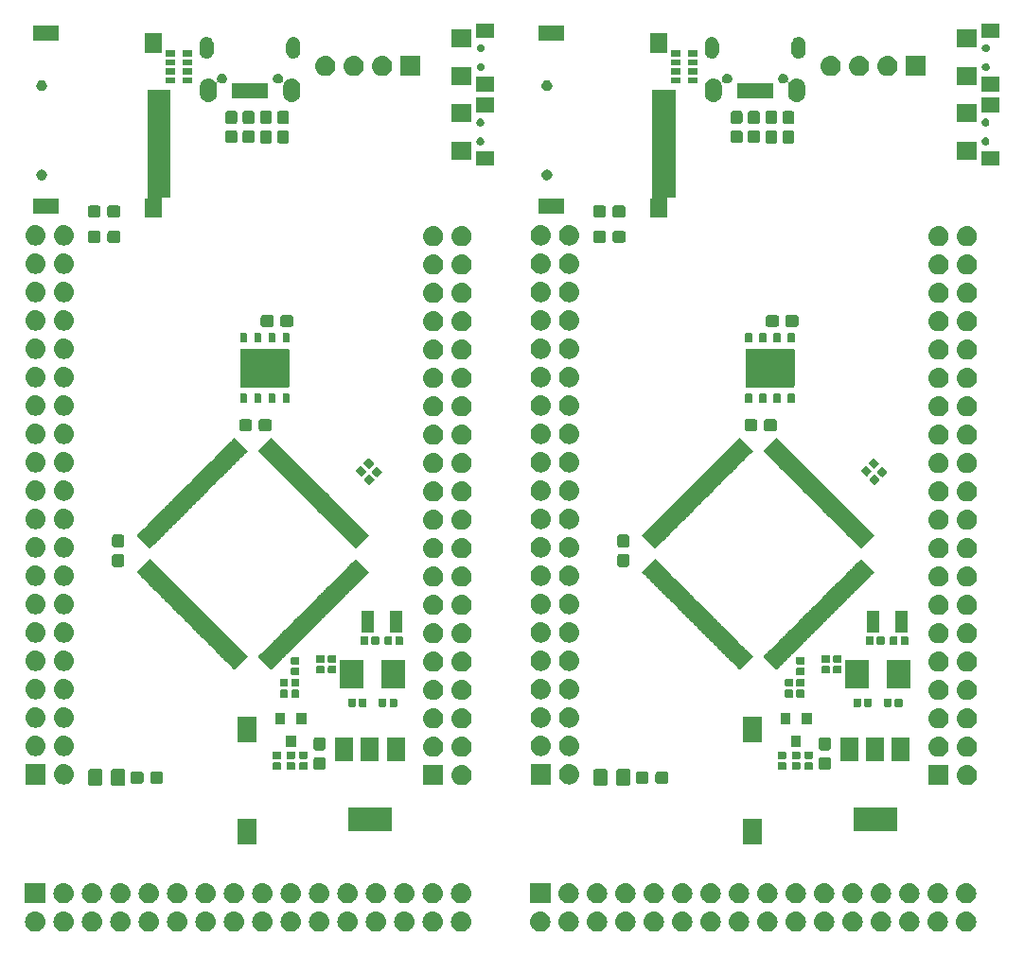
<source format=gbr>
G04 #@! TF.GenerationSoftware,KiCad,Pcbnew,(5.1.4)-1*
G04 #@! TF.CreationDate,2019-12-06T09:56:12+08:00*
G04 #@! TF.ProjectId,STM32F407VTE6-SOCKET_1x2,53544d33-3246-4343-9037-565445362d53,rev?*
G04 #@! TF.SameCoordinates,Original*
G04 #@! TF.FileFunction,Soldermask,Bot*
G04 #@! TF.FilePolarity,Negative*
%FSLAX46Y46*%
G04 Gerber Fmt 4.6, Leading zero omitted, Abs format (unit mm)*
G04 Created by KiCad (PCBNEW (5.1.4)-1) date 2019-12-06 09:56:12*
%MOMM*%
%LPD*%
G04 APERTURE LIST*
%ADD10C,0.100000*%
G04 APERTURE END LIST*
D10*
G36*
X166530442Y-176275518D02*
G01*
X166596627Y-176282037D01*
X166766466Y-176333557D01*
X166922991Y-176417222D01*
X166958729Y-176446552D01*
X167060186Y-176529814D01*
X167143448Y-176631271D01*
X167172778Y-176667009D01*
X167256443Y-176823534D01*
X167307963Y-176993373D01*
X167325359Y-177170000D01*
X167307963Y-177346627D01*
X167256443Y-177516466D01*
X167172778Y-177672991D01*
X167143448Y-177708729D01*
X167060186Y-177810186D01*
X166958729Y-177893448D01*
X166922991Y-177922778D01*
X166766466Y-178006443D01*
X166596627Y-178057963D01*
X166530443Y-178064481D01*
X166464260Y-178071000D01*
X166375740Y-178071000D01*
X166309557Y-178064481D01*
X166243373Y-178057963D01*
X166073534Y-178006443D01*
X165917009Y-177922778D01*
X165881271Y-177893448D01*
X165779814Y-177810186D01*
X165696552Y-177708729D01*
X165667222Y-177672991D01*
X165583557Y-177516466D01*
X165532037Y-177346627D01*
X165514641Y-177170000D01*
X165532037Y-176993373D01*
X165583557Y-176823534D01*
X165667222Y-176667009D01*
X165696552Y-176631271D01*
X165779814Y-176529814D01*
X165881271Y-176446552D01*
X165917009Y-176417222D01*
X166073534Y-176333557D01*
X166243373Y-176282037D01*
X166309558Y-176275518D01*
X166375740Y-176269000D01*
X166464260Y-176269000D01*
X166530442Y-176275518D01*
X166530442Y-176275518D01*
G37*
G36*
X169070442Y-176275518D02*
G01*
X169136627Y-176282037D01*
X169306466Y-176333557D01*
X169462991Y-176417222D01*
X169498729Y-176446552D01*
X169600186Y-176529814D01*
X169683448Y-176631271D01*
X169712778Y-176667009D01*
X169796443Y-176823534D01*
X169847963Y-176993373D01*
X169865359Y-177170000D01*
X169847963Y-177346627D01*
X169796443Y-177516466D01*
X169712778Y-177672991D01*
X169683448Y-177708729D01*
X169600186Y-177810186D01*
X169498729Y-177893448D01*
X169462991Y-177922778D01*
X169306466Y-178006443D01*
X169136627Y-178057963D01*
X169070443Y-178064481D01*
X169004260Y-178071000D01*
X168915740Y-178071000D01*
X168849557Y-178064481D01*
X168783373Y-178057963D01*
X168613534Y-178006443D01*
X168457009Y-177922778D01*
X168421271Y-177893448D01*
X168319814Y-177810186D01*
X168236552Y-177708729D01*
X168207222Y-177672991D01*
X168123557Y-177516466D01*
X168072037Y-177346627D01*
X168054641Y-177170000D01*
X168072037Y-176993373D01*
X168123557Y-176823534D01*
X168207222Y-176667009D01*
X168236552Y-176631271D01*
X168319814Y-176529814D01*
X168421271Y-176446552D01*
X168457009Y-176417222D01*
X168613534Y-176333557D01*
X168783373Y-176282037D01*
X168849558Y-176275518D01*
X168915740Y-176269000D01*
X169004260Y-176269000D01*
X169070442Y-176275518D01*
X169070442Y-176275518D01*
G37*
G36*
X103550442Y-176275518D02*
G01*
X103616627Y-176282037D01*
X103786466Y-176333557D01*
X103942991Y-176417222D01*
X103978729Y-176446552D01*
X104080186Y-176529814D01*
X104163448Y-176631271D01*
X104192778Y-176667009D01*
X104276443Y-176823534D01*
X104327963Y-176993373D01*
X104345359Y-177170000D01*
X104327963Y-177346627D01*
X104276443Y-177516466D01*
X104192778Y-177672991D01*
X104163448Y-177708729D01*
X104080186Y-177810186D01*
X103978729Y-177893448D01*
X103942991Y-177922778D01*
X103786466Y-178006443D01*
X103616627Y-178057963D01*
X103550443Y-178064481D01*
X103484260Y-178071000D01*
X103395740Y-178071000D01*
X103329557Y-178064481D01*
X103263373Y-178057963D01*
X103093534Y-178006443D01*
X102937009Y-177922778D01*
X102901271Y-177893448D01*
X102799814Y-177810186D01*
X102716552Y-177708729D01*
X102687222Y-177672991D01*
X102603557Y-177516466D01*
X102552037Y-177346627D01*
X102534641Y-177170000D01*
X102552037Y-176993373D01*
X102603557Y-176823534D01*
X102687222Y-176667009D01*
X102716552Y-176631271D01*
X102799814Y-176529814D01*
X102901271Y-176446552D01*
X102937009Y-176417222D01*
X103093534Y-176333557D01*
X103263373Y-176282037D01*
X103329558Y-176275518D01*
X103395740Y-176269000D01*
X103484260Y-176269000D01*
X103550442Y-176275518D01*
X103550442Y-176275518D01*
G37*
G36*
X184310442Y-176275518D02*
G01*
X184376627Y-176282037D01*
X184546466Y-176333557D01*
X184702991Y-176417222D01*
X184738729Y-176446552D01*
X184840186Y-176529814D01*
X184923448Y-176631271D01*
X184952778Y-176667009D01*
X185036443Y-176823534D01*
X185087963Y-176993373D01*
X185105359Y-177170000D01*
X185087963Y-177346627D01*
X185036443Y-177516466D01*
X184952778Y-177672991D01*
X184923448Y-177708729D01*
X184840186Y-177810186D01*
X184738729Y-177893448D01*
X184702991Y-177922778D01*
X184546466Y-178006443D01*
X184376627Y-178057963D01*
X184310443Y-178064481D01*
X184244260Y-178071000D01*
X184155740Y-178071000D01*
X184089557Y-178064481D01*
X184023373Y-178057963D01*
X183853534Y-178006443D01*
X183697009Y-177922778D01*
X183661271Y-177893448D01*
X183559814Y-177810186D01*
X183476552Y-177708729D01*
X183447222Y-177672991D01*
X183363557Y-177516466D01*
X183312037Y-177346627D01*
X183294641Y-177170000D01*
X183312037Y-176993373D01*
X183363557Y-176823534D01*
X183447222Y-176667009D01*
X183476552Y-176631271D01*
X183559814Y-176529814D01*
X183661271Y-176446552D01*
X183697009Y-176417222D01*
X183853534Y-176333557D01*
X184023373Y-176282037D01*
X184089558Y-176275518D01*
X184155740Y-176269000D01*
X184244260Y-176269000D01*
X184310442Y-176275518D01*
X184310442Y-176275518D01*
G37*
G36*
X181770442Y-176275518D02*
G01*
X181836627Y-176282037D01*
X182006466Y-176333557D01*
X182162991Y-176417222D01*
X182198729Y-176446552D01*
X182300186Y-176529814D01*
X182383448Y-176631271D01*
X182412778Y-176667009D01*
X182496443Y-176823534D01*
X182547963Y-176993373D01*
X182565359Y-177170000D01*
X182547963Y-177346627D01*
X182496443Y-177516466D01*
X182412778Y-177672991D01*
X182383448Y-177708729D01*
X182300186Y-177810186D01*
X182198729Y-177893448D01*
X182162991Y-177922778D01*
X182006466Y-178006443D01*
X181836627Y-178057963D01*
X181770443Y-178064481D01*
X181704260Y-178071000D01*
X181615740Y-178071000D01*
X181549557Y-178064481D01*
X181483373Y-178057963D01*
X181313534Y-178006443D01*
X181157009Y-177922778D01*
X181121271Y-177893448D01*
X181019814Y-177810186D01*
X180936552Y-177708729D01*
X180907222Y-177672991D01*
X180823557Y-177516466D01*
X180772037Y-177346627D01*
X180754641Y-177170000D01*
X180772037Y-176993373D01*
X180823557Y-176823534D01*
X180907222Y-176667009D01*
X180936552Y-176631271D01*
X181019814Y-176529814D01*
X181121271Y-176446552D01*
X181157009Y-176417222D01*
X181313534Y-176333557D01*
X181483373Y-176282037D01*
X181549558Y-176275518D01*
X181615740Y-176269000D01*
X181704260Y-176269000D01*
X181770442Y-176275518D01*
X181770442Y-176275518D01*
G37*
G36*
X179230442Y-176275518D02*
G01*
X179296627Y-176282037D01*
X179466466Y-176333557D01*
X179622991Y-176417222D01*
X179658729Y-176446552D01*
X179760186Y-176529814D01*
X179843448Y-176631271D01*
X179872778Y-176667009D01*
X179956443Y-176823534D01*
X180007963Y-176993373D01*
X180025359Y-177170000D01*
X180007963Y-177346627D01*
X179956443Y-177516466D01*
X179872778Y-177672991D01*
X179843448Y-177708729D01*
X179760186Y-177810186D01*
X179658729Y-177893448D01*
X179622991Y-177922778D01*
X179466466Y-178006443D01*
X179296627Y-178057963D01*
X179230443Y-178064481D01*
X179164260Y-178071000D01*
X179075740Y-178071000D01*
X179009557Y-178064481D01*
X178943373Y-178057963D01*
X178773534Y-178006443D01*
X178617009Y-177922778D01*
X178581271Y-177893448D01*
X178479814Y-177810186D01*
X178396552Y-177708729D01*
X178367222Y-177672991D01*
X178283557Y-177516466D01*
X178232037Y-177346627D01*
X178214641Y-177170000D01*
X178232037Y-176993373D01*
X178283557Y-176823534D01*
X178367222Y-176667009D01*
X178396552Y-176631271D01*
X178479814Y-176529814D01*
X178581271Y-176446552D01*
X178617009Y-176417222D01*
X178773534Y-176333557D01*
X178943373Y-176282037D01*
X179009558Y-176275518D01*
X179075740Y-176269000D01*
X179164260Y-176269000D01*
X179230442Y-176275518D01*
X179230442Y-176275518D01*
G37*
G36*
X176690442Y-176275518D02*
G01*
X176756627Y-176282037D01*
X176926466Y-176333557D01*
X177082991Y-176417222D01*
X177118729Y-176446552D01*
X177220186Y-176529814D01*
X177303448Y-176631271D01*
X177332778Y-176667009D01*
X177416443Y-176823534D01*
X177467963Y-176993373D01*
X177485359Y-177170000D01*
X177467963Y-177346627D01*
X177416443Y-177516466D01*
X177332778Y-177672991D01*
X177303448Y-177708729D01*
X177220186Y-177810186D01*
X177118729Y-177893448D01*
X177082991Y-177922778D01*
X176926466Y-178006443D01*
X176756627Y-178057963D01*
X176690443Y-178064481D01*
X176624260Y-178071000D01*
X176535740Y-178071000D01*
X176469557Y-178064481D01*
X176403373Y-178057963D01*
X176233534Y-178006443D01*
X176077009Y-177922778D01*
X176041271Y-177893448D01*
X175939814Y-177810186D01*
X175856552Y-177708729D01*
X175827222Y-177672991D01*
X175743557Y-177516466D01*
X175692037Y-177346627D01*
X175674641Y-177170000D01*
X175692037Y-176993373D01*
X175743557Y-176823534D01*
X175827222Y-176667009D01*
X175856552Y-176631271D01*
X175939814Y-176529814D01*
X176041271Y-176446552D01*
X176077009Y-176417222D01*
X176233534Y-176333557D01*
X176403373Y-176282037D01*
X176469558Y-176275518D01*
X176535740Y-176269000D01*
X176624260Y-176269000D01*
X176690442Y-176275518D01*
X176690442Y-176275518D01*
G37*
G36*
X174150442Y-176275518D02*
G01*
X174216627Y-176282037D01*
X174386466Y-176333557D01*
X174542991Y-176417222D01*
X174578729Y-176446552D01*
X174680186Y-176529814D01*
X174763448Y-176631271D01*
X174792778Y-176667009D01*
X174876443Y-176823534D01*
X174927963Y-176993373D01*
X174945359Y-177170000D01*
X174927963Y-177346627D01*
X174876443Y-177516466D01*
X174792778Y-177672991D01*
X174763448Y-177708729D01*
X174680186Y-177810186D01*
X174578729Y-177893448D01*
X174542991Y-177922778D01*
X174386466Y-178006443D01*
X174216627Y-178057963D01*
X174150443Y-178064481D01*
X174084260Y-178071000D01*
X173995740Y-178071000D01*
X173929557Y-178064481D01*
X173863373Y-178057963D01*
X173693534Y-178006443D01*
X173537009Y-177922778D01*
X173501271Y-177893448D01*
X173399814Y-177810186D01*
X173316552Y-177708729D01*
X173287222Y-177672991D01*
X173203557Y-177516466D01*
X173152037Y-177346627D01*
X173134641Y-177170000D01*
X173152037Y-176993373D01*
X173203557Y-176823534D01*
X173287222Y-176667009D01*
X173316552Y-176631271D01*
X173399814Y-176529814D01*
X173501271Y-176446552D01*
X173537009Y-176417222D01*
X173693534Y-176333557D01*
X173863373Y-176282037D01*
X173929558Y-176275518D01*
X173995740Y-176269000D01*
X174084260Y-176269000D01*
X174150442Y-176275518D01*
X174150442Y-176275518D01*
G37*
G36*
X171610442Y-176275518D02*
G01*
X171676627Y-176282037D01*
X171846466Y-176333557D01*
X172002991Y-176417222D01*
X172038729Y-176446552D01*
X172140186Y-176529814D01*
X172223448Y-176631271D01*
X172252778Y-176667009D01*
X172336443Y-176823534D01*
X172387963Y-176993373D01*
X172405359Y-177170000D01*
X172387963Y-177346627D01*
X172336443Y-177516466D01*
X172252778Y-177672991D01*
X172223448Y-177708729D01*
X172140186Y-177810186D01*
X172038729Y-177893448D01*
X172002991Y-177922778D01*
X171846466Y-178006443D01*
X171676627Y-178057963D01*
X171610443Y-178064481D01*
X171544260Y-178071000D01*
X171455740Y-178071000D01*
X171389557Y-178064481D01*
X171323373Y-178057963D01*
X171153534Y-178006443D01*
X170997009Y-177922778D01*
X170961271Y-177893448D01*
X170859814Y-177810186D01*
X170776552Y-177708729D01*
X170747222Y-177672991D01*
X170663557Y-177516466D01*
X170612037Y-177346627D01*
X170594641Y-177170000D01*
X170612037Y-176993373D01*
X170663557Y-176823534D01*
X170747222Y-176667009D01*
X170776552Y-176631271D01*
X170859814Y-176529814D01*
X170961271Y-176446552D01*
X170997009Y-176417222D01*
X171153534Y-176333557D01*
X171323373Y-176282037D01*
X171389558Y-176275518D01*
X171455740Y-176269000D01*
X171544260Y-176269000D01*
X171610442Y-176275518D01*
X171610442Y-176275518D01*
G37*
G36*
X186850442Y-176275518D02*
G01*
X186916627Y-176282037D01*
X187086466Y-176333557D01*
X187242991Y-176417222D01*
X187278729Y-176446552D01*
X187380186Y-176529814D01*
X187463448Y-176631271D01*
X187492778Y-176667009D01*
X187576443Y-176823534D01*
X187627963Y-176993373D01*
X187645359Y-177170000D01*
X187627963Y-177346627D01*
X187576443Y-177516466D01*
X187492778Y-177672991D01*
X187463448Y-177708729D01*
X187380186Y-177810186D01*
X187278729Y-177893448D01*
X187242991Y-177922778D01*
X187086466Y-178006443D01*
X186916627Y-178057963D01*
X186850443Y-178064481D01*
X186784260Y-178071000D01*
X186695740Y-178071000D01*
X186629557Y-178064481D01*
X186563373Y-178057963D01*
X186393534Y-178006443D01*
X186237009Y-177922778D01*
X186201271Y-177893448D01*
X186099814Y-177810186D01*
X186016552Y-177708729D01*
X185987222Y-177672991D01*
X185903557Y-177516466D01*
X185852037Y-177346627D01*
X185834641Y-177170000D01*
X185852037Y-176993373D01*
X185903557Y-176823534D01*
X185987222Y-176667009D01*
X186016552Y-176631271D01*
X186099814Y-176529814D01*
X186201271Y-176446552D01*
X186237009Y-176417222D01*
X186393534Y-176333557D01*
X186563373Y-176282037D01*
X186629558Y-176275518D01*
X186695740Y-176269000D01*
X186784260Y-176269000D01*
X186850442Y-176275518D01*
X186850442Y-176275518D01*
G37*
G36*
X163990442Y-176275518D02*
G01*
X164056627Y-176282037D01*
X164226466Y-176333557D01*
X164382991Y-176417222D01*
X164418729Y-176446552D01*
X164520186Y-176529814D01*
X164603448Y-176631271D01*
X164632778Y-176667009D01*
X164716443Y-176823534D01*
X164767963Y-176993373D01*
X164785359Y-177170000D01*
X164767963Y-177346627D01*
X164716443Y-177516466D01*
X164632778Y-177672991D01*
X164603448Y-177708729D01*
X164520186Y-177810186D01*
X164418729Y-177893448D01*
X164382991Y-177922778D01*
X164226466Y-178006443D01*
X164056627Y-178057963D01*
X163990443Y-178064481D01*
X163924260Y-178071000D01*
X163835740Y-178071000D01*
X163769557Y-178064481D01*
X163703373Y-178057963D01*
X163533534Y-178006443D01*
X163377009Y-177922778D01*
X163341271Y-177893448D01*
X163239814Y-177810186D01*
X163156552Y-177708729D01*
X163127222Y-177672991D01*
X163043557Y-177516466D01*
X162992037Y-177346627D01*
X162974641Y-177170000D01*
X162992037Y-176993373D01*
X163043557Y-176823534D01*
X163127222Y-176667009D01*
X163156552Y-176631271D01*
X163239814Y-176529814D01*
X163341271Y-176446552D01*
X163377009Y-176417222D01*
X163533534Y-176333557D01*
X163703373Y-176282037D01*
X163769558Y-176275518D01*
X163835740Y-176269000D01*
X163924260Y-176269000D01*
X163990442Y-176275518D01*
X163990442Y-176275518D01*
G37*
G36*
X161450442Y-176275518D02*
G01*
X161516627Y-176282037D01*
X161686466Y-176333557D01*
X161842991Y-176417222D01*
X161878729Y-176446552D01*
X161980186Y-176529814D01*
X162063448Y-176631271D01*
X162092778Y-176667009D01*
X162176443Y-176823534D01*
X162227963Y-176993373D01*
X162245359Y-177170000D01*
X162227963Y-177346627D01*
X162176443Y-177516466D01*
X162092778Y-177672991D01*
X162063448Y-177708729D01*
X161980186Y-177810186D01*
X161878729Y-177893448D01*
X161842991Y-177922778D01*
X161686466Y-178006443D01*
X161516627Y-178057963D01*
X161450443Y-178064481D01*
X161384260Y-178071000D01*
X161295740Y-178071000D01*
X161229557Y-178064481D01*
X161163373Y-178057963D01*
X160993534Y-178006443D01*
X160837009Y-177922778D01*
X160801271Y-177893448D01*
X160699814Y-177810186D01*
X160616552Y-177708729D01*
X160587222Y-177672991D01*
X160503557Y-177516466D01*
X160452037Y-177346627D01*
X160434641Y-177170000D01*
X160452037Y-176993373D01*
X160503557Y-176823534D01*
X160587222Y-176667009D01*
X160616552Y-176631271D01*
X160699814Y-176529814D01*
X160801271Y-176446552D01*
X160837009Y-176417222D01*
X160993534Y-176333557D01*
X161163373Y-176282037D01*
X161229558Y-176275518D01*
X161295740Y-176269000D01*
X161384260Y-176269000D01*
X161450442Y-176275518D01*
X161450442Y-176275518D01*
G37*
G36*
X158910442Y-176275518D02*
G01*
X158976627Y-176282037D01*
X159146466Y-176333557D01*
X159302991Y-176417222D01*
X159338729Y-176446552D01*
X159440186Y-176529814D01*
X159523448Y-176631271D01*
X159552778Y-176667009D01*
X159636443Y-176823534D01*
X159687963Y-176993373D01*
X159705359Y-177170000D01*
X159687963Y-177346627D01*
X159636443Y-177516466D01*
X159552778Y-177672991D01*
X159523448Y-177708729D01*
X159440186Y-177810186D01*
X159338729Y-177893448D01*
X159302991Y-177922778D01*
X159146466Y-178006443D01*
X158976627Y-178057963D01*
X158910443Y-178064481D01*
X158844260Y-178071000D01*
X158755740Y-178071000D01*
X158689557Y-178064481D01*
X158623373Y-178057963D01*
X158453534Y-178006443D01*
X158297009Y-177922778D01*
X158261271Y-177893448D01*
X158159814Y-177810186D01*
X158076552Y-177708729D01*
X158047222Y-177672991D01*
X157963557Y-177516466D01*
X157912037Y-177346627D01*
X157894641Y-177170000D01*
X157912037Y-176993373D01*
X157963557Y-176823534D01*
X158047222Y-176667009D01*
X158076552Y-176631271D01*
X158159814Y-176529814D01*
X158261271Y-176446552D01*
X158297009Y-176417222D01*
X158453534Y-176333557D01*
X158623373Y-176282037D01*
X158689558Y-176275518D01*
X158755740Y-176269000D01*
X158844260Y-176269000D01*
X158910442Y-176275518D01*
X158910442Y-176275518D01*
G37*
G36*
X156370442Y-176275518D02*
G01*
X156436627Y-176282037D01*
X156606466Y-176333557D01*
X156762991Y-176417222D01*
X156798729Y-176446552D01*
X156900186Y-176529814D01*
X156983448Y-176631271D01*
X157012778Y-176667009D01*
X157096443Y-176823534D01*
X157147963Y-176993373D01*
X157165359Y-177170000D01*
X157147963Y-177346627D01*
X157096443Y-177516466D01*
X157012778Y-177672991D01*
X156983448Y-177708729D01*
X156900186Y-177810186D01*
X156798729Y-177893448D01*
X156762991Y-177922778D01*
X156606466Y-178006443D01*
X156436627Y-178057963D01*
X156370443Y-178064481D01*
X156304260Y-178071000D01*
X156215740Y-178071000D01*
X156149557Y-178064481D01*
X156083373Y-178057963D01*
X155913534Y-178006443D01*
X155757009Y-177922778D01*
X155721271Y-177893448D01*
X155619814Y-177810186D01*
X155536552Y-177708729D01*
X155507222Y-177672991D01*
X155423557Y-177516466D01*
X155372037Y-177346627D01*
X155354641Y-177170000D01*
X155372037Y-176993373D01*
X155423557Y-176823534D01*
X155507222Y-176667009D01*
X155536552Y-176631271D01*
X155619814Y-176529814D01*
X155721271Y-176446552D01*
X155757009Y-176417222D01*
X155913534Y-176333557D01*
X156083373Y-176282037D01*
X156149558Y-176275518D01*
X156215740Y-176269000D01*
X156304260Y-176269000D01*
X156370442Y-176275518D01*
X156370442Y-176275518D01*
G37*
G36*
X153830442Y-176275518D02*
G01*
X153896627Y-176282037D01*
X154066466Y-176333557D01*
X154222991Y-176417222D01*
X154258729Y-176446552D01*
X154360186Y-176529814D01*
X154443448Y-176631271D01*
X154472778Y-176667009D01*
X154556443Y-176823534D01*
X154607963Y-176993373D01*
X154625359Y-177170000D01*
X154607963Y-177346627D01*
X154556443Y-177516466D01*
X154472778Y-177672991D01*
X154443448Y-177708729D01*
X154360186Y-177810186D01*
X154258729Y-177893448D01*
X154222991Y-177922778D01*
X154066466Y-178006443D01*
X153896627Y-178057963D01*
X153830443Y-178064481D01*
X153764260Y-178071000D01*
X153675740Y-178071000D01*
X153609557Y-178064481D01*
X153543373Y-178057963D01*
X153373534Y-178006443D01*
X153217009Y-177922778D01*
X153181271Y-177893448D01*
X153079814Y-177810186D01*
X152996552Y-177708729D01*
X152967222Y-177672991D01*
X152883557Y-177516466D01*
X152832037Y-177346627D01*
X152814641Y-177170000D01*
X152832037Y-176993373D01*
X152883557Y-176823534D01*
X152967222Y-176667009D01*
X152996552Y-176631271D01*
X153079814Y-176529814D01*
X153181271Y-176446552D01*
X153217009Y-176417222D01*
X153373534Y-176333557D01*
X153543373Y-176282037D01*
X153609558Y-176275518D01*
X153675740Y-176269000D01*
X153764260Y-176269000D01*
X153830442Y-176275518D01*
X153830442Y-176275518D01*
G37*
G36*
X151290442Y-176275518D02*
G01*
X151356627Y-176282037D01*
X151526466Y-176333557D01*
X151682991Y-176417222D01*
X151718729Y-176446552D01*
X151820186Y-176529814D01*
X151903448Y-176631271D01*
X151932778Y-176667009D01*
X152016443Y-176823534D01*
X152067963Y-176993373D01*
X152085359Y-177170000D01*
X152067963Y-177346627D01*
X152016443Y-177516466D01*
X151932778Y-177672991D01*
X151903448Y-177708729D01*
X151820186Y-177810186D01*
X151718729Y-177893448D01*
X151682991Y-177922778D01*
X151526466Y-178006443D01*
X151356627Y-178057963D01*
X151290443Y-178064481D01*
X151224260Y-178071000D01*
X151135740Y-178071000D01*
X151069557Y-178064481D01*
X151003373Y-178057963D01*
X150833534Y-178006443D01*
X150677009Y-177922778D01*
X150641271Y-177893448D01*
X150539814Y-177810186D01*
X150456552Y-177708729D01*
X150427222Y-177672991D01*
X150343557Y-177516466D01*
X150292037Y-177346627D01*
X150274641Y-177170000D01*
X150292037Y-176993373D01*
X150343557Y-176823534D01*
X150427222Y-176667009D01*
X150456552Y-176631271D01*
X150539814Y-176529814D01*
X150641271Y-176446552D01*
X150677009Y-176417222D01*
X150833534Y-176333557D01*
X151003373Y-176282037D01*
X151069558Y-176275518D01*
X151135740Y-176269000D01*
X151224260Y-176269000D01*
X151290442Y-176275518D01*
X151290442Y-176275518D01*
G37*
G36*
X123870442Y-176275518D02*
G01*
X123936627Y-176282037D01*
X124106466Y-176333557D01*
X124262991Y-176417222D01*
X124298729Y-176446552D01*
X124400186Y-176529814D01*
X124483448Y-176631271D01*
X124512778Y-176667009D01*
X124596443Y-176823534D01*
X124647963Y-176993373D01*
X124665359Y-177170000D01*
X124647963Y-177346627D01*
X124596443Y-177516466D01*
X124512778Y-177672991D01*
X124483448Y-177708729D01*
X124400186Y-177810186D01*
X124298729Y-177893448D01*
X124262991Y-177922778D01*
X124106466Y-178006443D01*
X123936627Y-178057963D01*
X123870443Y-178064481D01*
X123804260Y-178071000D01*
X123715740Y-178071000D01*
X123649557Y-178064481D01*
X123583373Y-178057963D01*
X123413534Y-178006443D01*
X123257009Y-177922778D01*
X123221271Y-177893448D01*
X123119814Y-177810186D01*
X123036552Y-177708729D01*
X123007222Y-177672991D01*
X122923557Y-177516466D01*
X122872037Y-177346627D01*
X122854641Y-177170000D01*
X122872037Y-176993373D01*
X122923557Y-176823534D01*
X123007222Y-176667009D01*
X123036552Y-176631271D01*
X123119814Y-176529814D01*
X123221271Y-176446552D01*
X123257009Y-176417222D01*
X123413534Y-176333557D01*
X123583373Y-176282037D01*
X123649558Y-176275518D01*
X123715740Y-176269000D01*
X123804260Y-176269000D01*
X123870442Y-176275518D01*
X123870442Y-176275518D01*
G37*
G36*
X139110442Y-176275518D02*
G01*
X139176627Y-176282037D01*
X139346466Y-176333557D01*
X139502991Y-176417222D01*
X139538729Y-176446552D01*
X139640186Y-176529814D01*
X139723448Y-176631271D01*
X139752778Y-176667009D01*
X139836443Y-176823534D01*
X139887963Y-176993373D01*
X139905359Y-177170000D01*
X139887963Y-177346627D01*
X139836443Y-177516466D01*
X139752778Y-177672991D01*
X139723448Y-177708729D01*
X139640186Y-177810186D01*
X139538729Y-177893448D01*
X139502991Y-177922778D01*
X139346466Y-178006443D01*
X139176627Y-178057963D01*
X139110443Y-178064481D01*
X139044260Y-178071000D01*
X138955740Y-178071000D01*
X138889557Y-178064481D01*
X138823373Y-178057963D01*
X138653534Y-178006443D01*
X138497009Y-177922778D01*
X138461271Y-177893448D01*
X138359814Y-177810186D01*
X138276552Y-177708729D01*
X138247222Y-177672991D01*
X138163557Y-177516466D01*
X138112037Y-177346627D01*
X138094641Y-177170000D01*
X138112037Y-176993373D01*
X138163557Y-176823534D01*
X138247222Y-176667009D01*
X138276552Y-176631271D01*
X138359814Y-176529814D01*
X138461271Y-176446552D01*
X138497009Y-176417222D01*
X138653534Y-176333557D01*
X138823373Y-176282037D01*
X138889558Y-176275518D01*
X138955740Y-176269000D01*
X139044260Y-176269000D01*
X139110442Y-176275518D01*
X139110442Y-176275518D01*
G37*
G36*
X141650442Y-176275518D02*
G01*
X141716627Y-176282037D01*
X141886466Y-176333557D01*
X142042991Y-176417222D01*
X142078729Y-176446552D01*
X142180186Y-176529814D01*
X142263448Y-176631271D01*
X142292778Y-176667009D01*
X142376443Y-176823534D01*
X142427963Y-176993373D01*
X142445359Y-177170000D01*
X142427963Y-177346627D01*
X142376443Y-177516466D01*
X142292778Y-177672991D01*
X142263448Y-177708729D01*
X142180186Y-177810186D01*
X142078729Y-177893448D01*
X142042991Y-177922778D01*
X141886466Y-178006443D01*
X141716627Y-178057963D01*
X141650443Y-178064481D01*
X141584260Y-178071000D01*
X141495740Y-178071000D01*
X141429557Y-178064481D01*
X141363373Y-178057963D01*
X141193534Y-178006443D01*
X141037009Y-177922778D01*
X141001271Y-177893448D01*
X140899814Y-177810186D01*
X140816552Y-177708729D01*
X140787222Y-177672991D01*
X140703557Y-177516466D01*
X140652037Y-177346627D01*
X140634641Y-177170000D01*
X140652037Y-176993373D01*
X140703557Y-176823534D01*
X140787222Y-176667009D01*
X140816552Y-176631271D01*
X140899814Y-176529814D01*
X141001271Y-176446552D01*
X141037009Y-176417222D01*
X141193534Y-176333557D01*
X141363373Y-176282037D01*
X141429558Y-176275518D01*
X141495740Y-176269000D01*
X141584260Y-176269000D01*
X141650442Y-176275518D01*
X141650442Y-176275518D01*
G37*
G36*
X106090442Y-176275518D02*
G01*
X106156627Y-176282037D01*
X106326466Y-176333557D01*
X106482991Y-176417222D01*
X106518729Y-176446552D01*
X106620186Y-176529814D01*
X106703448Y-176631271D01*
X106732778Y-176667009D01*
X106816443Y-176823534D01*
X106867963Y-176993373D01*
X106885359Y-177170000D01*
X106867963Y-177346627D01*
X106816443Y-177516466D01*
X106732778Y-177672991D01*
X106703448Y-177708729D01*
X106620186Y-177810186D01*
X106518729Y-177893448D01*
X106482991Y-177922778D01*
X106326466Y-178006443D01*
X106156627Y-178057963D01*
X106090443Y-178064481D01*
X106024260Y-178071000D01*
X105935740Y-178071000D01*
X105869557Y-178064481D01*
X105803373Y-178057963D01*
X105633534Y-178006443D01*
X105477009Y-177922778D01*
X105441271Y-177893448D01*
X105339814Y-177810186D01*
X105256552Y-177708729D01*
X105227222Y-177672991D01*
X105143557Y-177516466D01*
X105092037Y-177346627D01*
X105074641Y-177170000D01*
X105092037Y-176993373D01*
X105143557Y-176823534D01*
X105227222Y-176667009D01*
X105256552Y-176631271D01*
X105339814Y-176529814D01*
X105441271Y-176446552D01*
X105477009Y-176417222D01*
X105633534Y-176333557D01*
X105803373Y-176282037D01*
X105869558Y-176275518D01*
X105935740Y-176269000D01*
X106024260Y-176269000D01*
X106090442Y-176275518D01*
X106090442Y-176275518D01*
G37*
G36*
X108630442Y-176275518D02*
G01*
X108696627Y-176282037D01*
X108866466Y-176333557D01*
X109022991Y-176417222D01*
X109058729Y-176446552D01*
X109160186Y-176529814D01*
X109243448Y-176631271D01*
X109272778Y-176667009D01*
X109356443Y-176823534D01*
X109407963Y-176993373D01*
X109425359Y-177170000D01*
X109407963Y-177346627D01*
X109356443Y-177516466D01*
X109272778Y-177672991D01*
X109243448Y-177708729D01*
X109160186Y-177810186D01*
X109058729Y-177893448D01*
X109022991Y-177922778D01*
X108866466Y-178006443D01*
X108696627Y-178057963D01*
X108630443Y-178064481D01*
X108564260Y-178071000D01*
X108475740Y-178071000D01*
X108409557Y-178064481D01*
X108343373Y-178057963D01*
X108173534Y-178006443D01*
X108017009Y-177922778D01*
X107981271Y-177893448D01*
X107879814Y-177810186D01*
X107796552Y-177708729D01*
X107767222Y-177672991D01*
X107683557Y-177516466D01*
X107632037Y-177346627D01*
X107614641Y-177170000D01*
X107632037Y-176993373D01*
X107683557Y-176823534D01*
X107767222Y-176667009D01*
X107796552Y-176631271D01*
X107879814Y-176529814D01*
X107981271Y-176446552D01*
X108017009Y-176417222D01*
X108173534Y-176333557D01*
X108343373Y-176282037D01*
X108409558Y-176275518D01*
X108475740Y-176269000D01*
X108564260Y-176269000D01*
X108630442Y-176275518D01*
X108630442Y-176275518D01*
G37*
G36*
X111170442Y-176275518D02*
G01*
X111236627Y-176282037D01*
X111406466Y-176333557D01*
X111562991Y-176417222D01*
X111598729Y-176446552D01*
X111700186Y-176529814D01*
X111783448Y-176631271D01*
X111812778Y-176667009D01*
X111896443Y-176823534D01*
X111947963Y-176993373D01*
X111965359Y-177170000D01*
X111947963Y-177346627D01*
X111896443Y-177516466D01*
X111812778Y-177672991D01*
X111783448Y-177708729D01*
X111700186Y-177810186D01*
X111598729Y-177893448D01*
X111562991Y-177922778D01*
X111406466Y-178006443D01*
X111236627Y-178057963D01*
X111170443Y-178064481D01*
X111104260Y-178071000D01*
X111015740Y-178071000D01*
X110949557Y-178064481D01*
X110883373Y-178057963D01*
X110713534Y-178006443D01*
X110557009Y-177922778D01*
X110521271Y-177893448D01*
X110419814Y-177810186D01*
X110336552Y-177708729D01*
X110307222Y-177672991D01*
X110223557Y-177516466D01*
X110172037Y-177346627D01*
X110154641Y-177170000D01*
X110172037Y-176993373D01*
X110223557Y-176823534D01*
X110307222Y-176667009D01*
X110336552Y-176631271D01*
X110419814Y-176529814D01*
X110521271Y-176446552D01*
X110557009Y-176417222D01*
X110713534Y-176333557D01*
X110883373Y-176282037D01*
X110949558Y-176275518D01*
X111015740Y-176269000D01*
X111104260Y-176269000D01*
X111170442Y-176275518D01*
X111170442Y-176275518D01*
G37*
G36*
X113710442Y-176275518D02*
G01*
X113776627Y-176282037D01*
X113946466Y-176333557D01*
X114102991Y-176417222D01*
X114138729Y-176446552D01*
X114240186Y-176529814D01*
X114323448Y-176631271D01*
X114352778Y-176667009D01*
X114436443Y-176823534D01*
X114487963Y-176993373D01*
X114505359Y-177170000D01*
X114487963Y-177346627D01*
X114436443Y-177516466D01*
X114352778Y-177672991D01*
X114323448Y-177708729D01*
X114240186Y-177810186D01*
X114138729Y-177893448D01*
X114102991Y-177922778D01*
X113946466Y-178006443D01*
X113776627Y-178057963D01*
X113710443Y-178064481D01*
X113644260Y-178071000D01*
X113555740Y-178071000D01*
X113489557Y-178064481D01*
X113423373Y-178057963D01*
X113253534Y-178006443D01*
X113097009Y-177922778D01*
X113061271Y-177893448D01*
X112959814Y-177810186D01*
X112876552Y-177708729D01*
X112847222Y-177672991D01*
X112763557Y-177516466D01*
X112712037Y-177346627D01*
X112694641Y-177170000D01*
X112712037Y-176993373D01*
X112763557Y-176823534D01*
X112847222Y-176667009D01*
X112876552Y-176631271D01*
X112959814Y-176529814D01*
X113061271Y-176446552D01*
X113097009Y-176417222D01*
X113253534Y-176333557D01*
X113423373Y-176282037D01*
X113489558Y-176275518D01*
X113555740Y-176269000D01*
X113644260Y-176269000D01*
X113710442Y-176275518D01*
X113710442Y-176275518D01*
G37*
G36*
X116250442Y-176275518D02*
G01*
X116316627Y-176282037D01*
X116486466Y-176333557D01*
X116642991Y-176417222D01*
X116678729Y-176446552D01*
X116780186Y-176529814D01*
X116863448Y-176631271D01*
X116892778Y-176667009D01*
X116976443Y-176823534D01*
X117027963Y-176993373D01*
X117045359Y-177170000D01*
X117027963Y-177346627D01*
X116976443Y-177516466D01*
X116892778Y-177672991D01*
X116863448Y-177708729D01*
X116780186Y-177810186D01*
X116678729Y-177893448D01*
X116642991Y-177922778D01*
X116486466Y-178006443D01*
X116316627Y-178057963D01*
X116250443Y-178064481D01*
X116184260Y-178071000D01*
X116095740Y-178071000D01*
X116029557Y-178064481D01*
X115963373Y-178057963D01*
X115793534Y-178006443D01*
X115637009Y-177922778D01*
X115601271Y-177893448D01*
X115499814Y-177810186D01*
X115416552Y-177708729D01*
X115387222Y-177672991D01*
X115303557Y-177516466D01*
X115252037Y-177346627D01*
X115234641Y-177170000D01*
X115252037Y-176993373D01*
X115303557Y-176823534D01*
X115387222Y-176667009D01*
X115416552Y-176631271D01*
X115499814Y-176529814D01*
X115601271Y-176446552D01*
X115637009Y-176417222D01*
X115793534Y-176333557D01*
X115963373Y-176282037D01*
X116029558Y-176275518D01*
X116095740Y-176269000D01*
X116184260Y-176269000D01*
X116250442Y-176275518D01*
X116250442Y-176275518D01*
G37*
G36*
X118790442Y-176275518D02*
G01*
X118856627Y-176282037D01*
X119026466Y-176333557D01*
X119182991Y-176417222D01*
X119218729Y-176446552D01*
X119320186Y-176529814D01*
X119403448Y-176631271D01*
X119432778Y-176667009D01*
X119516443Y-176823534D01*
X119567963Y-176993373D01*
X119585359Y-177170000D01*
X119567963Y-177346627D01*
X119516443Y-177516466D01*
X119432778Y-177672991D01*
X119403448Y-177708729D01*
X119320186Y-177810186D01*
X119218729Y-177893448D01*
X119182991Y-177922778D01*
X119026466Y-178006443D01*
X118856627Y-178057963D01*
X118790443Y-178064481D01*
X118724260Y-178071000D01*
X118635740Y-178071000D01*
X118569557Y-178064481D01*
X118503373Y-178057963D01*
X118333534Y-178006443D01*
X118177009Y-177922778D01*
X118141271Y-177893448D01*
X118039814Y-177810186D01*
X117956552Y-177708729D01*
X117927222Y-177672991D01*
X117843557Y-177516466D01*
X117792037Y-177346627D01*
X117774641Y-177170000D01*
X117792037Y-176993373D01*
X117843557Y-176823534D01*
X117927222Y-176667009D01*
X117956552Y-176631271D01*
X118039814Y-176529814D01*
X118141271Y-176446552D01*
X118177009Y-176417222D01*
X118333534Y-176333557D01*
X118503373Y-176282037D01*
X118569558Y-176275518D01*
X118635740Y-176269000D01*
X118724260Y-176269000D01*
X118790442Y-176275518D01*
X118790442Y-176275518D01*
G37*
G36*
X148750442Y-176275518D02*
G01*
X148816627Y-176282037D01*
X148986466Y-176333557D01*
X149142991Y-176417222D01*
X149178729Y-176446552D01*
X149280186Y-176529814D01*
X149363448Y-176631271D01*
X149392778Y-176667009D01*
X149476443Y-176823534D01*
X149527963Y-176993373D01*
X149545359Y-177170000D01*
X149527963Y-177346627D01*
X149476443Y-177516466D01*
X149392778Y-177672991D01*
X149363448Y-177708729D01*
X149280186Y-177810186D01*
X149178729Y-177893448D01*
X149142991Y-177922778D01*
X148986466Y-178006443D01*
X148816627Y-178057963D01*
X148750443Y-178064481D01*
X148684260Y-178071000D01*
X148595740Y-178071000D01*
X148529557Y-178064481D01*
X148463373Y-178057963D01*
X148293534Y-178006443D01*
X148137009Y-177922778D01*
X148101271Y-177893448D01*
X147999814Y-177810186D01*
X147916552Y-177708729D01*
X147887222Y-177672991D01*
X147803557Y-177516466D01*
X147752037Y-177346627D01*
X147734641Y-177170000D01*
X147752037Y-176993373D01*
X147803557Y-176823534D01*
X147887222Y-176667009D01*
X147916552Y-176631271D01*
X147999814Y-176529814D01*
X148101271Y-176446552D01*
X148137009Y-176417222D01*
X148293534Y-176333557D01*
X148463373Y-176282037D01*
X148529558Y-176275518D01*
X148595740Y-176269000D01*
X148684260Y-176269000D01*
X148750442Y-176275518D01*
X148750442Y-176275518D01*
G37*
G36*
X121330442Y-176275518D02*
G01*
X121396627Y-176282037D01*
X121566466Y-176333557D01*
X121722991Y-176417222D01*
X121758729Y-176446552D01*
X121860186Y-176529814D01*
X121943448Y-176631271D01*
X121972778Y-176667009D01*
X122056443Y-176823534D01*
X122107963Y-176993373D01*
X122125359Y-177170000D01*
X122107963Y-177346627D01*
X122056443Y-177516466D01*
X121972778Y-177672991D01*
X121943448Y-177708729D01*
X121860186Y-177810186D01*
X121758729Y-177893448D01*
X121722991Y-177922778D01*
X121566466Y-178006443D01*
X121396627Y-178057963D01*
X121330443Y-178064481D01*
X121264260Y-178071000D01*
X121175740Y-178071000D01*
X121109557Y-178064481D01*
X121043373Y-178057963D01*
X120873534Y-178006443D01*
X120717009Y-177922778D01*
X120681271Y-177893448D01*
X120579814Y-177810186D01*
X120496552Y-177708729D01*
X120467222Y-177672991D01*
X120383557Y-177516466D01*
X120332037Y-177346627D01*
X120314641Y-177170000D01*
X120332037Y-176993373D01*
X120383557Y-176823534D01*
X120467222Y-176667009D01*
X120496552Y-176631271D01*
X120579814Y-176529814D01*
X120681271Y-176446552D01*
X120717009Y-176417222D01*
X120873534Y-176333557D01*
X121043373Y-176282037D01*
X121109558Y-176275518D01*
X121175740Y-176269000D01*
X121264260Y-176269000D01*
X121330442Y-176275518D01*
X121330442Y-176275518D01*
G37*
G36*
X136570442Y-176275518D02*
G01*
X136636627Y-176282037D01*
X136806466Y-176333557D01*
X136962991Y-176417222D01*
X136998729Y-176446552D01*
X137100186Y-176529814D01*
X137183448Y-176631271D01*
X137212778Y-176667009D01*
X137296443Y-176823534D01*
X137347963Y-176993373D01*
X137365359Y-177170000D01*
X137347963Y-177346627D01*
X137296443Y-177516466D01*
X137212778Y-177672991D01*
X137183448Y-177708729D01*
X137100186Y-177810186D01*
X136998729Y-177893448D01*
X136962991Y-177922778D01*
X136806466Y-178006443D01*
X136636627Y-178057963D01*
X136570443Y-178064481D01*
X136504260Y-178071000D01*
X136415740Y-178071000D01*
X136349557Y-178064481D01*
X136283373Y-178057963D01*
X136113534Y-178006443D01*
X135957009Y-177922778D01*
X135921271Y-177893448D01*
X135819814Y-177810186D01*
X135736552Y-177708729D01*
X135707222Y-177672991D01*
X135623557Y-177516466D01*
X135572037Y-177346627D01*
X135554641Y-177170000D01*
X135572037Y-176993373D01*
X135623557Y-176823534D01*
X135707222Y-176667009D01*
X135736552Y-176631271D01*
X135819814Y-176529814D01*
X135921271Y-176446552D01*
X135957009Y-176417222D01*
X136113534Y-176333557D01*
X136283373Y-176282037D01*
X136349558Y-176275518D01*
X136415740Y-176269000D01*
X136504260Y-176269000D01*
X136570442Y-176275518D01*
X136570442Y-176275518D01*
G37*
G36*
X134030442Y-176275518D02*
G01*
X134096627Y-176282037D01*
X134266466Y-176333557D01*
X134422991Y-176417222D01*
X134458729Y-176446552D01*
X134560186Y-176529814D01*
X134643448Y-176631271D01*
X134672778Y-176667009D01*
X134756443Y-176823534D01*
X134807963Y-176993373D01*
X134825359Y-177170000D01*
X134807963Y-177346627D01*
X134756443Y-177516466D01*
X134672778Y-177672991D01*
X134643448Y-177708729D01*
X134560186Y-177810186D01*
X134458729Y-177893448D01*
X134422991Y-177922778D01*
X134266466Y-178006443D01*
X134096627Y-178057963D01*
X134030443Y-178064481D01*
X133964260Y-178071000D01*
X133875740Y-178071000D01*
X133809557Y-178064481D01*
X133743373Y-178057963D01*
X133573534Y-178006443D01*
X133417009Y-177922778D01*
X133381271Y-177893448D01*
X133279814Y-177810186D01*
X133196552Y-177708729D01*
X133167222Y-177672991D01*
X133083557Y-177516466D01*
X133032037Y-177346627D01*
X133014641Y-177170000D01*
X133032037Y-176993373D01*
X133083557Y-176823534D01*
X133167222Y-176667009D01*
X133196552Y-176631271D01*
X133279814Y-176529814D01*
X133381271Y-176446552D01*
X133417009Y-176417222D01*
X133573534Y-176333557D01*
X133743373Y-176282037D01*
X133809558Y-176275518D01*
X133875740Y-176269000D01*
X133964260Y-176269000D01*
X134030442Y-176275518D01*
X134030442Y-176275518D01*
G37*
G36*
X128950442Y-176275518D02*
G01*
X129016627Y-176282037D01*
X129186466Y-176333557D01*
X129342991Y-176417222D01*
X129378729Y-176446552D01*
X129480186Y-176529814D01*
X129563448Y-176631271D01*
X129592778Y-176667009D01*
X129676443Y-176823534D01*
X129727963Y-176993373D01*
X129745359Y-177170000D01*
X129727963Y-177346627D01*
X129676443Y-177516466D01*
X129592778Y-177672991D01*
X129563448Y-177708729D01*
X129480186Y-177810186D01*
X129378729Y-177893448D01*
X129342991Y-177922778D01*
X129186466Y-178006443D01*
X129016627Y-178057963D01*
X128950443Y-178064481D01*
X128884260Y-178071000D01*
X128795740Y-178071000D01*
X128729557Y-178064481D01*
X128663373Y-178057963D01*
X128493534Y-178006443D01*
X128337009Y-177922778D01*
X128301271Y-177893448D01*
X128199814Y-177810186D01*
X128116552Y-177708729D01*
X128087222Y-177672991D01*
X128003557Y-177516466D01*
X127952037Y-177346627D01*
X127934641Y-177170000D01*
X127952037Y-176993373D01*
X128003557Y-176823534D01*
X128087222Y-176667009D01*
X128116552Y-176631271D01*
X128199814Y-176529814D01*
X128301271Y-176446552D01*
X128337009Y-176417222D01*
X128493534Y-176333557D01*
X128663373Y-176282037D01*
X128729558Y-176275518D01*
X128795740Y-176269000D01*
X128884260Y-176269000D01*
X128950442Y-176275518D01*
X128950442Y-176275518D01*
G37*
G36*
X126410442Y-176275518D02*
G01*
X126476627Y-176282037D01*
X126646466Y-176333557D01*
X126802991Y-176417222D01*
X126838729Y-176446552D01*
X126940186Y-176529814D01*
X127023448Y-176631271D01*
X127052778Y-176667009D01*
X127136443Y-176823534D01*
X127187963Y-176993373D01*
X127205359Y-177170000D01*
X127187963Y-177346627D01*
X127136443Y-177516466D01*
X127052778Y-177672991D01*
X127023448Y-177708729D01*
X126940186Y-177810186D01*
X126838729Y-177893448D01*
X126802991Y-177922778D01*
X126646466Y-178006443D01*
X126476627Y-178057963D01*
X126410443Y-178064481D01*
X126344260Y-178071000D01*
X126255740Y-178071000D01*
X126189557Y-178064481D01*
X126123373Y-178057963D01*
X125953534Y-178006443D01*
X125797009Y-177922778D01*
X125761271Y-177893448D01*
X125659814Y-177810186D01*
X125576552Y-177708729D01*
X125547222Y-177672991D01*
X125463557Y-177516466D01*
X125412037Y-177346627D01*
X125394641Y-177170000D01*
X125412037Y-176993373D01*
X125463557Y-176823534D01*
X125547222Y-176667009D01*
X125576552Y-176631271D01*
X125659814Y-176529814D01*
X125761271Y-176446552D01*
X125797009Y-176417222D01*
X125953534Y-176333557D01*
X126123373Y-176282037D01*
X126189558Y-176275518D01*
X126255740Y-176269000D01*
X126344260Y-176269000D01*
X126410442Y-176275518D01*
X126410442Y-176275518D01*
G37*
G36*
X131490442Y-176275518D02*
G01*
X131556627Y-176282037D01*
X131726466Y-176333557D01*
X131882991Y-176417222D01*
X131918729Y-176446552D01*
X132020186Y-176529814D01*
X132103448Y-176631271D01*
X132132778Y-176667009D01*
X132216443Y-176823534D01*
X132267963Y-176993373D01*
X132285359Y-177170000D01*
X132267963Y-177346627D01*
X132216443Y-177516466D01*
X132132778Y-177672991D01*
X132103448Y-177708729D01*
X132020186Y-177810186D01*
X131918729Y-177893448D01*
X131882991Y-177922778D01*
X131726466Y-178006443D01*
X131556627Y-178057963D01*
X131490443Y-178064481D01*
X131424260Y-178071000D01*
X131335740Y-178071000D01*
X131269557Y-178064481D01*
X131203373Y-178057963D01*
X131033534Y-178006443D01*
X130877009Y-177922778D01*
X130841271Y-177893448D01*
X130739814Y-177810186D01*
X130656552Y-177708729D01*
X130627222Y-177672991D01*
X130543557Y-177516466D01*
X130492037Y-177346627D01*
X130474641Y-177170000D01*
X130492037Y-176993373D01*
X130543557Y-176823534D01*
X130627222Y-176667009D01*
X130656552Y-176631271D01*
X130739814Y-176529814D01*
X130841271Y-176446552D01*
X130877009Y-176417222D01*
X131033534Y-176333557D01*
X131203373Y-176282037D01*
X131269558Y-176275518D01*
X131335740Y-176269000D01*
X131424260Y-176269000D01*
X131490442Y-176275518D01*
X131490442Y-176275518D01*
G37*
G36*
X166530442Y-173735518D02*
G01*
X166596627Y-173742037D01*
X166766466Y-173793557D01*
X166922991Y-173877222D01*
X166958729Y-173906552D01*
X167060186Y-173989814D01*
X167143448Y-174091271D01*
X167172778Y-174127009D01*
X167256443Y-174283534D01*
X167307963Y-174453373D01*
X167325359Y-174630000D01*
X167307963Y-174806627D01*
X167256443Y-174976466D01*
X167172778Y-175132991D01*
X167143448Y-175168729D01*
X167060186Y-175270186D01*
X166958729Y-175353448D01*
X166922991Y-175382778D01*
X166766466Y-175466443D01*
X166596627Y-175517963D01*
X166530443Y-175524481D01*
X166464260Y-175531000D01*
X166375740Y-175531000D01*
X166309557Y-175524481D01*
X166243373Y-175517963D01*
X166073534Y-175466443D01*
X165917009Y-175382778D01*
X165881271Y-175353448D01*
X165779814Y-175270186D01*
X165696552Y-175168729D01*
X165667222Y-175132991D01*
X165583557Y-174976466D01*
X165532037Y-174806627D01*
X165514641Y-174630000D01*
X165532037Y-174453373D01*
X165583557Y-174283534D01*
X165667222Y-174127009D01*
X165696552Y-174091271D01*
X165779814Y-173989814D01*
X165881271Y-173906552D01*
X165917009Y-173877222D01*
X166073534Y-173793557D01*
X166243373Y-173742037D01*
X166309558Y-173735518D01*
X166375740Y-173729000D01*
X166464260Y-173729000D01*
X166530442Y-173735518D01*
X166530442Y-173735518D01*
G37*
G36*
X156370442Y-173735518D02*
G01*
X156436627Y-173742037D01*
X156606466Y-173793557D01*
X156762991Y-173877222D01*
X156798729Y-173906552D01*
X156900186Y-173989814D01*
X156983448Y-174091271D01*
X157012778Y-174127009D01*
X157096443Y-174283534D01*
X157147963Y-174453373D01*
X157165359Y-174630000D01*
X157147963Y-174806627D01*
X157096443Y-174976466D01*
X157012778Y-175132991D01*
X156983448Y-175168729D01*
X156900186Y-175270186D01*
X156798729Y-175353448D01*
X156762991Y-175382778D01*
X156606466Y-175466443D01*
X156436627Y-175517963D01*
X156370443Y-175524481D01*
X156304260Y-175531000D01*
X156215740Y-175531000D01*
X156149557Y-175524481D01*
X156083373Y-175517963D01*
X155913534Y-175466443D01*
X155757009Y-175382778D01*
X155721271Y-175353448D01*
X155619814Y-175270186D01*
X155536552Y-175168729D01*
X155507222Y-175132991D01*
X155423557Y-174976466D01*
X155372037Y-174806627D01*
X155354641Y-174630000D01*
X155372037Y-174453373D01*
X155423557Y-174283534D01*
X155507222Y-174127009D01*
X155536552Y-174091271D01*
X155619814Y-173989814D01*
X155721271Y-173906552D01*
X155757009Y-173877222D01*
X155913534Y-173793557D01*
X156083373Y-173742037D01*
X156149558Y-173735518D01*
X156215740Y-173729000D01*
X156304260Y-173729000D01*
X156370442Y-173735518D01*
X156370442Y-173735518D01*
G37*
G36*
X163990442Y-173735518D02*
G01*
X164056627Y-173742037D01*
X164226466Y-173793557D01*
X164382991Y-173877222D01*
X164418729Y-173906552D01*
X164520186Y-173989814D01*
X164603448Y-174091271D01*
X164632778Y-174127009D01*
X164716443Y-174283534D01*
X164767963Y-174453373D01*
X164785359Y-174630000D01*
X164767963Y-174806627D01*
X164716443Y-174976466D01*
X164632778Y-175132991D01*
X164603448Y-175168729D01*
X164520186Y-175270186D01*
X164418729Y-175353448D01*
X164382991Y-175382778D01*
X164226466Y-175466443D01*
X164056627Y-175517963D01*
X163990443Y-175524481D01*
X163924260Y-175531000D01*
X163835740Y-175531000D01*
X163769557Y-175524481D01*
X163703373Y-175517963D01*
X163533534Y-175466443D01*
X163377009Y-175382778D01*
X163341271Y-175353448D01*
X163239814Y-175270186D01*
X163156552Y-175168729D01*
X163127222Y-175132991D01*
X163043557Y-174976466D01*
X162992037Y-174806627D01*
X162974641Y-174630000D01*
X162992037Y-174453373D01*
X163043557Y-174283534D01*
X163127222Y-174127009D01*
X163156552Y-174091271D01*
X163239814Y-173989814D01*
X163341271Y-173906552D01*
X163377009Y-173877222D01*
X163533534Y-173793557D01*
X163703373Y-173742037D01*
X163769558Y-173735518D01*
X163835740Y-173729000D01*
X163924260Y-173729000D01*
X163990442Y-173735518D01*
X163990442Y-173735518D01*
G37*
G36*
X161450442Y-173735518D02*
G01*
X161516627Y-173742037D01*
X161686466Y-173793557D01*
X161842991Y-173877222D01*
X161878729Y-173906552D01*
X161980186Y-173989814D01*
X162063448Y-174091271D01*
X162092778Y-174127009D01*
X162176443Y-174283534D01*
X162227963Y-174453373D01*
X162245359Y-174630000D01*
X162227963Y-174806627D01*
X162176443Y-174976466D01*
X162092778Y-175132991D01*
X162063448Y-175168729D01*
X161980186Y-175270186D01*
X161878729Y-175353448D01*
X161842991Y-175382778D01*
X161686466Y-175466443D01*
X161516627Y-175517963D01*
X161450443Y-175524481D01*
X161384260Y-175531000D01*
X161295740Y-175531000D01*
X161229557Y-175524481D01*
X161163373Y-175517963D01*
X160993534Y-175466443D01*
X160837009Y-175382778D01*
X160801271Y-175353448D01*
X160699814Y-175270186D01*
X160616552Y-175168729D01*
X160587222Y-175132991D01*
X160503557Y-174976466D01*
X160452037Y-174806627D01*
X160434641Y-174630000D01*
X160452037Y-174453373D01*
X160503557Y-174283534D01*
X160587222Y-174127009D01*
X160616552Y-174091271D01*
X160699814Y-173989814D01*
X160801271Y-173906552D01*
X160837009Y-173877222D01*
X160993534Y-173793557D01*
X161163373Y-173742037D01*
X161229558Y-173735518D01*
X161295740Y-173729000D01*
X161384260Y-173729000D01*
X161450442Y-173735518D01*
X161450442Y-173735518D01*
G37*
G36*
X153830442Y-173735518D02*
G01*
X153896627Y-173742037D01*
X154066466Y-173793557D01*
X154222991Y-173877222D01*
X154258729Y-173906552D01*
X154360186Y-173989814D01*
X154443448Y-174091271D01*
X154472778Y-174127009D01*
X154556443Y-174283534D01*
X154607963Y-174453373D01*
X154625359Y-174630000D01*
X154607963Y-174806627D01*
X154556443Y-174976466D01*
X154472778Y-175132991D01*
X154443448Y-175168729D01*
X154360186Y-175270186D01*
X154258729Y-175353448D01*
X154222991Y-175382778D01*
X154066466Y-175466443D01*
X153896627Y-175517963D01*
X153830443Y-175524481D01*
X153764260Y-175531000D01*
X153675740Y-175531000D01*
X153609557Y-175524481D01*
X153543373Y-175517963D01*
X153373534Y-175466443D01*
X153217009Y-175382778D01*
X153181271Y-175353448D01*
X153079814Y-175270186D01*
X152996552Y-175168729D01*
X152967222Y-175132991D01*
X152883557Y-174976466D01*
X152832037Y-174806627D01*
X152814641Y-174630000D01*
X152832037Y-174453373D01*
X152883557Y-174283534D01*
X152967222Y-174127009D01*
X152996552Y-174091271D01*
X153079814Y-173989814D01*
X153181271Y-173906552D01*
X153217009Y-173877222D01*
X153373534Y-173793557D01*
X153543373Y-173742037D01*
X153609558Y-173735518D01*
X153675740Y-173729000D01*
X153764260Y-173729000D01*
X153830442Y-173735518D01*
X153830442Y-173735518D01*
G37*
G36*
X151290442Y-173735518D02*
G01*
X151356627Y-173742037D01*
X151526466Y-173793557D01*
X151682991Y-173877222D01*
X151718729Y-173906552D01*
X151820186Y-173989814D01*
X151903448Y-174091271D01*
X151932778Y-174127009D01*
X152016443Y-174283534D01*
X152067963Y-174453373D01*
X152085359Y-174630000D01*
X152067963Y-174806627D01*
X152016443Y-174976466D01*
X151932778Y-175132991D01*
X151903448Y-175168729D01*
X151820186Y-175270186D01*
X151718729Y-175353448D01*
X151682991Y-175382778D01*
X151526466Y-175466443D01*
X151356627Y-175517963D01*
X151290443Y-175524481D01*
X151224260Y-175531000D01*
X151135740Y-175531000D01*
X151069557Y-175524481D01*
X151003373Y-175517963D01*
X150833534Y-175466443D01*
X150677009Y-175382778D01*
X150641271Y-175353448D01*
X150539814Y-175270186D01*
X150456552Y-175168729D01*
X150427222Y-175132991D01*
X150343557Y-174976466D01*
X150292037Y-174806627D01*
X150274641Y-174630000D01*
X150292037Y-174453373D01*
X150343557Y-174283534D01*
X150427222Y-174127009D01*
X150456552Y-174091271D01*
X150539814Y-173989814D01*
X150641271Y-173906552D01*
X150677009Y-173877222D01*
X150833534Y-173793557D01*
X151003373Y-173742037D01*
X151069558Y-173735518D01*
X151135740Y-173729000D01*
X151224260Y-173729000D01*
X151290442Y-173735518D01*
X151290442Y-173735518D01*
G37*
G36*
X123870442Y-173735518D02*
G01*
X123936627Y-173742037D01*
X124106466Y-173793557D01*
X124262991Y-173877222D01*
X124298729Y-173906552D01*
X124400186Y-173989814D01*
X124483448Y-174091271D01*
X124512778Y-174127009D01*
X124596443Y-174283534D01*
X124647963Y-174453373D01*
X124665359Y-174630000D01*
X124647963Y-174806627D01*
X124596443Y-174976466D01*
X124512778Y-175132991D01*
X124483448Y-175168729D01*
X124400186Y-175270186D01*
X124298729Y-175353448D01*
X124262991Y-175382778D01*
X124106466Y-175466443D01*
X123936627Y-175517963D01*
X123870443Y-175524481D01*
X123804260Y-175531000D01*
X123715740Y-175531000D01*
X123649557Y-175524481D01*
X123583373Y-175517963D01*
X123413534Y-175466443D01*
X123257009Y-175382778D01*
X123221271Y-175353448D01*
X123119814Y-175270186D01*
X123036552Y-175168729D01*
X123007222Y-175132991D01*
X122923557Y-174976466D01*
X122872037Y-174806627D01*
X122854641Y-174630000D01*
X122872037Y-174453373D01*
X122923557Y-174283534D01*
X123007222Y-174127009D01*
X123036552Y-174091271D01*
X123119814Y-173989814D01*
X123221271Y-173906552D01*
X123257009Y-173877222D01*
X123413534Y-173793557D01*
X123583373Y-173742037D01*
X123649558Y-173735518D01*
X123715740Y-173729000D01*
X123804260Y-173729000D01*
X123870442Y-173735518D01*
X123870442Y-173735518D01*
G37*
G36*
X126410442Y-173735518D02*
G01*
X126476627Y-173742037D01*
X126646466Y-173793557D01*
X126802991Y-173877222D01*
X126838729Y-173906552D01*
X126940186Y-173989814D01*
X127023448Y-174091271D01*
X127052778Y-174127009D01*
X127136443Y-174283534D01*
X127187963Y-174453373D01*
X127205359Y-174630000D01*
X127187963Y-174806627D01*
X127136443Y-174976466D01*
X127052778Y-175132991D01*
X127023448Y-175168729D01*
X126940186Y-175270186D01*
X126838729Y-175353448D01*
X126802991Y-175382778D01*
X126646466Y-175466443D01*
X126476627Y-175517963D01*
X126410443Y-175524481D01*
X126344260Y-175531000D01*
X126255740Y-175531000D01*
X126189557Y-175524481D01*
X126123373Y-175517963D01*
X125953534Y-175466443D01*
X125797009Y-175382778D01*
X125761271Y-175353448D01*
X125659814Y-175270186D01*
X125576552Y-175168729D01*
X125547222Y-175132991D01*
X125463557Y-174976466D01*
X125412037Y-174806627D01*
X125394641Y-174630000D01*
X125412037Y-174453373D01*
X125463557Y-174283534D01*
X125547222Y-174127009D01*
X125576552Y-174091271D01*
X125659814Y-173989814D01*
X125761271Y-173906552D01*
X125797009Y-173877222D01*
X125953534Y-173793557D01*
X126123373Y-173742037D01*
X126189558Y-173735518D01*
X126255740Y-173729000D01*
X126344260Y-173729000D01*
X126410442Y-173735518D01*
X126410442Y-173735518D01*
G37*
G36*
X128950442Y-173735518D02*
G01*
X129016627Y-173742037D01*
X129186466Y-173793557D01*
X129342991Y-173877222D01*
X129378729Y-173906552D01*
X129480186Y-173989814D01*
X129563448Y-174091271D01*
X129592778Y-174127009D01*
X129676443Y-174283534D01*
X129727963Y-174453373D01*
X129745359Y-174630000D01*
X129727963Y-174806627D01*
X129676443Y-174976466D01*
X129592778Y-175132991D01*
X129563448Y-175168729D01*
X129480186Y-175270186D01*
X129378729Y-175353448D01*
X129342991Y-175382778D01*
X129186466Y-175466443D01*
X129016627Y-175517963D01*
X128950443Y-175524481D01*
X128884260Y-175531000D01*
X128795740Y-175531000D01*
X128729557Y-175524481D01*
X128663373Y-175517963D01*
X128493534Y-175466443D01*
X128337009Y-175382778D01*
X128301271Y-175353448D01*
X128199814Y-175270186D01*
X128116552Y-175168729D01*
X128087222Y-175132991D01*
X128003557Y-174976466D01*
X127952037Y-174806627D01*
X127934641Y-174630000D01*
X127952037Y-174453373D01*
X128003557Y-174283534D01*
X128087222Y-174127009D01*
X128116552Y-174091271D01*
X128199814Y-173989814D01*
X128301271Y-173906552D01*
X128337009Y-173877222D01*
X128493534Y-173793557D01*
X128663373Y-173742037D01*
X128729558Y-173735518D01*
X128795740Y-173729000D01*
X128884260Y-173729000D01*
X128950442Y-173735518D01*
X128950442Y-173735518D01*
G37*
G36*
X131490442Y-173735518D02*
G01*
X131556627Y-173742037D01*
X131726466Y-173793557D01*
X131882991Y-173877222D01*
X131918729Y-173906552D01*
X132020186Y-173989814D01*
X132103448Y-174091271D01*
X132132778Y-174127009D01*
X132216443Y-174283534D01*
X132267963Y-174453373D01*
X132285359Y-174630000D01*
X132267963Y-174806627D01*
X132216443Y-174976466D01*
X132132778Y-175132991D01*
X132103448Y-175168729D01*
X132020186Y-175270186D01*
X131918729Y-175353448D01*
X131882991Y-175382778D01*
X131726466Y-175466443D01*
X131556627Y-175517963D01*
X131490443Y-175524481D01*
X131424260Y-175531000D01*
X131335740Y-175531000D01*
X131269557Y-175524481D01*
X131203373Y-175517963D01*
X131033534Y-175466443D01*
X130877009Y-175382778D01*
X130841271Y-175353448D01*
X130739814Y-175270186D01*
X130656552Y-175168729D01*
X130627222Y-175132991D01*
X130543557Y-174976466D01*
X130492037Y-174806627D01*
X130474641Y-174630000D01*
X130492037Y-174453373D01*
X130543557Y-174283534D01*
X130627222Y-174127009D01*
X130656552Y-174091271D01*
X130739814Y-173989814D01*
X130841271Y-173906552D01*
X130877009Y-173877222D01*
X131033534Y-173793557D01*
X131203373Y-173742037D01*
X131269558Y-173735518D01*
X131335740Y-173729000D01*
X131424260Y-173729000D01*
X131490442Y-173735518D01*
X131490442Y-173735518D01*
G37*
G36*
X134030442Y-173735518D02*
G01*
X134096627Y-173742037D01*
X134266466Y-173793557D01*
X134422991Y-173877222D01*
X134458729Y-173906552D01*
X134560186Y-173989814D01*
X134643448Y-174091271D01*
X134672778Y-174127009D01*
X134756443Y-174283534D01*
X134807963Y-174453373D01*
X134825359Y-174630000D01*
X134807963Y-174806627D01*
X134756443Y-174976466D01*
X134672778Y-175132991D01*
X134643448Y-175168729D01*
X134560186Y-175270186D01*
X134458729Y-175353448D01*
X134422991Y-175382778D01*
X134266466Y-175466443D01*
X134096627Y-175517963D01*
X134030443Y-175524481D01*
X133964260Y-175531000D01*
X133875740Y-175531000D01*
X133809557Y-175524481D01*
X133743373Y-175517963D01*
X133573534Y-175466443D01*
X133417009Y-175382778D01*
X133381271Y-175353448D01*
X133279814Y-175270186D01*
X133196552Y-175168729D01*
X133167222Y-175132991D01*
X133083557Y-174976466D01*
X133032037Y-174806627D01*
X133014641Y-174630000D01*
X133032037Y-174453373D01*
X133083557Y-174283534D01*
X133167222Y-174127009D01*
X133196552Y-174091271D01*
X133279814Y-173989814D01*
X133381271Y-173906552D01*
X133417009Y-173877222D01*
X133573534Y-173793557D01*
X133743373Y-173742037D01*
X133809558Y-173735518D01*
X133875740Y-173729000D01*
X133964260Y-173729000D01*
X134030442Y-173735518D01*
X134030442Y-173735518D01*
G37*
G36*
X136570442Y-173735518D02*
G01*
X136636627Y-173742037D01*
X136806466Y-173793557D01*
X136962991Y-173877222D01*
X136998729Y-173906552D01*
X137100186Y-173989814D01*
X137183448Y-174091271D01*
X137212778Y-174127009D01*
X137296443Y-174283534D01*
X137347963Y-174453373D01*
X137365359Y-174630000D01*
X137347963Y-174806627D01*
X137296443Y-174976466D01*
X137212778Y-175132991D01*
X137183448Y-175168729D01*
X137100186Y-175270186D01*
X136998729Y-175353448D01*
X136962991Y-175382778D01*
X136806466Y-175466443D01*
X136636627Y-175517963D01*
X136570443Y-175524481D01*
X136504260Y-175531000D01*
X136415740Y-175531000D01*
X136349557Y-175524481D01*
X136283373Y-175517963D01*
X136113534Y-175466443D01*
X135957009Y-175382778D01*
X135921271Y-175353448D01*
X135819814Y-175270186D01*
X135736552Y-175168729D01*
X135707222Y-175132991D01*
X135623557Y-174976466D01*
X135572037Y-174806627D01*
X135554641Y-174630000D01*
X135572037Y-174453373D01*
X135623557Y-174283534D01*
X135707222Y-174127009D01*
X135736552Y-174091271D01*
X135819814Y-173989814D01*
X135921271Y-173906552D01*
X135957009Y-173877222D01*
X136113534Y-173793557D01*
X136283373Y-173742037D01*
X136349558Y-173735518D01*
X136415740Y-173729000D01*
X136504260Y-173729000D01*
X136570442Y-173735518D01*
X136570442Y-173735518D01*
G37*
G36*
X139110442Y-173735518D02*
G01*
X139176627Y-173742037D01*
X139346466Y-173793557D01*
X139502991Y-173877222D01*
X139538729Y-173906552D01*
X139640186Y-173989814D01*
X139723448Y-174091271D01*
X139752778Y-174127009D01*
X139836443Y-174283534D01*
X139887963Y-174453373D01*
X139905359Y-174630000D01*
X139887963Y-174806627D01*
X139836443Y-174976466D01*
X139752778Y-175132991D01*
X139723448Y-175168729D01*
X139640186Y-175270186D01*
X139538729Y-175353448D01*
X139502991Y-175382778D01*
X139346466Y-175466443D01*
X139176627Y-175517963D01*
X139110443Y-175524481D01*
X139044260Y-175531000D01*
X138955740Y-175531000D01*
X138889557Y-175524481D01*
X138823373Y-175517963D01*
X138653534Y-175466443D01*
X138497009Y-175382778D01*
X138461271Y-175353448D01*
X138359814Y-175270186D01*
X138276552Y-175168729D01*
X138247222Y-175132991D01*
X138163557Y-174976466D01*
X138112037Y-174806627D01*
X138094641Y-174630000D01*
X138112037Y-174453373D01*
X138163557Y-174283534D01*
X138247222Y-174127009D01*
X138276552Y-174091271D01*
X138359814Y-173989814D01*
X138461271Y-173906552D01*
X138497009Y-173877222D01*
X138653534Y-173793557D01*
X138823373Y-173742037D01*
X138889558Y-173735518D01*
X138955740Y-173729000D01*
X139044260Y-173729000D01*
X139110442Y-173735518D01*
X139110442Y-173735518D01*
G37*
G36*
X141650442Y-173735518D02*
G01*
X141716627Y-173742037D01*
X141886466Y-173793557D01*
X142042991Y-173877222D01*
X142078729Y-173906552D01*
X142180186Y-173989814D01*
X142263448Y-174091271D01*
X142292778Y-174127009D01*
X142376443Y-174283534D01*
X142427963Y-174453373D01*
X142445359Y-174630000D01*
X142427963Y-174806627D01*
X142376443Y-174976466D01*
X142292778Y-175132991D01*
X142263448Y-175168729D01*
X142180186Y-175270186D01*
X142078729Y-175353448D01*
X142042991Y-175382778D01*
X141886466Y-175466443D01*
X141716627Y-175517963D01*
X141650443Y-175524481D01*
X141584260Y-175531000D01*
X141495740Y-175531000D01*
X141429557Y-175524481D01*
X141363373Y-175517963D01*
X141193534Y-175466443D01*
X141037009Y-175382778D01*
X141001271Y-175353448D01*
X140899814Y-175270186D01*
X140816552Y-175168729D01*
X140787222Y-175132991D01*
X140703557Y-174976466D01*
X140652037Y-174806627D01*
X140634641Y-174630000D01*
X140652037Y-174453373D01*
X140703557Y-174283534D01*
X140787222Y-174127009D01*
X140816552Y-174091271D01*
X140899814Y-173989814D01*
X141001271Y-173906552D01*
X141037009Y-173877222D01*
X141193534Y-173793557D01*
X141363373Y-173742037D01*
X141429558Y-173735518D01*
X141495740Y-173729000D01*
X141584260Y-173729000D01*
X141650442Y-173735518D01*
X141650442Y-173735518D01*
G37*
G36*
X121330442Y-173735518D02*
G01*
X121396627Y-173742037D01*
X121566466Y-173793557D01*
X121722991Y-173877222D01*
X121758729Y-173906552D01*
X121860186Y-173989814D01*
X121943448Y-174091271D01*
X121972778Y-174127009D01*
X122056443Y-174283534D01*
X122107963Y-174453373D01*
X122125359Y-174630000D01*
X122107963Y-174806627D01*
X122056443Y-174976466D01*
X121972778Y-175132991D01*
X121943448Y-175168729D01*
X121860186Y-175270186D01*
X121758729Y-175353448D01*
X121722991Y-175382778D01*
X121566466Y-175466443D01*
X121396627Y-175517963D01*
X121330443Y-175524481D01*
X121264260Y-175531000D01*
X121175740Y-175531000D01*
X121109557Y-175524481D01*
X121043373Y-175517963D01*
X120873534Y-175466443D01*
X120717009Y-175382778D01*
X120681271Y-175353448D01*
X120579814Y-175270186D01*
X120496552Y-175168729D01*
X120467222Y-175132991D01*
X120383557Y-174976466D01*
X120332037Y-174806627D01*
X120314641Y-174630000D01*
X120332037Y-174453373D01*
X120383557Y-174283534D01*
X120467222Y-174127009D01*
X120496552Y-174091271D01*
X120579814Y-173989814D01*
X120681271Y-173906552D01*
X120717009Y-173877222D01*
X120873534Y-173793557D01*
X121043373Y-173742037D01*
X121109558Y-173735518D01*
X121175740Y-173729000D01*
X121264260Y-173729000D01*
X121330442Y-173735518D01*
X121330442Y-173735518D01*
G37*
G36*
X118790442Y-173735518D02*
G01*
X118856627Y-173742037D01*
X119026466Y-173793557D01*
X119182991Y-173877222D01*
X119218729Y-173906552D01*
X119320186Y-173989814D01*
X119403448Y-174091271D01*
X119432778Y-174127009D01*
X119516443Y-174283534D01*
X119567963Y-174453373D01*
X119585359Y-174630000D01*
X119567963Y-174806627D01*
X119516443Y-174976466D01*
X119432778Y-175132991D01*
X119403448Y-175168729D01*
X119320186Y-175270186D01*
X119218729Y-175353448D01*
X119182991Y-175382778D01*
X119026466Y-175466443D01*
X118856627Y-175517963D01*
X118790443Y-175524481D01*
X118724260Y-175531000D01*
X118635740Y-175531000D01*
X118569557Y-175524481D01*
X118503373Y-175517963D01*
X118333534Y-175466443D01*
X118177009Y-175382778D01*
X118141271Y-175353448D01*
X118039814Y-175270186D01*
X117956552Y-175168729D01*
X117927222Y-175132991D01*
X117843557Y-174976466D01*
X117792037Y-174806627D01*
X117774641Y-174630000D01*
X117792037Y-174453373D01*
X117843557Y-174283534D01*
X117927222Y-174127009D01*
X117956552Y-174091271D01*
X118039814Y-173989814D01*
X118141271Y-173906552D01*
X118177009Y-173877222D01*
X118333534Y-173793557D01*
X118503373Y-173742037D01*
X118569558Y-173735518D01*
X118635740Y-173729000D01*
X118724260Y-173729000D01*
X118790442Y-173735518D01*
X118790442Y-173735518D01*
G37*
G36*
X149541000Y-175531000D02*
G01*
X147739000Y-175531000D01*
X147739000Y-173729000D01*
X149541000Y-173729000D01*
X149541000Y-175531000D01*
X149541000Y-175531000D01*
G37*
G36*
X113710442Y-173735518D02*
G01*
X113776627Y-173742037D01*
X113946466Y-173793557D01*
X114102991Y-173877222D01*
X114138729Y-173906552D01*
X114240186Y-173989814D01*
X114323448Y-174091271D01*
X114352778Y-174127009D01*
X114436443Y-174283534D01*
X114487963Y-174453373D01*
X114505359Y-174630000D01*
X114487963Y-174806627D01*
X114436443Y-174976466D01*
X114352778Y-175132991D01*
X114323448Y-175168729D01*
X114240186Y-175270186D01*
X114138729Y-175353448D01*
X114102991Y-175382778D01*
X113946466Y-175466443D01*
X113776627Y-175517963D01*
X113710443Y-175524481D01*
X113644260Y-175531000D01*
X113555740Y-175531000D01*
X113489557Y-175524481D01*
X113423373Y-175517963D01*
X113253534Y-175466443D01*
X113097009Y-175382778D01*
X113061271Y-175353448D01*
X112959814Y-175270186D01*
X112876552Y-175168729D01*
X112847222Y-175132991D01*
X112763557Y-174976466D01*
X112712037Y-174806627D01*
X112694641Y-174630000D01*
X112712037Y-174453373D01*
X112763557Y-174283534D01*
X112847222Y-174127009D01*
X112876552Y-174091271D01*
X112959814Y-173989814D01*
X113061271Y-173906552D01*
X113097009Y-173877222D01*
X113253534Y-173793557D01*
X113423373Y-173742037D01*
X113489558Y-173735518D01*
X113555740Y-173729000D01*
X113644260Y-173729000D01*
X113710442Y-173735518D01*
X113710442Y-173735518D01*
G37*
G36*
X108630442Y-173735518D02*
G01*
X108696627Y-173742037D01*
X108866466Y-173793557D01*
X109022991Y-173877222D01*
X109058729Y-173906552D01*
X109160186Y-173989814D01*
X109243448Y-174091271D01*
X109272778Y-174127009D01*
X109356443Y-174283534D01*
X109407963Y-174453373D01*
X109425359Y-174630000D01*
X109407963Y-174806627D01*
X109356443Y-174976466D01*
X109272778Y-175132991D01*
X109243448Y-175168729D01*
X109160186Y-175270186D01*
X109058729Y-175353448D01*
X109022991Y-175382778D01*
X108866466Y-175466443D01*
X108696627Y-175517963D01*
X108630443Y-175524481D01*
X108564260Y-175531000D01*
X108475740Y-175531000D01*
X108409557Y-175524481D01*
X108343373Y-175517963D01*
X108173534Y-175466443D01*
X108017009Y-175382778D01*
X107981271Y-175353448D01*
X107879814Y-175270186D01*
X107796552Y-175168729D01*
X107767222Y-175132991D01*
X107683557Y-174976466D01*
X107632037Y-174806627D01*
X107614641Y-174630000D01*
X107632037Y-174453373D01*
X107683557Y-174283534D01*
X107767222Y-174127009D01*
X107796552Y-174091271D01*
X107879814Y-173989814D01*
X107981271Y-173906552D01*
X108017009Y-173877222D01*
X108173534Y-173793557D01*
X108343373Y-173742037D01*
X108409558Y-173735518D01*
X108475740Y-173729000D01*
X108564260Y-173729000D01*
X108630442Y-173735518D01*
X108630442Y-173735518D01*
G37*
G36*
X111170442Y-173735518D02*
G01*
X111236627Y-173742037D01*
X111406466Y-173793557D01*
X111562991Y-173877222D01*
X111598729Y-173906552D01*
X111700186Y-173989814D01*
X111783448Y-174091271D01*
X111812778Y-174127009D01*
X111896443Y-174283534D01*
X111947963Y-174453373D01*
X111965359Y-174630000D01*
X111947963Y-174806627D01*
X111896443Y-174976466D01*
X111812778Y-175132991D01*
X111783448Y-175168729D01*
X111700186Y-175270186D01*
X111598729Y-175353448D01*
X111562991Y-175382778D01*
X111406466Y-175466443D01*
X111236627Y-175517963D01*
X111170443Y-175524481D01*
X111104260Y-175531000D01*
X111015740Y-175531000D01*
X110949557Y-175524481D01*
X110883373Y-175517963D01*
X110713534Y-175466443D01*
X110557009Y-175382778D01*
X110521271Y-175353448D01*
X110419814Y-175270186D01*
X110336552Y-175168729D01*
X110307222Y-175132991D01*
X110223557Y-174976466D01*
X110172037Y-174806627D01*
X110154641Y-174630000D01*
X110172037Y-174453373D01*
X110223557Y-174283534D01*
X110307222Y-174127009D01*
X110336552Y-174091271D01*
X110419814Y-173989814D01*
X110521271Y-173906552D01*
X110557009Y-173877222D01*
X110713534Y-173793557D01*
X110883373Y-173742037D01*
X110949558Y-173735518D01*
X111015740Y-173729000D01*
X111104260Y-173729000D01*
X111170442Y-173735518D01*
X111170442Y-173735518D01*
G37*
G36*
X116250442Y-173735518D02*
G01*
X116316627Y-173742037D01*
X116486466Y-173793557D01*
X116642991Y-173877222D01*
X116678729Y-173906552D01*
X116780186Y-173989814D01*
X116863448Y-174091271D01*
X116892778Y-174127009D01*
X116976443Y-174283534D01*
X117027963Y-174453373D01*
X117045359Y-174630000D01*
X117027963Y-174806627D01*
X116976443Y-174976466D01*
X116892778Y-175132991D01*
X116863448Y-175168729D01*
X116780186Y-175270186D01*
X116678729Y-175353448D01*
X116642991Y-175382778D01*
X116486466Y-175466443D01*
X116316627Y-175517963D01*
X116250443Y-175524481D01*
X116184260Y-175531000D01*
X116095740Y-175531000D01*
X116029557Y-175524481D01*
X115963373Y-175517963D01*
X115793534Y-175466443D01*
X115637009Y-175382778D01*
X115601271Y-175353448D01*
X115499814Y-175270186D01*
X115416552Y-175168729D01*
X115387222Y-175132991D01*
X115303557Y-174976466D01*
X115252037Y-174806627D01*
X115234641Y-174630000D01*
X115252037Y-174453373D01*
X115303557Y-174283534D01*
X115387222Y-174127009D01*
X115416552Y-174091271D01*
X115499814Y-173989814D01*
X115601271Y-173906552D01*
X115637009Y-173877222D01*
X115793534Y-173793557D01*
X115963373Y-173742037D01*
X116029558Y-173735518D01*
X116095740Y-173729000D01*
X116184260Y-173729000D01*
X116250442Y-173735518D01*
X116250442Y-173735518D01*
G37*
G36*
X158910442Y-173735518D02*
G01*
X158976627Y-173742037D01*
X159146466Y-173793557D01*
X159302991Y-173877222D01*
X159338729Y-173906552D01*
X159440186Y-173989814D01*
X159523448Y-174091271D01*
X159552778Y-174127009D01*
X159636443Y-174283534D01*
X159687963Y-174453373D01*
X159705359Y-174630000D01*
X159687963Y-174806627D01*
X159636443Y-174976466D01*
X159552778Y-175132991D01*
X159523448Y-175168729D01*
X159440186Y-175270186D01*
X159338729Y-175353448D01*
X159302991Y-175382778D01*
X159146466Y-175466443D01*
X158976627Y-175517963D01*
X158910443Y-175524481D01*
X158844260Y-175531000D01*
X158755740Y-175531000D01*
X158689557Y-175524481D01*
X158623373Y-175517963D01*
X158453534Y-175466443D01*
X158297009Y-175382778D01*
X158261271Y-175353448D01*
X158159814Y-175270186D01*
X158076552Y-175168729D01*
X158047222Y-175132991D01*
X157963557Y-174976466D01*
X157912037Y-174806627D01*
X157894641Y-174630000D01*
X157912037Y-174453373D01*
X157963557Y-174283534D01*
X158047222Y-174127009D01*
X158076552Y-174091271D01*
X158159814Y-173989814D01*
X158261271Y-173906552D01*
X158297009Y-173877222D01*
X158453534Y-173793557D01*
X158623373Y-173742037D01*
X158689558Y-173735518D01*
X158755740Y-173729000D01*
X158844260Y-173729000D01*
X158910442Y-173735518D01*
X158910442Y-173735518D01*
G37*
G36*
X171610442Y-173735518D02*
G01*
X171676627Y-173742037D01*
X171846466Y-173793557D01*
X172002991Y-173877222D01*
X172038729Y-173906552D01*
X172140186Y-173989814D01*
X172223448Y-174091271D01*
X172252778Y-174127009D01*
X172336443Y-174283534D01*
X172387963Y-174453373D01*
X172405359Y-174630000D01*
X172387963Y-174806627D01*
X172336443Y-174976466D01*
X172252778Y-175132991D01*
X172223448Y-175168729D01*
X172140186Y-175270186D01*
X172038729Y-175353448D01*
X172002991Y-175382778D01*
X171846466Y-175466443D01*
X171676627Y-175517963D01*
X171610443Y-175524481D01*
X171544260Y-175531000D01*
X171455740Y-175531000D01*
X171389557Y-175524481D01*
X171323373Y-175517963D01*
X171153534Y-175466443D01*
X170997009Y-175382778D01*
X170961271Y-175353448D01*
X170859814Y-175270186D01*
X170776552Y-175168729D01*
X170747222Y-175132991D01*
X170663557Y-174976466D01*
X170612037Y-174806627D01*
X170594641Y-174630000D01*
X170612037Y-174453373D01*
X170663557Y-174283534D01*
X170747222Y-174127009D01*
X170776552Y-174091271D01*
X170859814Y-173989814D01*
X170961271Y-173906552D01*
X170997009Y-173877222D01*
X171153534Y-173793557D01*
X171323373Y-173742037D01*
X171389558Y-173735518D01*
X171455740Y-173729000D01*
X171544260Y-173729000D01*
X171610442Y-173735518D01*
X171610442Y-173735518D01*
G37*
G36*
X104341000Y-175531000D02*
G01*
X102539000Y-175531000D01*
X102539000Y-173729000D01*
X104341000Y-173729000D01*
X104341000Y-175531000D01*
X104341000Y-175531000D01*
G37*
G36*
X186850442Y-173735518D02*
G01*
X186916627Y-173742037D01*
X187086466Y-173793557D01*
X187242991Y-173877222D01*
X187278729Y-173906552D01*
X187380186Y-173989814D01*
X187463448Y-174091271D01*
X187492778Y-174127009D01*
X187576443Y-174283534D01*
X187627963Y-174453373D01*
X187645359Y-174630000D01*
X187627963Y-174806627D01*
X187576443Y-174976466D01*
X187492778Y-175132991D01*
X187463448Y-175168729D01*
X187380186Y-175270186D01*
X187278729Y-175353448D01*
X187242991Y-175382778D01*
X187086466Y-175466443D01*
X186916627Y-175517963D01*
X186850443Y-175524481D01*
X186784260Y-175531000D01*
X186695740Y-175531000D01*
X186629557Y-175524481D01*
X186563373Y-175517963D01*
X186393534Y-175466443D01*
X186237009Y-175382778D01*
X186201271Y-175353448D01*
X186099814Y-175270186D01*
X186016552Y-175168729D01*
X185987222Y-175132991D01*
X185903557Y-174976466D01*
X185852037Y-174806627D01*
X185834641Y-174630000D01*
X185852037Y-174453373D01*
X185903557Y-174283534D01*
X185987222Y-174127009D01*
X186016552Y-174091271D01*
X186099814Y-173989814D01*
X186201271Y-173906552D01*
X186237009Y-173877222D01*
X186393534Y-173793557D01*
X186563373Y-173742037D01*
X186629558Y-173735518D01*
X186695740Y-173729000D01*
X186784260Y-173729000D01*
X186850442Y-173735518D01*
X186850442Y-173735518D01*
G37*
G36*
X184310442Y-173735518D02*
G01*
X184376627Y-173742037D01*
X184546466Y-173793557D01*
X184702991Y-173877222D01*
X184738729Y-173906552D01*
X184840186Y-173989814D01*
X184923448Y-174091271D01*
X184952778Y-174127009D01*
X185036443Y-174283534D01*
X185087963Y-174453373D01*
X185105359Y-174630000D01*
X185087963Y-174806627D01*
X185036443Y-174976466D01*
X184952778Y-175132991D01*
X184923448Y-175168729D01*
X184840186Y-175270186D01*
X184738729Y-175353448D01*
X184702991Y-175382778D01*
X184546466Y-175466443D01*
X184376627Y-175517963D01*
X184310443Y-175524481D01*
X184244260Y-175531000D01*
X184155740Y-175531000D01*
X184089557Y-175524481D01*
X184023373Y-175517963D01*
X183853534Y-175466443D01*
X183697009Y-175382778D01*
X183661271Y-175353448D01*
X183559814Y-175270186D01*
X183476552Y-175168729D01*
X183447222Y-175132991D01*
X183363557Y-174976466D01*
X183312037Y-174806627D01*
X183294641Y-174630000D01*
X183312037Y-174453373D01*
X183363557Y-174283534D01*
X183447222Y-174127009D01*
X183476552Y-174091271D01*
X183559814Y-173989814D01*
X183661271Y-173906552D01*
X183697009Y-173877222D01*
X183853534Y-173793557D01*
X184023373Y-173742037D01*
X184089558Y-173735518D01*
X184155740Y-173729000D01*
X184244260Y-173729000D01*
X184310442Y-173735518D01*
X184310442Y-173735518D01*
G37*
G36*
X181770442Y-173735518D02*
G01*
X181836627Y-173742037D01*
X182006466Y-173793557D01*
X182162991Y-173877222D01*
X182198729Y-173906552D01*
X182300186Y-173989814D01*
X182383448Y-174091271D01*
X182412778Y-174127009D01*
X182496443Y-174283534D01*
X182547963Y-174453373D01*
X182565359Y-174630000D01*
X182547963Y-174806627D01*
X182496443Y-174976466D01*
X182412778Y-175132991D01*
X182383448Y-175168729D01*
X182300186Y-175270186D01*
X182198729Y-175353448D01*
X182162991Y-175382778D01*
X182006466Y-175466443D01*
X181836627Y-175517963D01*
X181770443Y-175524481D01*
X181704260Y-175531000D01*
X181615740Y-175531000D01*
X181549557Y-175524481D01*
X181483373Y-175517963D01*
X181313534Y-175466443D01*
X181157009Y-175382778D01*
X181121271Y-175353448D01*
X181019814Y-175270186D01*
X180936552Y-175168729D01*
X180907222Y-175132991D01*
X180823557Y-174976466D01*
X180772037Y-174806627D01*
X180754641Y-174630000D01*
X180772037Y-174453373D01*
X180823557Y-174283534D01*
X180907222Y-174127009D01*
X180936552Y-174091271D01*
X181019814Y-173989814D01*
X181121271Y-173906552D01*
X181157009Y-173877222D01*
X181313534Y-173793557D01*
X181483373Y-173742037D01*
X181549558Y-173735518D01*
X181615740Y-173729000D01*
X181704260Y-173729000D01*
X181770442Y-173735518D01*
X181770442Y-173735518D01*
G37*
G36*
X179230442Y-173735518D02*
G01*
X179296627Y-173742037D01*
X179466466Y-173793557D01*
X179622991Y-173877222D01*
X179658729Y-173906552D01*
X179760186Y-173989814D01*
X179843448Y-174091271D01*
X179872778Y-174127009D01*
X179956443Y-174283534D01*
X180007963Y-174453373D01*
X180025359Y-174630000D01*
X180007963Y-174806627D01*
X179956443Y-174976466D01*
X179872778Y-175132991D01*
X179843448Y-175168729D01*
X179760186Y-175270186D01*
X179658729Y-175353448D01*
X179622991Y-175382778D01*
X179466466Y-175466443D01*
X179296627Y-175517963D01*
X179230443Y-175524481D01*
X179164260Y-175531000D01*
X179075740Y-175531000D01*
X179009557Y-175524481D01*
X178943373Y-175517963D01*
X178773534Y-175466443D01*
X178617009Y-175382778D01*
X178581271Y-175353448D01*
X178479814Y-175270186D01*
X178396552Y-175168729D01*
X178367222Y-175132991D01*
X178283557Y-174976466D01*
X178232037Y-174806627D01*
X178214641Y-174630000D01*
X178232037Y-174453373D01*
X178283557Y-174283534D01*
X178367222Y-174127009D01*
X178396552Y-174091271D01*
X178479814Y-173989814D01*
X178581271Y-173906552D01*
X178617009Y-173877222D01*
X178773534Y-173793557D01*
X178943373Y-173742037D01*
X179009558Y-173735518D01*
X179075740Y-173729000D01*
X179164260Y-173729000D01*
X179230442Y-173735518D01*
X179230442Y-173735518D01*
G37*
G36*
X176690442Y-173735518D02*
G01*
X176756627Y-173742037D01*
X176926466Y-173793557D01*
X177082991Y-173877222D01*
X177118729Y-173906552D01*
X177220186Y-173989814D01*
X177303448Y-174091271D01*
X177332778Y-174127009D01*
X177416443Y-174283534D01*
X177467963Y-174453373D01*
X177485359Y-174630000D01*
X177467963Y-174806627D01*
X177416443Y-174976466D01*
X177332778Y-175132991D01*
X177303448Y-175168729D01*
X177220186Y-175270186D01*
X177118729Y-175353448D01*
X177082991Y-175382778D01*
X176926466Y-175466443D01*
X176756627Y-175517963D01*
X176690443Y-175524481D01*
X176624260Y-175531000D01*
X176535740Y-175531000D01*
X176469557Y-175524481D01*
X176403373Y-175517963D01*
X176233534Y-175466443D01*
X176077009Y-175382778D01*
X176041271Y-175353448D01*
X175939814Y-175270186D01*
X175856552Y-175168729D01*
X175827222Y-175132991D01*
X175743557Y-174976466D01*
X175692037Y-174806627D01*
X175674641Y-174630000D01*
X175692037Y-174453373D01*
X175743557Y-174283534D01*
X175827222Y-174127009D01*
X175856552Y-174091271D01*
X175939814Y-173989814D01*
X176041271Y-173906552D01*
X176077009Y-173877222D01*
X176233534Y-173793557D01*
X176403373Y-173742037D01*
X176469558Y-173735518D01*
X176535740Y-173729000D01*
X176624260Y-173729000D01*
X176690442Y-173735518D01*
X176690442Y-173735518D01*
G37*
G36*
X174150442Y-173735518D02*
G01*
X174216627Y-173742037D01*
X174386466Y-173793557D01*
X174542991Y-173877222D01*
X174578729Y-173906552D01*
X174680186Y-173989814D01*
X174763448Y-174091271D01*
X174792778Y-174127009D01*
X174876443Y-174283534D01*
X174927963Y-174453373D01*
X174945359Y-174630000D01*
X174927963Y-174806627D01*
X174876443Y-174976466D01*
X174792778Y-175132991D01*
X174763448Y-175168729D01*
X174680186Y-175270186D01*
X174578729Y-175353448D01*
X174542991Y-175382778D01*
X174386466Y-175466443D01*
X174216627Y-175517963D01*
X174150443Y-175524481D01*
X174084260Y-175531000D01*
X173995740Y-175531000D01*
X173929557Y-175524481D01*
X173863373Y-175517963D01*
X173693534Y-175466443D01*
X173537009Y-175382778D01*
X173501271Y-175353448D01*
X173399814Y-175270186D01*
X173316552Y-175168729D01*
X173287222Y-175132991D01*
X173203557Y-174976466D01*
X173152037Y-174806627D01*
X173134641Y-174630000D01*
X173152037Y-174453373D01*
X173203557Y-174283534D01*
X173287222Y-174127009D01*
X173316552Y-174091271D01*
X173399814Y-173989814D01*
X173501271Y-173906552D01*
X173537009Y-173877222D01*
X173693534Y-173793557D01*
X173863373Y-173742037D01*
X173929558Y-173735518D01*
X173995740Y-173729000D01*
X174084260Y-173729000D01*
X174150442Y-173735518D01*
X174150442Y-173735518D01*
G37*
G36*
X169070442Y-173735518D02*
G01*
X169136627Y-173742037D01*
X169306466Y-173793557D01*
X169462991Y-173877222D01*
X169498729Y-173906552D01*
X169600186Y-173989814D01*
X169683448Y-174091271D01*
X169712778Y-174127009D01*
X169796443Y-174283534D01*
X169847963Y-174453373D01*
X169865359Y-174630000D01*
X169847963Y-174806627D01*
X169796443Y-174976466D01*
X169712778Y-175132991D01*
X169683448Y-175168729D01*
X169600186Y-175270186D01*
X169498729Y-175353448D01*
X169462991Y-175382778D01*
X169306466Y-175466443D01*
X169136627Y-175517963D01*
X169070443Y-175524481D01*
X169004260Y-175531000D01*
X168915740Y-175531000D01*
X168849557Y-175524481D01*
X168783373Y-175517963D01*
X168613534Y-175466443D01*
X168457009Y-175382778D01*
X168421271Y-175353448D01*
X168319814Y-175270186D01*
X168236552Y-175168729D01*
X168207222Y-175132991D01*
X168123557Y-174976466D01*
X168072037Y-174806627D01*
X168054641Y-174630000D01*
X168072037Y-174453373D01*
X168123557Y-174283534D01*
X168207222Y-174127009D01*
X168236552Y-174091271D01*
X168319814Y-173989814D01*
X168421271Y-173906552D01*
X168457009Y-173877222D01*
X168613534Y-173793557D01*
X168783373Y-173742037D01*
X168849558Y-173735518D01*
X168915740Y-173729000D01*
X169004260Y-173729000D01*
X169070442Y-173735518D01*
X169070442Y-173735518D01*
G37*
G36*
X106090442Y-173735518D02*
G01*
X106156627Y-173742037D01*
X106326466Y-173793557D01*
X106482991Y-173877222D01*
X106518729Y-173906552D01*
X106620186Y-173989814D01*
X106703448Y-174091271D01*
X106732778Y-174127009D01*
X106816443Y-174283534D01*
X106867963Y-174453373D01*
X106885359Y-174630000D01*
X106867963Y-174806627D01*
X106816443Y-174976466D01*
X106732778Y-175132991D01*
X106703448Y-175168729D01*
X106620186Y-175270186D01*
X106518729Y-175353448D01*
X106482991Y-175382778D01*
X106326466Y-175466443D01*
X106156627Y-175517963D01*
X106090443Y-175524481D01*
X106024260Y-175531000D01*
X105935740Y-175531000D01*
X105869557Y-175524481D01*
X105803373Y-175517963D01*
X105633534Y-175466443D01*
X105477009Y-175382778D01*
X105441271Y-175353448D01*
X105339814Y-175270186D01*
X105256552Y-175168729D01*
X105227222Y-175132991D01*
X105143557Y-174976466D01*
X105092037Y-174806627D01*
X105074641Y-174630000D01*
X105092037Y-174453373D01*
X105143557Y-174283534D01*
X105227222Y-174127009D01*
X105256552Y-174091271D01*
X105339814Y-173989814D01*
X105441271Y-173906552D01*
X105477009Y-173877222D01*
X105633534Y-173793557D01*
X105803373Y-173742037D01*
X105869558Y-173735518D01*
X105935740Y-173729000D01*
X106024260Y-173729000D01*
X106090442Y-173735518D01*
X106090442Y-173735518D01*
G37*
G36*
X168471000Y-170261000D02*
G01*
X166769000Y-170261000D01*
X166769000Y-167979000D01*
X168471000Y-167979000D01*
X168471000Y-170261000D01*
X168471000Y-170261000D01*
G37*
G36*
X123271000Y-170261000D02*
G01*
X121569000Y-170261000D01*
X121569000Y-167979000D01*
X123271000Y-167979000D01*
X123271000Y-170261000D01*
X123271000Y-170261000D01*
G37*
G36*
X135351000Y-169091000D02*
G01*
X131449000Y-169091000D01*
X131449000Y-166989000D01*
X135351000Y-166989000D01*
X135351000Y-169091000D01*
X135351000Y-169091000D01*
G37*
G36*
X180551000Y-169091000D02*
G01*
X176649000Y-169091000D01*
X176649000Y-166989000D01*
X180551000Y-166989000D01*
X180551000Y-169091000D01*
X180551000Y-169091000D01*
G37*
G36*
X156533674Y-163503465D02*
G01*
X156571367Y-163514899D01*
X156606103Y-163533466D01*
X156636548Y-163558452D01*
X156661534Y-163588897D01*
X156680101Y-163623633D01*
X156691535Y-163661326D01*
X156696000Y-163706661D01*
X156696000Y-164793339D01*
X156691535Y-164838674D01*
X156680101Y-164876367D01*
X156661534Y-164911103D01*
X156636548Y-164941548D01*
X156606103Y-164966534D01*
X156571367Y-164985101D01*
X156533674Y-164996535D01*
X156488339Y-165001000D01*
X155651661Y-165001000D01*
X155606326Y-164996535D01*
X155568633Y-164985101D01*
X155533897Y-164966534D01*
X155503452Y-164941548D01*
X155478466Y-164911103D01*
X155459899Y-164876367D01*
X155448465Y-164838674D01*
X155444000Y-164793339D01*
X155444000Y-163706661D01*
X155448465Y-163661326D01*
X155459899Y-163623633D01*
X155478466Y-163588897D01*
X155503452Y-163558452D01*
X155533897Y-163533466D01*
X155568633Y-163514899D01*
X155606326Y-163503465D01*
X155651661Y-163499000D01*
X156488339Y-163499000D01*
X156533674Y-163503465D01*
X156533674Y-163503465D01*
G37*
G36*
X111333674Y-163503465D02*
G01*
X111371367Y-163514899D01*
X111406103Y-163533466D01*
X111436548Y-163558452D01*
X111461534Y-163588897D01*
X111480101Y-163623633D01*
X111491535Y-163661326D01*
X111496000Y-163706661D01*
X111496000Y-164793339D01*
X111491535Y-164838674D01*
X111480101Y-164876367D01*
X111461534Y-164911103D01*
X111436548Y-164941548D01*
X111406103Y-164966534D01*
X111371367Y-164985101D01*
X111333674Y-164996535D01*
X111288339Y-165001000D01*
X110451661Y-165001000D01*
X110406326Y-164996535D01*
X110368633Y-164985101D01*
X110333897Y-164966534D01*
X110303452Y-164941548D01*
X110278466Y-164911103D01*
X110259899Y-164876367D01*
X110248465Y-164838674D01*
X110244000Y-164793339D01*
X110244000Y-163706661D01*
X110248465Y-163661326D01*
X110259899Y-163623633D01*
X110278466Y-163588897D01*
X110303452Y-163558452D01*
X110333897Y-163533466D01*
X110368633Y-163514899D01*
X110406326Y-163503465D01*
X110451661Y-163499000D01*
X111288339Y-163499000D01*
X111333674Y-163503465D01*
X111333674Y-163503465D01*
G37*
G36*
X109283674Y-163503465D02*
G01*
X109321367Y-163514899D01*
X109356103Y-163533466D01*
X109386548Y-163558452D01*
X109411534Y-163588897D01*
X109430101Y-163623633D01*
X109441535Y-163661326D01*
X109446000Y-163706661D01*
X109446000Y-164793339D01*
X109441535Y-164838674D01*
X109430101Y-164876367D01*
X109411534Y-164911103D01*
X109386548Y-164941548D01*
X109356103Y-164966534D01*
X109321367Y-164985101D01*
X109283674Y-164996535D01*
X109238339Y-165001000D01*
X108401661Y-165001000D01*
X108356326Y-164996535D01*
X108318633Y-164985101D01*
X108283897Y-164966534D01*
X108253452Y-164941548D01*
X108228466Y-164911103D01*
X108209899Y-164876367D01*
X108198465Y-164838674D01*
X108194000Y-164793339D01*
X108194000Y-163706661D01*
X108198465Y-163661326D01*
X108209899Y-163623633D01*
X108228466Y-163588897D01*
X108253452Y-163558452D01*
X108283897Y-163533466D01*
X108318633Y-163514899D01*
X108356326Y-163503465D01*
X108401661Y-163499000D01*
X109238339Y-163499000D01*
X109283674Y-163503465D01*
X109283674Y-163503465D01*
G37*
G36*
X154483674Y-163503465D02*
G01*
X154521367Y-163514899D01*
X154556103Y-163533466D01*
X154586548Y-163558452D01*
X154611534Y-163588897D01*
X154630101Y-163623633D01*
X154641535Y-163661326D01*
X154646000Y-163706661D01*
X154646000Y-164793339D01*
X154641535Y-164838674D01*
X154630101Y-164876367D01*
X154611534Y-164911103D01*
X154586548Y-164941548D01*
X154556103Y-164966534D01*
X154521367Y-164985101D01*
X154483674Y-164996535D01*
X154438339Y-165001000D01*
X153601661Y-165001000D01*
X153556326Y-164996535D01*
X153518633Y-164985101D01*
X153483897Y-164966534D01*
X153453452Y-164941548D01*
X153428466Y-164911103D01*
X153409899Y-164876367D01*
X153398465Y-164838674D01*
X153394000Y-164793339D01*
X153394000Y-163706661D01*
X153398465Y-163661326D01*
X153409899Y-163623633D01*
X153428466Y-163588897D01*
X153453452Y-163558452D01*
X153483897Y-163533466D01*
X153518633Y-163514899D01*
X153556326Y-163503465D01*
X153601661Y-163499000D01*
X154438339Y-163499000D01*
X154483674Y-163503465D01*
X154483674Y-163503465D01*
G37*
G36*
X186890527Y-163143557D02*
G01*
X186976627Y-163152037D01*
X187146466Y-163203557D01*
X187302991Y-163287222D01*
X187338729Y-163316552D01*
X187440186Y-163399814D01*
X187511686Y-163486938D01*
X187552778Y-163537009D01*
X187636443Y-163693534D01*
X187687963Y-163863373D01*
X187705359Y-164040000D01*
X187687963Y-164216627D01*
X187636443Y-164386466D01*
X187552778Y-164542991D01*
X187523448Y-164578729D01*
X187440186Y-164680186D01*
X187358958Y-164746847D01*
X187302991Y-164792778D01*
X187146466Y-164876443D01*
X186976627Y-164927963D01*
X186910443Y-164934481D01*
X186844260Y-164941000D01*
X186755740Y-164941000D01*
X186689557Y-164934481D01*
X186623373Y-164927963D01*
X186453534Y-164876443D01*
X186297009Y-164792778D01*
X186241042Y-164746847D01*
X186159814Y-164680186D01*
X186076552Y-164578729D01*
X186047222Y-164542991D01*
X185963557Y-164386466D01*
X185912037Y-164216627D01*
X185894641Y-164040000D01*
X185912037Y-163863373D01*
X185963557Y-163693534D01*
X186047222Y-163537009D01*
X186088314Y-163486938D01*
X186159814Y-163399814D01*
X186261271Y-163316552D01*
X186297009Y-163287222D01*
X186453534Y-163203557D01*
X186623373Y-163152037D01*
X186709473Y-163143557D01*
X186755740Y-163139000D01*
X186844260Y-163139000D01*
X186890527Y-163143557D01*
X186890527Y-163143557D01*
G37*
G36*
X139961000Y-164941000D02*
G01*
X138159000Y-164941000D01*
X138159000Y-163139000D01*
X139961000Y-163139000D01*
X139961000Y-164941000D01*
X139961000Y-164941000D01*
G37*
G36*
X185161000Y-164941000D02*
G01*
X183359000Y-164941000D01*
X183359000Y-163139000D01*
X185161000Y-163139000D01*
X185161000Y-164941000D01*
X185161000Y-164941000D01*
G37*
G36*
X141690527Y-163143557D02*
G01*
X141776627Y-163152037D01*
X141946466Y-163203557D01*
X142102991Y-163287222D01*
X142138729Y-163316552D01*
X142240186Y-163399814D01*
X142311686Y-163486938D01*
X142352778Y-163537009D01*
X142436443Y-163693534D01*
X142487963Y-163863373D01*
X142505359Y-164040000D01*
X142487963Y-164216627D01*
X142436443Y-164386466D01*
X142352778Y-164542991D01*
X142323448Y-164578729D01*
X142240186Y-164680186D01*
X142158958Y-164746847D01*
X142102991Y-164792778D01*
X141946466Y-164876443D01*
X141776627Y-164927963D01*
X141710443Y-164934481D01*
X141644260Y-164941000D01*
X141555740Y-164941000D01*
X141489557Y-164934481D01*
X141423373Y-164927963D01*
X141253534Y-164876443D01*
X141097009Y-164792778D01*
X141041042Y-164746847D01*
X140959814Y-164680186D01*
X140876552Y-164578729D01*
X140847222Y-164542991D01*
X140763557Y-164386466D01*
X140712037Y-164216627D01*
X140694641Y-164040000D01*
X140712037Y-163863373D01*
X140763557Y-163693534D01*
X140847222Y-163537009D01*
X140888314Y-163486938D01*
X140959814Y-163399814D01*
X141061271Y-163316552D01*
X141097009Y-163287222D01*
X141253534Y-163203557D01*
X141423373Y-163152037D01*
X141509473Y-163143557D01*
X141555740Y-163139000D01*
X141644260Y-163139000D01*
X141690527Y-163143557D01*
X141690527Y-163143557D01*
G37*
G36*
X151320442Y-163085518D02*
G01*
X151386627Y-163092037D01*
X151556466Y-163143557D01*
X151712991Y-163227222D01*
X151748729Y-163256552D01*
X151850186Y-163339814D01*
X151918454Y-163423000D01*
X151962778Y-163477009D01*
X152046443Y-163633534D01*
X152097963Y-163803373D01*
X152115359Y-163980000D01*
X152097963Y-164156627D01*
X152046443Y-164326466D01*
X151962778Y-164482991D01*
X151933448Y-164518729D01*
X151850186Y-164620186D01*
X151748729Y-164703448D01*
X151712991Y-164732778D01*
X151556466Y-164816443D01*
X151386627Y-164867963D01*
X151320443Y-164874481D01*
X151254260Y-164881000D01*
X151165740Y-164881000D01*
X151099557Y-164874481D01*
X151033373Y-164867963D01*
X150863534Y-164816443D01*
X150707009Y-164732778D01*
X150671271Y-164703448D01*
X150569814Y-164620186D01*
X150486552Y-164518729D01*
X150457222Y-164482991D01*
X150373557Y-164326466D01*
X150322037Y-164156627D01*
X150304641Y-163980000D01*
X150322037Y-163803373D01*
X150373557Y-163633534D01*
X150457222Y-163477009D01*
X150501546Y-163423000D01*
X150569814Y-163339814D01*
X150671271Y-163256552D01*
X150707009Y-163227222D01*
X150863534Y-163143557D01*
X151033373Y-163092037D01*
X151099558Y-163085518D01*
X151165740Y-163079000D01*
X151254260Y-163079000D01*
X151320442Y-163085518D01*
X151320442Y-163085518D01*
G37*
G36*
X149571000Y-164881000D02*
G01*
X147769000Y-164881000D01*
X147769000Y-163079000D01*
X149571000Y-163079000D01*
X149571000Y-164881000D01*
X149571000Y-164881000D01*
G37*
G36*
X106120442Y-163085518D02*
G01*
X106186627Y-163092037D01*
X106356466Y-163143557D01*
X106512991Y-163227222D01*
X106548729Y-163256552D01*
X106650186Y-163339814D01*
X106718454Y-163423000D01*
X106762778Y-163477009D01*
X106846443Y-163633534D01*
X106897963Y-163803373D01*
X106915359Y-163980000D01*
X106897963Y-164156627D01*
X106846443Y-164326466D01*
X106762778Y-164482991D01*
X106733448Y-164518729D01*
X106650186Y-164620186D01*
X106548729Y-164703448D01*
X106512991Y-164732778D01*
X106356466Y-164816443D01*
X106186627Y-164867963D01*
X106120443Y-164874481D01*
X106054260Y-164881000D01*
X105965740Y-164881000D01*
X105899557Y-164874481D01*
X105833373Y-164867963D01*
X105663534Y-164816443D01*
X105507009Y-164732778D01*
X105471271Y-164703448D01*
X105369814Y-164620186D01*
X105286552Y-164518729D01*
X105257222Y-164482991D01*
X105173557Y-164326466D01*
X105122037Y-164156627D01*
X105104641Y-163980000D01*
X105122037Y-163803373D01*
X105173557Y-163633534D01*
X105257222Y-163477009D01*
X105301546Y-163423000D01*
X105369814Y-163339814D01*
X105471271Y-163256552D01*
X105507009Y-163227222D01*
X105663534Y-163143557D01*
X105833373Y-163092037D01*
X105899558Y-163085518D01*
X105965740Y-163079000D01*
X106054260Y-163079000D01*
X106120442Y-163085518D01*
X106120442Y-163085518D01*
G37*
G36*
X104371000Y-164881000D02*
G01*
X102569000Y-164881000D01*
X102569000Y-163079000D01*
X104371000Y-163079000D01*
X104371000Y-164881000D01*
X104371000Y-164881000D01*
G37*
G36*
X114724499Y-163758445D02*
G01*
X114761995Y-163769820D01*
X114796554Y-163788292D01*
X114826847Y-163813153D01*
X114851708Y-163843446D01*
X114870180Y-163878005D01*
X114881555Y-163915501D01*
X114886000Y-163960638D01*
X114886000Y-164599362D01*
X114881555Y-164644499D01*
X114870180Y-164681995D01*
X114851708Y-164716554D01*
X114826847Y-164746847D01*
X114796554Y-164771708D01*
X114761995Y-164790180D01*
X114724499Y-164801555D01*
X114679362Y-164806000D01*
X113940638Y-164806000D01*
X113895501Y-164801555D01*
X113858005Y-164790180D01*
X113823446Y-164771708D01*
X113793153Y-164746847D01*
X113768292Y-164716554D01*
X113749820Y-164681995D01*
X113738445Y-164644499D01*
X113734000Y-164599362D01*
X113734000Y-163960638D01*
X113738445Y-163915501D01*
X113749820Y-163878005D01*
X113768292Y-163843446D01*
X113793153Y-163813153D01*
X113823446Y-163788292D01*
X113858005Y-163769820D01*
X113895501Y-163758445D01*
X113940638Y-163754000D01*
X114679362Y-163754000D01*
X114724499Y-163758445D01*
X114724499Y-163758445D01*
G37*
G36*
X112974499Y-163758445D02*
G01*
X113011995Y-163769820D01*
X113046554Y-163788292D01*
X113076847Y-163813153D01*
X113101708Y-163843446D01*
X113120180Y-163878005D01*
X113131555Y-163915501D01*
X113136000Y-163960638D01*
X113136000Y-164599362D01*
X113131555Y-164644499D01*
X113120180Y-164681995D01*
X113101708Y-164716554D01*
X113076847Y-164746847D01*
X113046554Y-164771708D01*
X113011995Y-164790180D01*
X112974499Y-164801555D01*
X112929362Y-164806000D01*
X112190638Y-164806000D01*
X112145501Y-164801555D01*
X112108005Y-164790180D01*
X112073446Y-164771708D01*
X112043153Y-164746847D01*
X112018292Y-164716554D01*
X111999820Y-164681995D01*
X111988445Y-164644499D01*
X111984000Y-164599362D01*
X111984000Y-163960638D01*
X111988445Y-163915501D01*
X111999820Y-163878005D01*
X112018292Y-163843446D01*
X112043153Y-163813153D01*
X112073446Y-163788292D01*
X112108005Y-163769820D01*
X112145501Y-163758445D01*
X112190638Y-163754000D01*
X112929362Y-163754000D01*
X112974499Y-163758445D01*
X112974499Y-163758445D01*
G37*
G36*
X158174499Y-163758445D02*
G01*
X158211995Y-163769820D01*
X158246554Y-163788292D01*
X158276847Y-163813153D01*
X158301708Y-163843446D01*
X158320180Y-163878005D01*
X158331555Y-163915501D01*
X158336000Y-163960638D01*
X158336000Y-164599362D01*
X158331555Y-164644499D01*
X158320180Y-164681995D01*
X158301708Y-164716554D01*
X158276847Y-164746847D01*
X158246554Y-164771708D01*
X158211995Y-164790180D01*
X158174499Y-164801555D01*
X158129362Y-164806000D01*
X157390638Y-164806000D01*
X157345501Y-164801555D01*
X157308005Y-164790180D01*
X157273446Y-164771708D01*
X157243153Y-164746847D01*
X157218292Y-164716554D01*
X157199820Y-164681995D01*
X157188445Y-164644499D01*
X157184000Y-164599362D01*
X157184000Y-163960638D01*
X157188445Y-163915501D01*
X157199820Y-163878005D01*
X157218292Y-163843446D01*
X157243153Y-163813153D01*
X157273446Y-163788292D01*
X157308005Y-163769820D01*
X157345501Y-163758445D01*
X157390638Y-163754000D01*
X158129362Y-163754000D01*
X158174499Y-163758445D01*
X158174499Y-163758445D01*
G37*
G36*
X159924499Y-163758445D02*
G01*
X159961995Y-163769820D01*
X159996554Y-163788292D01*
X160026847Y-163813153D01*
X160051708Y-163843446D01*
X160070180Y-163878005D01*
X160081555Y-163915501D01*
X160086000Y-163960638D01*
X160086000Y-164599362D01*
X160081555Y-164644499D01*
X160070180Y-164681995D01*
X160051708Y-164716554D01*
X160026847Y-164746847D01*
X159996554Y-164771708D01*
X159961995Y-164790180D01*
X159924499Y-164801555D01*
X159879362Y-164806000D01*
X159140638Y-164806000D01*
X159095501Y-164801555D01*
X159058005Y-164790180D01*
X159023446Y-164771708D01*
X158993153Y-164746847D01*
X158968292Y-164716554D01*
X158949820Y-164681995D01*
X158938445Y-164644499D01*
X158934000Y-164599362D01*
X158934000Y-163960638D01*
X158938445Y-163915501D01*
X158949820Y-163878005D01*
X158968292Y-163843446D01*
X158993153Y-163813153D01*
X159023446Y-163788292D01*
X159058005Y-163769820D01*
X159095501Y-163758445D01*
X159140638Y-163754000D01*
X159879362Y-163754000D01*
X159924499Y-163758445D01*
X159924499Y-163758445D01*
G37*
G36*
X125341938Y-162906716D02*
G01*
X125362557Y-162912971D01*
X125381553Y-162923124D01*
X125398208Y-162936792D01*
X125411876Y-162953447D01*
X125422029Y-162972443D01*
X125428284Y-162993062D01*
X125431000Y-163020640D01*
X125431000Y-163479360D01*
X125428284Y-163506938D01*
X125422029Y-163527557D01*
X125411876Y-163546553D01*
X125398208Y-163563208D01*
X125381553Y-163576876D01*
X125362557Y-163587029D01*
X125341938Y-163593284D01*
X125314360Y-163596000D01*
X124805640Y-163596000D01*
X124778062Y-163593284D01*
X124757443Y-163587029D01*
X124738447Y-163576876D01*
X124721792Y-163563208D01*
X124708124Y-163546553D01*
X124697971Y-163527557D01*
X124691716Y-163506938D01*
X124689000Y-163479360D01*
X124689000Y-163020640D01*
X124691716Y-162993062D01*
X124697971Y-162972443D01*
X124708124Y-162953447D01*
X124721792Y-162936792D01*
X124738447Y-162923124D01*
X124757443Y-162912971D01*
X124778062Y-162906716D01*
X124805640Y-162904000D01*
X125314360Y-162904000D01*
X125341938Y-162906716D01*
X125341938Y-162906716D01*
G37*
G36*
X170541938Y-162906716D02*
G01*
X170562557Y-162912971D01*
X170581553Y-162923124D01*
X170598208Y-162936792D01*
X170611876Y-162953447D01*
X170622029Y-162972443D01*
X170628284Y-162993062D01*
X170631000Y-163020640D01*
X170631000Y-163479360D01*
X170628284Y-163506938D01*
X170622029Y-163527557D01*
X170611876Y-163546553D01*
X170598208Y-163563208D01*
X170581553Y-163576876D01*
X170562557Y-163587029D01*
X170541938Y-163593284D01*
X170514360Y-163596000D01*
X170005640Y-163596000D01*
X169978062Y-163593284D01*
X169957443Y-163587029D01*
X169938447Y-163576876D01*
X169921792Y-163563208D01*
X169908124Y-163546553D01*
X169897971Y-163527557D01*
X169891716Y-163506938D01*
X169889000Y-163479360D01*
X169889000Y-163020640D01*
X169891716Y-162993062D01*
X169897971Y-162972443D01*
X169908124Y-162953447D01*
X169921792Y-162936792D01*
X169938447Y-162923124D01*
X169957443Y-162912971D01*
X169978062Y-162906716D01*
X170005640Y-162904000D01*
X170514360Y-162904000D01*
X170541938Y-162906716D01*
X170541938Y-162906716D01*
G37*
G36*
X171801938Y-162896716D02*
G01*
X171822557Y-162902971D01*
X171841553Y-162913124D01*
X171858208Y-162926792D01*
X171871876Y-162943447D01*
X171882029Y-162962443D01*
X171888284Y-162983062D01*
X171891000Y-163010640D01*
X171891000Y-163469360D01*
X171888284Y-163496938D01*
X171882029Y-163517557D01*
X171871876Y-163536553D01*
X171858208Y-163553208D01*
X171841553Y-163566876D01*
X171822557Y-163577029D01*
X171801938Y-163583284D01*
X171774360Y-163586000D01*
X171265640Y-163586000D01*
X171238062Y-163583284D01*
X171217443Y-163577029D01*
X171198447Y-163566876D01*
X171181792Y-163553208D01*
X171168124Y-163536553D01*
X171157971Y-163517557D01*
X171151716Y-163496938D01*
X171149000Y-163469360D01*
X171149000Y-163010640D01*
X171151716Y-162983062D01*
X171157971Y-162962443D01*
X171168124Y-162943447D01*
X171181792Y-162926792D01*
X171198447Y-162913124D01*
X171217443Y-162902971D01*
X171238062Y-162896716D01*
X171265640Y-162894000D01*
X171774360Y-162894000D01*
X171801938Y-162896716D01*
X171801938Y-162896716D01*
G37*
G36*
X126601938Y-162896716D02*
G01*
X126622557Y-162902971D01*
X126641553Y-162913124D01*
X126658208Y-162926792D01*
X126671876Y-162943447D01*
X126682029Y-162962443D01*
X126688284Y-162983062D01*
X126691000Y-163010640D01*
X126691000Y-163469360D01*
X126688284Y-163496938D01*
X126682029Y-163517557D01*
X126671876Y-163536553D01*
X126658208Y-163553208D01*
X126641553Y-163566876D01*
X126622557Y-163577029D01*
X126601938Y-163583284D01*
X126574360Y-163586000D01*
X126065640Y-163586000D01*
X126038062Y-163583284D01*
X126017443Y-163577029D01*
X125998447Y-163566876D01*
X125981792Y-163553208D01*
X125968124Y-163536553D01*
X125957971Y-163517557D01*
X125951716Y-163496938D01*
X125949000Y-163469360D01*
X125949000Y-163010640D01*
X125951716Y-162983062D01*
X125957971Y-162962443D01*
X125968124Y-162943447D01*
X125981792Y-162926792D01*
X125998447Y-162913124D01*
X126017443Y-162902971D01*
X126038062Y-162896716D01*
X126065640Y-162894000D01*
X126574360Y-162894000D01*
X126601938Y-162896716D01*
X126601938Y-162896716D01*
G37*
G36*
X129254499Y-162433445D02*
G01*
X129291995Y-162444820D01*
X129326554Y-162463292D01*
X129356847Y-162488153D01*
X129381708Y-162518446D01*
X129400180Y-162553005D01*
X129411555Y-162590501D01*
X129416000Y-162635638D01*
X129416000Y-163374362D01*
X129411555Y-163419499D01*
X129400180Y-163456995D01*
X129381708Y-163491554D01*
X129356847Y-163521847D01*
X129326554Y-163546708D01*
X129291995Y-163565180D01*
X129254499Y-163576555D01*
X129209362Y-163581000D01*
X128570638Y-163581000D01*
X128525501Y-163576555D01*
X128488005Y-163565180D01*
X128453446Y-163546708D01*
X128423153Y-163521847D01*
X128398292Y-163491554D01*
X128379820Y-163456995D01*
X128368445Y-163419499D01*
X128364000Y-163374362D01*
X128364000Y-162635638D01*
X128368445Y-162590501D01*
X128379820Y-162553005D01*
X128398292Y-162518446D01*
X128423153Y-162488153D01*
X128453446Y-162463292D01*
X128488005Y-162444820D01*
X128525501Y-162433445D01*
X128570638Y-162429000D01*
X129209362Y-162429000D01*
X129254499Y-162433445D01*
X129254499Y-162433445D01*
G37*
G36*
X174454499Y-162433445D02*
G01*
X174491995Y-162444820D01*
X174526554Y-162463292D01*
X174556847Y-162488153D01*
X174581708Y-162518446D01*
X174600180Y-162553005D01*
X174611555Y-162590501D01*
X174616000Y-162635638D01*
X174616000Y-163374362D01*
X174611555Y-163419499D01*
X174600180Y-163456995D01*
X174581708Y-163491554D01*
X174556847Y-163521847D01*
X174526554Y-163546708D01*
X174491995Y-163565180D01*
X174454499Y-163576555D01*
X174409362Y-163581000D01*
X173770638Y-163581000D01*
X173725501Y-163576555D01*
X173688005Y-163565180D01*
X173653446Y-163546708D01*
X173623153Y-163521847D01*
X173598292Y-163491554D01*
X173579820Y-163456995D01*
X173568445Y-163419499D01*
X173564000Y-163374362D01*
X173564000Y-162635638D01*
X173568445Y-162590501D01*
X173579820Y-162553005D01*
X173598292Y-162518446D01*
X173623153Y-162488153D01*
X173653446Y-162463292D01*
X173688005Y-162444820D01*
X173725501Y-162433445D01*
X173770638Y-162429000D01*
X174409362Y-162429000D01*
X174454499Y-162433445D01*
X174454499Y-162433445D01*
G37*
G36*
X172931938Y-162886716D02*
G01*
X172952557Y-162892971D01*
X172971553Y-162903124D01*
X172988208Y-162916792D01*
X173001876Y-162933447D01*
X173012029Y-162952443D01*
X173018284Y-162973062D01*
X173021000Y-163000640D01*
X173021000Y-163459360D01*
X173018284Y-163486938D01*
X173012029Y-163507557D01*
X173001876Y-163526553D01*
X172988208Y-163543208D01*
X172971553Y-163556876D01*
X172952557Y-163567029D01*
X172931938Y-163573284D01*
X172904360Y-163576000D01*
X172395640Y-163576000D01*
X172368062Y-163573284D01*
X172347443Y-163567029D01*
X172328447Y-163556876D01*
X172311792Y-163543208D01*
X172298124Y-163526553D01*
X172287971Y-163507557D01*
X172281716Y-163486938D01*
X172279000Y-163459360D01*
X172279000Y-163000640D01*
X172281716Y-162973062D01*
X172287971Y-162952443D01*
X172298124Y-162933447D01*
X172311792Y-162916792D01*
X172328447Y-162903124D01*
X172347443Y-162892971D01*
X172368062Y-162886716D01*
X172395640Y-162884000D01*
X172904360Y-162884000D01*
X172931938Y-162886716D01*
X172931938Y-162886716D01*
G37*
G36*
X127731938Y-162886716D02*
G01*
X127752557Y-162892971D01*
X127771553Y-162903124D01*
X127788208Y-162916792D01*
X127801876Y-162933447D01*
X127812029Y-162952443D01*
X127818284Y-162973062D01*
X127821000Y-163000640D01*
X127821000Y-163459360D01*
X127818284Y-163486938D01*
X127812029Y-163507557D01*
X127801876Y-163526553D01*
X127788208Y-163543208D01*
X127771553Y-163556876D01*
X127752557Y-163567029D01*
X127731938Y-163573284D01*
X127704360Y-163576000D01*
X127195640Y-163576000D01*
X127168062Y-163573284D01*
X127147443Y-163567029D01*
X127128447Y-163556876D01*
X127111792Y-163543208D01*
X127098124Y-163526553D01*
X127087971Y-163507557D01*
X127081716Y-163486938D01*
X127079000Y-163459360D01*
X127079000Y-163000640D01*
X127081716Y-162973062D01*
X127087971Y-162952443D01*
X127098124Y-162933447D01*
X127111792Y-162916792D01*
X127128447Y-162903124D01*
X127147443Y-162892971D01*
X127168062Y-162886716D01*
X127195640Y-162884000D01*
X127704360Y-162884000D01*
X127731938Y-162886716D01*
X127731938Y-162886716D01*
G37*
G36*
X181701000Y-162791000D02*
G01*
X180099000Y-162791000D01*
X180099000Y-160689000D01*
X181701000Y-160689000D01*
X181701000Y-162791000D01*
X181701000Y-162791000D01*
G37*
G36*
X131901000Y-162791000D02*
G01*
X130299000Y-162791000D01*
X130299000Y-160689000D01*
X131901000Y-160689000D01*
X131901000Y-162791000D01*
X131901000Y-162791000D01*
G37*
G36*
X134201000Y-162791000D02*
G01*
X132599000Y-162791000D01*
X132599000Y-160689000D01*
X134201000Y-160689000D01*
X134201000Y-162791000D01*
X134201000Y-162791000D01*
G37*
G36*
X179401000Y-162791000D02*
G01*
X177799000Y-162791000D01*
X177799000Y-160689000D01*
X179401000Y-160689000D01*
X179401000Y-162791000D01*
X179401000Y-162791000D01*
G37*
G36*
X177101000Y-162791000D02*
G01*
X175499000Y-162791000D01*
X175499000Y-160689000D01*
X177101000Y-160689000D01*
X177101000Y-162791000D01*
X177101000Y-162791000D01*
G37*
G36*
X136501000Y-162791000D02*
G01*
X134899000Y-162791000D01*
X134899000Y-160689000D01*
X136501000Y-160689000D01*
X136501000Y-162791000D01*
X136501000Y-162791000D01*
G37*
G36*
X170541938Y-161936716D02*
G01*
X170562557Y-161942971D01*
X170581553Y-161953124D01*
X170598208Y-161966792D01*
X170611876Y-161983447D01*
X170622029Y-162002443D01*
X170628284Y-162023062D01*
X170631000Y-162050640D01*
X170631000Y-162509360D01*
X170628284Y-162536938D01*
X170622029Y-162557557D01*
X170611876Y-162576553D01*
X170598208Y-162593208D01*
X170581553Y-162606876D01*
X170562557Y-162617029D01*
X170541938Y-162623284D01*
X170514360Y-162626000D01*
X170005640Y-162626000D01*
X169978062Y-162623284D01*
X169957443Y-162617029D01*
X169938447Y-162606876D01*
X169921792Y-162593208D01*
X169908124Y-162576553D01*
X169897971Y-162557557D01*
X169891716Y-162536938D01*
X169889000Y-162509360D01*
X169889000Y-162050640D01*
X169891716Y-162023062D01*
X169897971Y-162002443D01*
X169908124Y-161983447D01*
X169921792Y-161966792D01*
X169938447Y-161953124D01*
X169957443Y-161942971D01*
X169978062Y-161936716D01*
X170005640Y-161934000D01*
X170514360Y-161934000D01*
X170541938Y-161936716D01*
X170541938Y-161936716D01*
G37*
G36*
X125341938Y-161936716D02*
G01*
X125362557Y-161942971D01*
X125381553Y-161953124D01*
X125398208Y-161966792D01*
X125411876Y-161983447D01*
X125422029Y-162002443D01*
X125428284Y-162023062D01*
X125431000Y-162050640D01*
X125431000Y-162509360D01*
X125428284Y-162536938D01*
X125422029Y-162557557D01*
X125411876Y-162576553D01*
X125398208Y-162593208D01*
X125381553Y-162606876D01*
X125362557Y-162617029D01*
X125341938Y-162623284D01*
X125314360Y-162626000D01*
X124805640Y-162626000D01*
X124778062Y-162623284D01*
X124757443Y-162617029D01*
X124738447Y-162606876D01*
X124721792Y-162593208D01*
X124708124Y-162576553D01*
X124697971Y-162557557D01*
X124691716Y-162536938D01*
X124689000Y-162509360D01*
X124689000Y-162050640D01*
X124691716Y-162023062D01*
X124697971Y-162002443D01*
X124708124Y-161983447D01*
X124721792Y-161966792D01*
X124738447Y-161953124D01*
X124757443Y-161942971D01*
X124778062Y-161936716D01*
X124805640Y-161934000D01*
X125314360Y-161934000D01*
X125341938Y-161936716D01*
X125341938Y-161936716D01*
G37*
G36*
X126601938Y-161926716D02*
G01*
X126622557Y-161932971D01*
X126641553Y-161943124D01*
X126658208Y-161956792D01*
X126671876Y-161973447D01*
X126682029Y-161992443D01*
X126688284Y-162013062D01*
X126691000Y-162040640D01*
X126691000Y-162499360D01*
X126688284Y-162526938D01*
X126682029Y-162547557D01*
X126671876Y-162566553D01*
X126658208Y-162583208D01*
X126641553Y-162596876D01*
X126622557Y-162607029D01*
X126601938Y-162613284D01*
X126574360Y-162616000D01*
X126065640Y-162616000D01*
X126038062Y-162613284D01*
X126017443Y-162607029D01*
X125998447Y-162596876D01*
X125981792Y-162583208D01*
X125968124Y-162566553D01*
X125957971Y-162547557D01*
X125951716Y-162526938D01*
X125949000Y-162499360D01*
X125949000Y-162040640D01*
X125951716Y-162013062D01*
X125957971Y-161992443D01*
X125968124Y-161973447D01*
X125981792Y-161956792D01*
X125998447Y-161943124D01*
X126017443Y-161932971D01*
X126038062Y-161926716D01*
X126065640Y-161924000D01*
X126574360Y-161924000D01*
X126601938Y-161926716D01*
X126601938Y-161926716D01*
G37*
G36*
X171801938Y-161926716D02*
G01*
X171822557Y-161932971D01*
X171841553Y-161943124D01*
X171858208Y-161956792D01*
X171871876Y-161973447D01*
X171882029Y-161992443D01*
X171888284Y-162013062D01*
X171891000Y-162040640D01*
X171891000Y-162499360D01*
X171888284Y-162526938D01*
X171882029Y-162547557D01*
X171871876Y-162566553D01*
X171858208Y-162583208D01*
X171841553Y-162596876D01*
X171822557Y-162607029D01*
X171801938Y-162613284D01*
X171774360Y-162616000D01*
X171265640Y-162616000D01*
X171238062Y-162613284D01*
X171217443Y-162607029D01*
X171198447Y-162596876D01*
X171181792Y-162583208D01*
X171168124Y-162566553D01*
X171157971Y-162547557D01*
X171151716Y-162526938D01*
X171149000Y-162499360D01*
X171149000Y-162040640D01*
X171151716Y-162013062D01*
X171157971Y-161992443D01*
X171168124Y-161973447D01*
X171181792Y-161956792D01*
X171198447Y-161943124D01*
X171217443Y-161932971D01*
X171238062Y-161926716D01*
X171265640Y-161924000D01*
X171774360Y-161924000D01*
X171801938Y-161926716D01*
X171801938Y-161926716D01*
G37*
G36*
X172931938Y-161916716D02*
G01*
X172952557Y-161922971D01*
X172971553Y-161933124D01*
X172988208Y-161946792D01*
X173001876Y-161963447D01*
X173012029Y-161982443D01*
X173018284Y-162003062D01*
X173021000Y-162030640D01*
X173021000Y-162489360D01*
X173018284Y-162516938D01*
X173012029Y-162537557D01*
X173001876Y-162556553D01*
X172988208Y-162573208D01*
X172971553Y-162586876D01*
X172952557Y-162597029D01*
X172931938Y-162603284D01*
X172904360Y-162606000D01*
X172395640Y-162606000D01*
X172368062Y-162603284D01*
X172347443Y-162597029D01*
X172328447Y-162586876D01*
X172311792Y-162573208D01*
X172298124Y-162556553D01*
X172287971Y-162537557D01*
X172281716Y-162516938D01*
X172279000Y-162489360D01*
X172279000Y-162030640D01*
X172281716Y-162003062D01*
X172287971Y-161982443D01*
X172298124Y-161963447D01*
X172311792Y-161946792D01*
X172328447Y-161933124D01*
X172347443Y-161922971D01*
X172368062Y-161916716D01*
X172395640Y-161914000D01*
X172904360Y-161914000D01*
X172931938Y-161916716D01*
X172931938Y-161916716D01*
G37*
G36*
X127731938Y-161916716D02*
G01*
X127752557Y-161922971D01*
X127771553Y-161933124D01*
X127788208Y-161946792D01*
X127801876Y-161963447D01*
X127812029Y-161982443D01*
X127818284Y-162003062D01*
X127821000Y-162030640D01*
X127821000Y-162489360D01*
X127818284Y-162516938D01*
X127812029Y-162537557D01*
X127801876Y-162556553D01*
X127788208Y-162573208D01*
X127771553Y-162586876D01*
X127752557Y-162597029D01*
X127731938Y-162603284D01*
X127704360Y-162606000D01*
X127195640Y-162606000D01*
X127168062Y-162603284D01*
X127147443Y-162597029D01*
X127128447Y-162586876D01*
X127111792Y-162573208D01*
X127098124Y-162556553D01*
X127087971Y-162537557D01*
X127081716Y-162516938D01*
X127079000Y-162489360D01*
X127079000Y-162030640D01*
X127081716Y-162003062D01*
X127087971Y-161982443D01*
X127098124Y-161963447D01*
X127111792Y-161946792D01*
X127128447Y-161933124D01*
X127147443Y-161922971D01*
X127168062Y-161916716D01*
X127195640Y-161914000D01*
X127704360Y-161914000D01*
X127731938Y-161916716D01*
X127731938Y-161916716D01*
G37*
G36*
X184350527Y-160603557D02*
G01*
X184436627Y-160612037D01*
X184606466Y-160663557D01*
X184762991Y-160747222D01*
X184788852Y-160768446D01*
X184900186Y-160859814D01*
X184963537Y-160937009D01*
X185012778Y-160997009D01*
X185096443Y-161153534D01*
X185147963Y-161323373D01*
X185165359Y-161500000D01*
X185147963Y-161676627D01*
X185096443Y-161846466D01*
X185012778Y-162002991D01*
X184996306Y-162023062D01*
X184900186Y-162140186D01*
X184798729Y-162223448D01*
X184762991Y-162252778D01*
X184606466Y-162336443D01*
X184436627Y-162387963D01*
X184370442Y-162394482D01*
X184304260Y-162401000D01*
X184215740Y-162401000D01*
X184149558Y-162394482D01*
X184083373Y-162387963D01*
X183913534Y-162336443D01*
X183757009Y-162252778D01*
X183721271Y-162223448D01*
X183619814Y-162140186D01*
X183523694Y-162023062D01*
X183507222Y-162002991D01*
X183423557Y-161846466D01*
X183372037Y-161676627D01*
X183354641Y-161500000D01*
X183372037Y-161323373D01*
X183423557Y-161153534D01*
X183507222Y-160997009D01*
X183556463Y-160937009D01*
X183619814Y-160859814D01*
X183731148Y-160768446D01*
X183757009Y-160747222D01*
X183913534Y-160663557D01*
X184083373Y-160612037D01*
X184169473Y-160603557D01*
X184215740Y-160599000D01*
X184304260Y-160599000D01*
X184350527Y-160603557D01*
X184350527Y-160603557D01*
G37*
G36*
X186890527Y-160603557D02*
G01*
X186976627Y-160612037D01*
X187146466Y-160663557D01*
X187302991Y-160747222D01*
X187328852Y-160768446D01*
X187440186Y-160859814D01*
X187503537Y-160937009D01*
X187552778Y-160997009D01*
X187636443Y-161153534D01*
X187687963Y-161323373D01*
X187705359Y-161500000D01*
X187687963Y-161676627D01*
X187636443Y-161846466D01*
X187552778Y-162002991D01*
X187536306Y-162023062D01*
X187440186Y-162140186D01*
X187338729Y-162223448D01*
X187302991Y-162252778D01*
X187146466Y-162336443D01*
X186976627Y-162387963D01*
X186910442Y-162394482D01*
X186844260Y-162401000D01*
X186755740Y-162401000D01*
X186689558Y-162394482D01*
X186623373Y-162387963D01*
X186453534Y-162336443D01*
X186297009Y-162252778D01*
X186261271Y-162223448D01*
X186159814Y-162140186D01*
X186063694Y-162023062D01*
X186047222Y-162002991D01*
X185963557Y-161846466D01*
X185912037Y-161676627D01*
X185894641Y-161500000D01*
X185912037Y-161323373D01*
X185963557Y-161153534D01*
X186047222Y-160997009D01*
X186096463Y-160937009D01*
X186159814Y-160859814D01*
X186271148Y-160768446D01*
X186297009Y-160747222D01*
X186453534Y-160663557D01*
X186623373Y-160612037D01*
X186709473Y-160603557D01*
X186755740Y-160599000D01*
X186844260Y-160599000D01*
X186890527Y-160603557D01*
X186890527Y-160603557D01*
G37*
G36*
X141690527Y-160603557D02*
G01*
X141776627Y-160612037D01*
X141946466Y-160663557D01*
X142102991Y-160747222D01*
X142128852Y-160768446D01*
X142240186Y-160859814D01*
X142303537Y-160937009D01*
X142352778Y-160997009D01*
X142436443Y-161153534D01*
X142487963Y-161323373D01*
X142505359Y-161500000D01*
X142487963Y-161676627D01*
X142436443Y-161846466D01*
X142352778Y-162002991D01*
X142336306Y-162023062D01*
X142240186Y-162140186D01*
X142138729Y-162223448D01*
X142102991Y-162252778D01*
X141946466Y-162336443D01*
X141776627Y-162387963D01*
X141710442Y-162394482D01*
X141644260Y-162401000D01*
X141555740Y-162401000D01*
X141489558Y-162394482D01*
X141423373Y-162387963D01*
X141253534Y-162336443D01*
X141097009Y-162252778D01*
X141061271Y-162223448D01*
X140959814Y-162140186D01*
X140863694Y-162023062D01*
X140847222Y-162002991D01*
X140763557Y-161846466D01*
X140712037Y-161676627D01*
X140694641Y-161500000D01*
X140712037Y-161323373D01*
X140763557Y-161153534D01*
X140847222Y-160997009D01*
X140896463Y-160937009D01*
X140959814Y-160859814D01*
X141071148Y-160768446D01*
X141097009Y-160747222D01*
X141253534Y-160663557D01*
X141423373Y-160612037D01*
X141509473Y-160603557D01*
X141555740Y-160599000D01*
X141644260Y-160599000D01*
X141690527Y-160603557D01*
X141690527Y-160603557D01*
G37*
G36*
X139150527Y-160603557D02*
G01*
X139236627Y-160612037D01*
X139406466Y-160663557D01*
X139562991Y-160747222D01*
X139588852Y-160768446D01*
X139700186Y-160859814D01*
X139763537Y-160937009D01*
X139812778Y-160997009D01*
X139896443Y-161153534D01*
X139947963Y-161323373D01*
X139965359Y-161500000D01*
X139947963Y-161676627D01*
X139896443Y-161846466D01*
X139812778Y-162002991D01*
X139796306Y-162023062D01*
X139700186Y-162140186D01*
X139598729Y-162223448D01*
X139562991Y-162252778D01*
X139406466Y-162336443D01*
X139236627Y-162387963D01*
X139170442Y-162394482D01*
X139104260Y-162401000D01*
X139015740Y-162401000D01*
X138949558Y-162394482D01*
X138883373Y-162387963D01*
X138713534Y-162336443D01*
X138557009Y-162252778D01*
X138521271Y-162223448D01*
X138419814Y-162140186D01*
X138323694Y-162023062D01*
X138307222Y-162002991D01*
X138223557Y-161846466D01*
X138172037Y-161676627D01*
X138154641Y-161500000D01*
X138172037Y-161323373D01*
X138223557Y-161153534D01*
X138307222Y-160997009D01*
X138356463Y-160937009D01*
X138419814Y-160859814D01*
X138531148Y-160768446D01*
X138557009Y-160747222D01*
X138713534Y-160663557D01*
X138883373Y-160612037D01*
X138969473Y-160603557D01*
X139015740Y-160599000D01*
X139104260Y-160599000D01*
X139150527Y-160603557D01*
X139150527Y-160603557D01*
G37*
G36*
X151320442Y-160545518D02*
G01*
X151386627Y-160552037D01*
X151556466Y-160603557D01*
X151712991Y-160687222D01*
X151744757Y-160713292D01*
X151850186Y-160799814D01*
X151920619Y-160885638D01*
X151962778Y-160937009D01*
X152046443Y-161093534D01*
X152097963Y-161263373D01*
X152115359Y-161440000D01*
X152097963Y-161616627D01*
X152046443Y-161786466D01*
X152046442Y-161786468D01*
X152033340Y-161810980D01*
X151962778Y-161942991D01*
X151943245Y-161966792D01*
X151850186Y-162080186D01*
X151748729Y-162163448D01*
X151712991Y-162192778D01*
X151556466Y-162276443D01*
X151386627Y-162327963D01*
X151320442Y-162334482D01*
X151254260Y-162341000D01*
X151165740Y-162341000D01*
X151099558Y-162334482D01*
X151033373Y-162327963D01*
X150863534Y-162276443D01*
X150707009Y-162192778D01*
X150671271Y-162163448D01*
X150569814Y-162080186D01*
X150476755Y-161966792D01*
X150457222Y-161942991D01*
X150386660Y-161810980D01*
X150373558Y-161786468D01*
X150373557Y-161786466D01*
X150322037Y-161616627D01*
X150304641Y-161440000D01*
X150322037Y-161263373D01*
X150373557Y-161093534D01*
X150457222Y-160937009D01*
X150499381Y-160885638D01*
X150569814Y-160799814D01*
X150675243Y-160713292D01*
X150707009Y-160687222D01*
X150863534Y-160603557D01*
X151033373Y-160552037D01*
X151099558Y-160545518D01*
X151165740Y-160539000D01*
X151254260Y-160539000D01*
X151320442Y-160545518D01*
X151320442Y-160545518D01*
G37*
G36*
X148780442Y-160545518D02*
G01*
X148846627Y-160552037D01*
X149016466Y-160603557D01*
X149172991Y-160687222D01*
X149204757Y-160713292D01*
X149310186Y-160799814D01*
X149380619Y-160885638D01*
X149422778Y-160937009D01*
X149506443Y-161093534D01*
X149557963Y-161263373D01*
X149575359Y-161440000D01*
X149557963Y-161616627D01*
X149506443Y-161786466D01*
X149506442Y-161786468D01*
X149493340Y-161810980D01*
X149422778Y-161942991D01*
X149403245Y-161966792D01*
X149310186Y-162080186D01*
X149208729Y-162163448D01*
X149172991Y-162192778D01*
X149016466Y-162276443D01*
X148846627Y-162327963D01*
X148780442Y-162334482D01*
X148714260Y-162341000D01*
X148625740Y-162341000D01*
X148559558Y-162334482D01*
X148493373Y-162327963D01*
X148323534Y-162276443D01*
X148167009Y-162192778D01*
X148131271Y-162163448D01*
X148029814Y-162080186D01*
X147936755Y-161966792D01*
X147917222Y-161942991D01*
X147846660Y-161810980D01*
X147833558Y-161786468D01*
X147833557Y-161786466D01*
X147782037Y-161616627D01*
X147764641Y-161440000D01*
X147782037Y-161263373D01*
X147833557Y-161093534D01*
X147917222Y-160937009D01*
X147959381Y-160885638D01*
X148029814Y-160799814D01*
X148135243Y-160713292D01*
X148167009Y-160687222D01*
X148323534Y-160603557D01*
X148493373Y-160552037D01*
X148559558Y-160545518D01*
X148625740Y-160539000D01*
X148714260Y-160539000D01*
X148780442Y-160545518D01*
X148780442Y-160545518D01*
G37*
G36*
X106120442Y-160545518D02*
G01*
X106186627Y-160552037D01*
X106356466Y-160603557D01*
X106512991Y-160687222D01*
X106544757Y-160713292D01*
X106650186Y-160799814D01*
X106720619Y-160885638D01*
X106762778Y-160937009D01*
X106846443Y-161093534D01*
X106897963Y-161263373D01*
X106915359Y-161440000D01*
X106897963Y-161616627D01*
X106846443Y-161786466D01*
X106846442Y-161786468D01*
X106833340Y-161810980D01*
X106762778Y-161942991D01*
X106743245Y-161966792D01*
X106650186Y-162080186D01*
X106548729Y-162163448D01*
X106512991Y-162192778D01*
X106356466Y-162276443D01*
X106186627Y-162327963D01*
X106120442Y-162334482D01*
X106054260Y-162341000D01*
X105965740Y-162341000D01*
X105899558Y-162334482D01*
X105833373Y-162327963D01*
X105663534Y-162276443D01*
X105507009Y-162192778D01*
X105471271Y-162163448D01*
X105369814Y-162080186D01*
X105276755Y-161966792D01*
X105257222Y-161942991D01*
X105186660Y-161810980D01*
X105173558Y-161786468D01*
X105173557Y-161786466D01*
X105122037Y-161616627D01*
X105104641Y-161440000D01*
X105122037Y-161263373D01*
X105173557Y-161093534D01*
X105257222Y-160937009D01*
X105299381Y-160885638D01*
X105369814Y-160799814D01*
X105475243Y-160713292D01*
X105507009Y-160687222D01*
X105663534Y-160603557D01*
X105833373Y-160552037D01*
X105899558Y-160545518D01*
X105965740Y-160539000D01*
X106054260Y-160539000D01*
X106120442Y-160545518D01*
X106120442Y-160545518D01*
G37*
G36*
X103580442Y-160545518D02*
G01*
X103646627Y-160552037D01*
X103816466Y-160603557D01*
X103972991Y-160687222D01*
X104004757Y-160713292D01*
X104110186Y-160799814D01*
X104180619Y-160885638D01*
X104222778Y-160937009D01*
X104306443Y-161093534D01*
X104357963Y-161263373D01*
X104375359Y-161440000D01*
X104357963Y-161616627D01*
X104306443Y-161786466D01*
X104306442Y-161786468D01*
X104293340Y-161810980D01*
X104222778Y-161942991D01*
X104203245Y-161966792D01*
X104110186Y-162080186D01*
X104008729Y-162163448D01*
X103972991Y-162192778D01*
X103816466Y-162276443D01*
X103646627Y-162327963D01*
X103580442Y-162334482D01*
X103514260Y-162341000D01*
X103425740Y-162341000D01*
X103359558Y-162334482D01*
X103293373Y-162327963D01*
X103123534Y-162276443D01*
X102967009Y-162192778D01*
X102931271Y-162163448D01*
X102829814Y-162080186D01*
X102736755Y-161966792D01*
X102717222Y-161942991D01*
X102646660Y-161810980D01*
X102633558Y-161786468D01*
X102633557Y-161786466D01*
X102582037Y-161616627D01*
X102564641Y-161440000D01*
X102582037Y-161263373D01*
X102633557Y-161093534D01*
X102717222Y-160937009D01*
X102759381Y-160885638D01*
X102829814Y-160799814D01*
X102935243Y-160713292D01*
X102967009Y-160687222D01*
X103123534Y-160603557D01*
X103293373Y-160552037D01*
X103359558Y-160545518D01*
X103425740Y-160539000D01*
X103514260Y-160539000D01*
X103580442Y-160545518D01*
X103580442Y-160545518D01*
G37*
G36*
X174454499Y-160683445D02*
G01*
X174491995Y-160694820D01*
X174526554Y-160713292D01*
X174556847Y-160738153D01*
X174581708Y-160768446D01*
X174600180Y-160803005D01*
X174611555Y-160840501D01*
X174616000Y-160885638D01*
X174616000Y-161624362D01*
X174611555Y-161669499D01*
X174600180Y-161706995D01*
X174581708Y-161741554D01*
X174556847Y-161771847D01*
X174526554Y-161796708D01*
X174491995Y-161815180D01*
X174454499Y-161826555D01*
X174409362Y-161831000D01*
X173770638Y-161831000D01*
X173725501Y-161826555D01*
X173688005Y-161815180D01*
X173653446Y-161796708D01*
X173623153Y-161771847D01*
X173598292Y-161741554D01*
X173579820Y-161706995D01*
X173568445Y-161669499D01*
X173564000Y-161624362D01*
X173564000Y-160885638D01*
X173568445Y-160840501D01*
X173579820Y-160803005D01*
X173598292Y-160768446D01*
X173623153Y-160738153D01*
X173653446Y-160713292D01*
X173688005Y-160694820D01*
X173725501Y-160683445D01*
X173770638Y-160679000D01*
X174409362Y-160679000D01*
X174454499Y-160683445D01*
X174454499Y-160683445D01*
G37*
G36*
X129254499Y-160683445D02*
G01*
X129291995Y-160694820D01*
X129326554Y-160713292D01*
X129356847Y-160738153D01*
X129381708Y-160768446D01*
X129400180Y-160803005D01*
X129411555Y-160840501D01*
X129416000Y-160885638D01*
X129416000Y-161624362D01*
X129411555Y-161669499D01*
X129400180Y-161706995D01*
X129381708Y-161741554D01*
X129356847Y-161771847D01*
X129326554Y-161796708D01*
X129291995Y-161815180D01*
X129254499Y-161826555D01*
X129209362Y-161831000D01*
X128570638Y-161831000D01*
X128525501Y-161826555D01*
X128488005Y-161815180D01*
X128453446Y-161796708D01*
X128423153Y-161771847D01*
X128398292Y-161741554D01*
X128379820Y-161706995D01*
X128368445Y-161669499D01*
X128364000Y-161624362D01*
X128364000Y-160885638D01*
X128368445Y-160840501D01*
X128379820Y-160803005D01*
X128398292Y-160768446D01*
X128423153Y-160738153D01*
X128453446Y-160713292D01*
X128488005Y-160694820D01*
X128525501Y-160683445D01*
X128570638Y-160679000D01*
X129209362Y-160679000D01*
X129254499Y-160683445D01*
X129254499Y-160683445D01*
G37*
G36*
X126771000Y-161521000D02*
G01*
X125869000Y-161521000D01*
X125869000Y-160519000D01*
X126771000Y-160519000D01*
X126771000Y-161521000D01*
X126771000Y-161521000D01*
G37*
G36*
X171971000Y-161521000D02*
G01*
X171069000Y-161521000D01*
X171069000Y-160519000D01*
X171971000Y-160519000D01*
X171971000Y-161521000D01*
X171971000Y-161521000D01*
G37*
G36*
X123271000Y-161081000D02*
G01*
X121569000Y-161081000D01*
X121569000Y-158799000D01*
X123271000Y-158799000D01*
X123271000Y-161081000D01*
X123271000Y-161081000D01*
G37*
G36*
X168471000Y-161081000D02*
G01*
X166769000Y-161081000D01*
X166769000Y-158799000D01*
X168471000Y-158799000D01*
X168471000Y-161081000D01*
X168471000Y-161081000D01*
G37*
G36*
X141690527Y-158063557D02*
G01*
X141776627Y-158072037D01*
X141946466Y-158123557D01*
X142102991Y-158207222D01*
X142138729Y-158236552D01*
X142240186Y-158319814D01*
X142303537Y-158397009D01*
X142352778Y-158457009D01*
X142436443Y-158613534D01*
X142487963Y-158783373D01*
X142505359Y-158960000D01*
X142487963Y-159136627D01*
X142436443Y-159306466D01*
X142352778Y-159462991D01*
X142323448Y-159498729D01*
X142240186Y-159600186D01*
X142138729Y-159683448D01*
X142102991Y-159712778D01*
X141946466Y-159796443D01*
X141776627Y-159847963D01*
X141710443Y-159854481D01*
X141644260Y-159861000D01*
X141555740Y-159861000D01*
X141489557Y-159854481D01*
X141423373Y-159847963D01*
X141253534Y-159796443D01*
X141097009Y-159712778D01*
X141061271Y-159683448D01*
X140959814Y-159600186D01*
X140876552Y-159498729D01*
X140847222Y-159462991D01*
X140763557Y-159306466D01*
X140712037Y-159136627D01*
X140694641Y-158960000D01*
X140712037Y-158783373D01*
X140763557Y-158613534D01*
X140847222Y-158457009D01*
X140896463Y-158397009D01*
X140959814Y-158319814D01*
X141061271Y-158236552D01*
X141097009Y-158207222D01*
X141253534Y-158123557D01*
X141423373Y-158072037D01*
X141509473Y-158063557D01*
X141555740Y-158059000D01*
X141644260Y-158059000D01*
X141690527Y-158063557D01*
X141690527Y-158063557D01*
G37*
G36*
X184350527Y-158063557D02*
G01*
X184436627Y-158072037D01*
X184606466Y-158123557D01*
X184762991Y-158207222D01*
X184798729Y-158236552D01*
X184900186Y-158319814D01*
X184963537Y-158397009D01*
X185012778Y-158457009D01*
X185096443Y-158613534D01*
X185147963Y-158783373D01*
X185165359Y-158960000D01*
X185147963Y-159136627D01*
X185096443Y-159306466D01*
X185012778Y-159462991D01*
X184983448Y-159498729D01*
X184900186Y-159600186D01*
X184798729Y-159683448D01*
X184762991Y-159712778D01*
X184606466Y-159796443D01*
X184436627Y-159847963D01*
X184370443Y-159854481D01*
X184304260Y-159861000D01*
X184215740Y-159861000D01*
X184149557Y-159854481D01*
X184083373Y-159847963D01*
X183913534Y-159796443D01*
X183757009Y-159712778D01*
X183721271Y-159683448D01*
X183619814Y-159600186D01*
X183536552Y-159498729D01*
X183507222Y-159462991D01*
X183423557Y-159306466D01*
X183372037Y-159136627D01*
X183354641Y-158960000D01*
X183372037Y-158783373D01*
X183423557Y-158613534D01*
X183507222Y-158457009D01*
X183556463Y-158397009D01*
X183619814Y-158319814D01*
X183721271Y-158236552D01*
X183757009Y-158207222D01*
X183913534Y-158123557D01*
X184083373Y-158072037D01*
X184169473Y-158063557D01*
X184215740Y-158059000D01*
X184304260Y-158059000D01*
X184350527Y-158063557D01*
X184350527Y-158063557D01*
G37*
G36*
X139150527Y-158063557D02*
G01*
X139236627Y-158072037D01*
X139406466Y-158123557D01*
X139562991Y-158207222D01*
X139598729Y-158236552D01*
X139700186Y-158319814D01*
X139763537Y-158397009D01*
X139812778Y-158457009D01*
X139896443Y-158613534D01*
X139947963Y-158783373D01*
X139965359Y-158960000D01*
X139947963Y-159136627D01*
X139896443Y-159306466D01*
X139812778Y-159462991D01*
X139783448Y-159498729D01*
X139700186Y-159600186D01*
X139598729Y-159683448D01*
X139562991Y-159712778D01*
X139406466Y-159796443D01*
X139236627Y-159847963D01*
X139170443Y-159854481D01*
X139104260Y-159861000D01*
X139015740Y-159861000D01*
X138949557Y-159854481D01*
X138883373Y-159847963D01*
X138713534Y-159796443D01*
X138557009Y-159712778D01*
X138521271Y-159683448D01*
X138419814Y-159600186D01*
X138336552Y-159498729D01*
X138307222Y-159462991D01*
X138223557Y-159306466D01*
X138172037Y-159136627D01*
X138154641Y-158960000D01*
X138172037Y-158783373D01*
X138223557Y-158613534D01*
X138307222Y-158457009D01*
X138356463Y-158397009D01*
X138419814Y-158319814D01*
X138521271Y-158236552D01*
X138557009Y-158207222D01*
X138713534Y-158123557D01*
X138883373Y-158072037D01*
X138969473Y-158063557D01*
X139015740Y-158059000D01*
X139104260Y-158059000D01*
X139150527Y-158063557D01*
X139150527Y-158063557D01*
G37*
G36*
X186890527Y-158063557D02*
G01*
X186976627Y-158072037D01*
X187146466Y-158123557D01*
X187302991Y-158207222D01*
X187338729Y-158236552D01*
X187440186Y-158319814D01*
X187503537Y-158397009D01*
X187552778Y-158457009D01*
X187636443Y-158613534D01*
X187687963Y-158783373D01*
X187705359Y-158960000D01*
X187687963Y-159136627D01*
X187636443Y-159306466D01*
X187552778Y-159462991D01*
X187523448Y-159498729D01*
X187440186Y-159600186D01*
X187338729Y-159683448D01*
X187302991Y-159712778D01*
X187146466Y-159796443D01*
X186976627Y-159847963D01*
X186910443Y-159854481D01*
X186844260Y-159861000D01*
X186755740Y-159861000D01*
X186689557Y-159854481D01*
X186623373Y-159847963D01*
X186453534Y-159796443D01*
X186297009Y-159712778D01*
X186261271Y-159683448D01*
X186159814Y-159600186D01*
X186076552Y-159498729D01*
X186047222Y-159462991D01*
X185963557Y-159306466D01*
X185912037Y-159136627D01*
X185894641Y-158960000D01*
X185912037Y-158783373D01*
X185963557Y-158613534D01*
X186047222Y-158457009D01*
X186096463Y-158397009D01*
X186159814Y-158319814D01*
X186261271Y-158236552D01*
X186297009Y-158207222D01*
X186453534Y-158123557D01*
X186623373Y-158072037D01*
X186709473Y-158063557D01*
X186755740Y-158059000D01*
X186844260Y-158059000D01*
X186890527Y-158063557D01*
X186890527Y-158063557D01*
G37*
G36*
X106120443Y-158005519D02*
G01*
X106186627Y-158012037D01*
X106356466Y-158063557D01*
X106512991Y-158147222D01*
X106548729Y-158176552D01*
X106650186Y-158259814D01*
X106733448Y-158361271D01*
X106762778Y-158397009D01*
X106846443Y-158553534D01*
X106897963Y-158723373D01*
X106915359Y-158900000D01*
X106897963Y-159076627D01*
X106846443Y-159246466D01*
X106762778Y-159402991D01*
X106733448Y-159438729D01*
X106650186Y-159540186D01*
X106548729Y-159623448D01*
X106512991Y-159652778D01*
X106356466Y-159736443D01*
X106186627Y-159787963D01*
X106120442Y-159794482D01*
X106054260Y-159801000D01*
X105965740Y-159801000D01*
X105899558Y-159794482D01*
X105833373Y-159787963D01*
X105663534Y-159736443D01*
X105507009Y-159652778D01*
X105471271Y-159623448D01*
X105369814Y-159540186D01*
X105286552Y-159438729D01*
X105257222Y-159402991D01*
X105173557Y-159246466D01*
X105122037Y-159076627D01*
X105104641Y-158900000D01*
X105122037Y-158723373D01*
X105173557Y-158553534D01*
X105257222Y-158397009D01*
X105286552Y-158361271D01*
X105369814Y-158259814D01*
X105471271Y-158176552D01*
X105507009Y-158147222D01*
X105663534Y-158063557D01*
X105833373Y-158012037D01*
X105899557Y-158005519D01*
X105965740Y-157999000D01*
X106054260Y-157999000D01*
X106120443Y-158005519D01*
X106120443Y-158005519D01*
G37*
G36*
X151320443Y-158005519D02*
G01*
X151386627Y-158012037D01*
X151556466Y-158063557D01*
X151712991Y-158147222D01*
X151748729Y-158176552D01*
X151850186Y-158259814D01*
X151933448Y-158361271D01*
X151962778Y-158397009D01*
X152046443Y-158553534D01*
X152097963Y-158723373D01*
X152115359Y-158900000D01*
X152097963Y-159076627D01*
X152046443Y-159246466D01*
X151962778Y-159402991D01*
X151933448Y-159438729D01*
X151850186Y-159540186D01*
X151748729Y-159623448D01*
X151712991Y-159652778D01*
X151556466Y-159736443D01*
X151386627Y-159787963D01*
X151320442Y-159794482D01*
X151254260Y-159801000D01*
X151165740Y-159801000D01*
X151099558Y-159794482D01*
X151033373Y-159787963D01*
X150863534Y-159736443D01*
X150707009Y-159652778D01*
X150671271Y-159623448D01*
X150569814Y-159540186D01*
X150486552Y-159438729D01*
X150457222Y-159402991D01*
X150373557Y-159246466D01*
X150322037Y-159076627D01*
X150304641Y-158900000D01*
X150322037Y-158723373D01*
X150373557Y-158553534D01*
X150457222Y-158397009D01*
X150486552Y-158361271D01*
X150569814Y-158259814D01*
X150671271Y-158176552D01*
X150707009Y-158147222D01*
X150863534Y-158063557D01*
X151033373Y-158012037D01*
X151099557Y-158005519D01*
X151165740Y-157999000D01*
X151254260Y-157999000D01*
X151320443Y-158005519D01*
X151320443Y-158005519D01*
G37*
G36*
X148780443Y-158005519D02*
G01*
X148846627Y-158012037D01*
X149016466Y-158063557D01*
X149172991Y-158147222D01*
X149208729Y-158176552D01*
X149310186Y-158259814D01*
X149393448Y-158361271D01*
X149422778Y-158397009D01*
X149506443Y-158553534D01*
X149557963Y-158723373D01*
X149575359Y-158900000D01*
X149557963Y-159076627D01*
X149506443Y-159246466D01*
X149422778Y-159402991D01*
X149393448Y-159438729D01*
X149310186Y-159540186D01*
X149208729Y-159623448D01*
X149172991Y-159652778D01*
X149016466Y-159736443D01*
X148846627Y-159787963D01*
X148780442Y-159794482D01*
X148714260Y-159801000D01*
X148625740Y-159801000D01*
X148559558Y-159794482D01*
X148493373Y-159787963D01*
X148323534Y-159736443D01*
X148167009Y-159652778D01*
X148131271Y-159623448D01*
X148029814Y-159540186D01*
X147946552Y-159438729D01*
X147917222Y-159402991D01*
X147833557Y-159246466D01*
X147782037Y-159076627D01*
X147764641Y-158900000D01*
X147782037Y-158723373D01*
X147833557Y-158553534D01*
X147917222Y-158397009D01*
X147946552Y-158361271D01*
X148029814Y-158259814D01*
X148131271Y-158176552D01*
X148167009Y-158147222D01*
X148323534Y-158063557D01*
X148493373Y-158012037D01*
X148559557Y-158005519D01*
X148625740Y-157999000D01*
X148714260Y-157999000D01*
X148780443Y-158005519D01*
X148780443Y-158005519D01*
G37*
G36*
X103580443Y-158005519D02*
G01*
X103646627Y-158012037D01*
X103816466Y-158063557D01*
X103972991Y-158147222D01*
X104008729Y-158176552D01*
X104110186Y-158259814D01*
X104193448Y-158361271D01*
X104222778Y-158397009D01*
X104306443Y-158553534D01*
X104357963Y-158723373D01*
X104375359Y-158900000D01*
X104357963Y-159076627D01*
X104306443Y-159246466D01*
X104222778Y-159402991D01*
X104193448Y-159438729D01*
X104110186Y-159540186D01*
X104008729Y-159623448D01*
X103972991Y-159652778D01*
X103816466Y-159736443D01*
X103646627Y-159787963D01*
X103580442Y-159794482D01*
X103514260Y-159801000D01*
X103425740Y-159801000D01*
X103359558Y-159794482D01*
X103293373Y-159787963D01*
X103123534Y-159736443D01*
X102967009Y-159652778D01*
X102931271Y-159623448D01*
X102829814Y-159540186D01*
X102746552Y-159438729D01*
X102717222Y-159402991D01*
X102633557Y-159246466D01*
X102582037Y-159076627D01*
X102564641Y-158900000D01*
X102582037Y-158723373D01*
X102633557Y-158553534D01*
X102717222Y-158397009D01*
X102746552Y-158361271D01*
X102829814Y-158259814D01*
X102931271Y-158176552D01*
X102967009Y-158147222D01*
X103123534Y-158063557D01*
X103293373Y-158012037D01*
X103359557Y-158005519D01*
X103425740Y-157999000D01*
X103514260Y-157999000D01*
X103580443Y-158005519D01*
X103580443Y-158005519D01*
G37*
G36*
X127721000Y-159521000D02*
G01*
X126819000Y-159521000D01*
X126819000Y-158519000D01*
X127721000Y-158519000D01*
X127721000Y-159521000D01*
X127721000Y-159521000D01*
G37*
G36*
X171021000Y-159521000D02*
G01*
X170119000Y-159521000D01*
X170119000Y-158519000D01*
X171021000Y-158519000D01*
X171021000Y-159521000D01*
X171021000Y-159521000D01*
G37*
G36*
X125821000Y-159521000D02*
G01*
X124919000Y-159521000D01*
X124919000Y-158519000D01*
X125821000Y-158519000D01*
X125821000Y-159521000D01*
X125821000Y-159521000D01*
G37*
G36*
X172921000Y-159521000D02*
G01*
X172019000Y-159521000D01*
X172019000Y-158519000D01*
X172921000Y-158519000D01*
X172921000Y-159521000D01*
X172921000Y-159521000D01*
G37*
G36*
X132046938Y-157201716D02*
G01*
X132067557Y-157207971D01*
X132086553Y-157218124D01*
X132103208Y-157231792D01*
X132116876Y-157248447D01*
X132127029Y-157267443D01*
X132133284Y-157288062D01*
X132136000Y-157315640D01*
X132136000Y-157824360D01*
X132133284Y-157851938D01*
X132127029Y-157872557D01*
X132116876Y-157891553D01*
X132103208Y-157908208D01*
X132086553Y-157921876D01*
X132067557Y-157932029D01*
X132046938Y-157938284D01*
X132019360Y-157941000D01*
X131560640Y-157941000D01*
X131533062Y-157938284D01*
X131512443Y-157932029D01*
X131493447Y-157921876D01*
X131476792Y-157908208D01*
X131463124Y-157891553D01*
X131452971Y-157872557D01*
X131446716Y-157851938D01*
X131444000Y-157824360D01*
X131444000Y-157315640D01*
X131446716Y-157288062D01*
X131452971Y-157267443D01*
X131463124Y-157248447D01*
X131476792Y-157231792D01*
X131493447Y-157218124D01*
X131512443Y-157207971D01*
X131533062Y-157201716D01*
X131560640Y-157199000D01*
X132019360Y-157199000D01*
X132046938Y-157201716D01*
X132046938Y-157201716D01*
G37*
G36*
X133016938Y-157201716D02*
G01*
X133037557Y-157207971D01*
X133056553Y-157218124D01*
X133073208Y-157231792D01*
X133086876Y-157248447D01*
X133097029Y-157267443D01*
X133103284Y-157288062D01*
X133106000Y-157315640D01*
X133106000Y-157824360D01*
X133103284Y-157851938D01*
X133097029Y-157872557D01*
X133086876Y-157891553D01*
X133073208Y-157908208D01*
X133056553Y-157921876D01*
X133037557Y-157932029D01*
X133016938Y-157938284D01*
X132989360Y-157941000D01*
X132530640Y-157941000D01*
X132503062Y-157938284D01*
X132482443Y-157932029D01*
X132463447Y-157921876D01*
X132446792Y-157908208D01*
X132433124Y-157891553D01*
X132422971Y-157872557D01*
X132416716Y-157851938D01*
X132414000Y-157824360D01*
X132414000Y-157315640D01*
X132416716Y-157288062D01*
X132422971Y-157267443D01*
X132433124Y-157248447D01*
X132446792Y-157231792D01*
X132463447Y-157218124D01*
X132482443Y-157207971D01*
X132503062Y-157201716D01*
X132530640Y-157199000D01*
X132989360Y-157199000D01*
X133016938Y-157201716D01*
X133016938Y-157201716D01*
G37*
G36*
X135746938Y-157201716D02*
G01*
X135767557Y-157207971D01*
X135786553Y-157218124D01*
X135803208Y-157231792D01*
X135816876Y-157248447D01*
X135827029Y-157267443D01*
X135833284Y-157288062D01*
X135836000Y-157315640D01*
X135836000Y-157824360D01*
X135833284Y-157851938D01*
X135827029Y-157872557D01*
X135816876Y-157891553D01*
X135803208Y-157908208D01*
X135786553Y-157921876D01*
X135767557Y-157932029D01*
X135746938Y-157938284D01*
X135719360Y-157941000D01*
X135260640Y-157941000D01*
X135233062Y-157938284D01*
X135212443Y-157932029D01*
X135193447Y-157921876D01*
X135176792Y-157908208D01*
X135163124Y-157891553D01*
X135152971Y-157872557D01*
X135146716Y-157851938D01*
X135144000Y-157824360D01*
X135144000Y-157315640D01*
X135146716Y-157288062D01*
X135152971Y-157267443D01*
X135163124Y-157248447D01*
X135176792Y-157231792D01*
X135193447Y-157218124D01*
X135212443Y-157207971D01*
X135233062Y-157201716D01*
X135260640Y-157199000D01*
X135719360Y-157199000D01*
X135746938Y-157201716D01*
X135746938Y-157201716D01*
G37*
G36*
X134776938Y-157201716D02*
G01*
X134797557Y-157207971D01*
X134816553Y-157218124D01*
X134833208Y-157231792D01*
X134846876Y-157248447D01*
X134857029Y-157267443D01*
X134863284Y-157288062D01*
X134866000Y-157315640D01*
X134866000Y-157824360D01*
X134863284Y-157851938D01*
X134857029Y-157872557D01*
X134846876Y-157891553D01*
X134833208Y-157908208D01*
X134816553Y-157921876D01*
X134797557Y-157932029D01*
X134776938Y-157938284D01*
X134749360Y-157941000D01*
X134290640Y-157941000D01*
X134263062Y-157938284D01*
X134242443Y-157932029D01*
X134223447Y-157921876D01*
X134206792Y-157908208D01*
X134193124Y-157891553D01*
X134182971Y-157872557D01*
X134176716Y-157851938D01*
X134174000Y-157824360D01*
X134174000Y-157315640D01*
X134176716Y-157288062D01*
X134182971Y-157267443D01*
X134193124Y-157248447D01*
X134206792Y-157231792D01*
X134223447Y-157218124D01*
X134242443Y-157207971D01*
X134263062Y-157201716D01*
X134290640Y-157199000D01*
X134749360Y-157199000D01*
X134776938Y-157201716D01*
X134776938Y-157201716D01*
G37*
G36*
X177246938Y-157201716D02*
G01*
X177267557Y-157207971D01*
X177286553Y-157218124D01*
X177303208Y-157231792D01*
X177316876Y-157248447D01*
X177327029Y-157267443D01*
X177333284Y-157288062D01*
X177336000Y-157315640D01*
X177336000Y-157824360D01*
X177333284Y-157851938D01*
X177327029Y-157872557D01*
X177316876Y-157891553D01*
X177303208Y-157908208D01*
X177286553Y-157921876D01*
X177267557Y-157932029D01*
X177246938Y-157938284D01*
X177219360Y-157941000D01*
X176760640Y-157941000D01*
X176733062Y-157938284D01*
X176712443Y-157932029D01*
X176693447Y-157921876D01*
X176676792Y-157908208D01*
X176663124Y-157891553D01*
X176652971Y-157872557D01*
X176646716Y-157851938D01*
X176644000Y-157824360D01*
X176644000Y-157315640D01*
X176646716Y-157288062D01*
X176652971Y-157267443D01*
X176663124Y-157248447D01*
X176676792Y-157231792D01*
X176693447Y-157218124D01*
X176712443Y-157207971D01*
X176733062Y-157201716D01*
X176760640Y-157199000D01*
X177219360Y-157199000D01*
X177246938Y-157201716D01*
X177246938Y-157201716D01*
G37*
G36*
X180946938Y-157201716D02*
G01*
X180967557Y-157207971D01*
X180986553Y-157218124D01*
X181003208Y-157231792D01*
X181016876Y-157248447D01*
X181027029Y-157267443D01*
X181033284Y-157288062D01*
X181036000Y-157315640D01*
X181036000Y-157824360D01*
X181033284Y-157851938D01*
X181027029Y-157872557D01*
X181016876Y-157891553D01*
X181003208Y-157908208D01*
X180986553Y-157921876D01*
X180967557Y-157932029D01*
X180946938Y-157938284D01*
X180919360Y-157941000D01*
X180460640Y-157941000D01*
X180433062Y-157938284D01*
X180412443Y-157932029D01*
X180393447Y-157921876D01*
X180376792Y-157908208D01*
X180363124Y-157891553D01*
X180352971Y-157872557D01*
X180346716Y-157851938D01*
X180344000Y-157824360D01*
X180344000Y-157315640D01*
X180346716Y-157288062D01*
X180352971Y-157267443D01*
X180363124Y-157248447D01*
X180376792Y-157231792D01*
X180393447Y-157218124D01*
X180412443Y-157207971D01*
X180433062Y-157201716D01*
X180460640Y-157199000D01*
X180919360Y-157199000D01*
X180946938Y-157201716D01*
X180946938Y-157201716D01*
G37*
G36*
X179976938Y-157201716D02*
G01*
X179997557Y-157207971D01*
X180016553Y-157218124D01*
X180033208Y-157231792D01*
X180046876Y-157248447D01*
X180057029Y-157267443D01*
X180063284Y-157288062D01*
X180066000Y-157315640D01*
X180066000Y-157824360D01*
X180063284Y-157851938D01*
X180057029Y-157872557D01*
X180046876Y-157891553D01*
X180033208Y-157908208D01*
X180016553Y-157921876D01*
X179997557Y-157932029D01*
X179976938Y-157938284D01*
X179949360Y-157941000D01*
X179490640Y-157941000D01*
X179463062Y-157938284D01*
X179442443Y-157932029D01*
X179423447Y-157921876D01*
X179406792Y-157908208D01*
X179393124Y-157891553D01*
X179382971Y-157872557D01*
X179376716Y-157851938D01*
X179374000Y-157824360D01*
X179374000Y-157315640D01*
X179376716Y-157288062D01*
X179382971Y-157267443D01*
X179393124Y-157248447D01*
X179406792Y-157231792D01*
X179423447Y-157218124D01*
X179442443Y-157207971D01*
X179463062Y-157201716D01*
X179490640Y-157199000D01*
X179949360Y-157199000D01*
X179976938Y-157201716D01*
X179976938Y-157201716D01*
G37*
G36*
X178216938Y-157201716D02*
G01*
X178237557Y-157207971D01*
X178256553Y-157218124D01*
X178273208Y-157231792D01*
X178286876Y-157248447D01*
X178297029Y-157267443D01*
X178303284Y-157288062D01*
X178306000Y-157315640D01*
X178306000Y-157824360D01*
X178303284Y-157851938D01*
X178297029Y-157872557D01*
X178286876Y-157891553D01*
X178273208Y-157908208D01*
X178256553Y-157921876D01*
X178237557Y-157932029D01*
X178216938Y-157938284D01*
X178189360Y-157941000D01*
X177730640Y-157941000D01*
X177703062Y-157938284D01*
X177682443Y-157932029D01*
X177663447Y-157921876D01*
X177646792Y-157908208D01*
X177633124Y-157891553D01*
X177622971Y-157872557D01*
X177616716Y-157851938D01*
X177614000Y-157824360D01*
X177614000Y-157315640D01*
X177616716Y-157288062D01*
X177622971Y-157267443D01*
X177633124Y-157248447D01*
X177646792Y-157231792D01*
X177663447Y-157218124D01*
X177682443Y-157207971D01*
X177703062Y-157201716D01*
X177730640Y-157199000D01*
X178189360Y-157199000D01*
X178216938Y-157201716D01*
X178216938Y-157201716D01*
G37*
G36*
X184350527Y-155523557D02*
G01*
X184436627Y-155532037D01*
X184606466Y-155583557D01*
X184762991Y-155667222D01*
X184798729Y-155696552D01*
X184900186Y-155779814D01*
X184963537Y-155857009D01*
X185012778Y-155917009D01*
X185096443Y-156073534D01*
X185147963Y-156243373D01*
X185165359Y-156420000D01*
X185147963Y-156596627D01*
X185096443Y-156766466D01*
X185012778Y-156922991D01*
X184985072Y-156956751D01*
X184900186Y-157060186D01*
X184798729Y-157143448D01*
X184762991Y-157172778D01*
X184762989Y-157172779D01*
X184619136Y-157249671D01*
X184606466Y-157256443D01*
X184436627Y-157307963D01*
X184370443Y-157314481D01*
X184304260Y-157321000D01*
X184215740Y-157321000D01*
X184149557Y-157314481D01*
X184083373Y-157307963D01*
X183913534Y-157256443D01*
X183900865Y-157249671D01*
X183757011Y-157172779D01*
X183757009Y-157172778D01*
X183721271Y-157143448D01*
X183619814Y-157060186D01*
X183534928Y-156956751D01*
X183507222Y-156922991D01*
X183423557Y-156766466D01*
X183372037Y-156596627D01*
X183354641Y-156420000D01*
X183372037Y-156243373D01*
X183423557Y-156073534D01*
X183507222Y-155917009D01*
X183556463Y-155857009D01*
X183619814Y-155779814D01*
X183721271Y-155696552D01*
X183757009Y-155667222D01*
X183913534Y-155583557D01*
X184083373Y-155532037D01*
X184169473Y-155523557D01*
X184215740Y-155519000D01*
X184304260Y-155519000D01*
X184350527Y-155523557D01*
X184350527Y-155523557D01*
G37*
G36*
X141690527Y-155523557D02*
G01*
X141776627Y-155532037D01*
X141946466Y-155583557D01*
X142102991Y-155667222D01*
X142138729Y-155696552D01*
X142240186Y-155779814D01*
X142303537Y-155857009D01*
X142352778Y-155917009D01*
X142436443Y-156073534D01*
X142487963Y-156243373D01*
X142505359Y-156420000D01*
X142487963Y-156596627D01*
X142436443Y-156766466D01*
X142352778Y-156922991D01*
X142325072Y-156956751D01*
X142240186Y-157060186D01*
X142138729Y-157143448D01*
X142102991Y-157172778D01*
X142102989Y-157172779D01*
X141959136Y-157249671D01*
X141946466Y-157256443D01*
X141776627Y-157307963D01*
X141710443Y-157314481D01*
X141644260Y-157321000D01*
X141555740Y-157321000D01*
X141489557Y-157314481D01*
X141423373Y-157307963D01*
X141253534Y-157256443D01*
X141240865Y-157249671D01*
X141097011Y-157172779D01*
X141097009Y-157172778D01*
X141061271Y-157143448D01*
X140959814Y-157060186D01*
X140874928Y-156956751D01*
X140847222Y-156922991D01*
X140763557Y-156766466D01*
X140712037Y-156596627D01*
X140694641Y-156420000D01*
X140712037Y-156243373D01*
X140763557Y-156073534D01*
X140847222Y-155917009D01*
X140896463Y-155857009D01*
X140959814Y-155779814D01*
X141061271Y-155696552D01*
X141097009Y-155667222D01*
X141253534Y-155583557D01*
X141423373Y-155532037D01*
X141509473Y-155523557D01*
X141555740Y-155519000D01*
X141644260Y-155519000D01*
X141690527Y-155523557D01*
X141690527Y-155523557D01*
G37*
G36*
X186890527Y-155523557D02*
G01*
X186976627Y-155532037D01*
X187146466Y-155583557D01*
X187302991Y-155667222D01*
X187338729Y-155696552D01*
X187440186Y-155779814D01*
X187503537Y-155857009D01*
X187552778Y-155917009D01*
X187636443Y-156073534D01*
X187687963Y-156243373D01*
X187705359Y-156420000D01*
X187687963Y-156596627D01*
X187636443Y-156766466D01*
X187552778Y-156922991D01*
X187525072Y-156956751D01*
X187440186Y-157060186D01*
X187338729Y-157143448D01*
X187302991Y-157172778D01*
X187302989Y-157172779D01*
X187159136Y-157249671D01*
X187146466Y-157256443D01*
X186976627Y-157307963D01*
X186910443Y-157314481D01*
X186844260Y-157321000D01*
X186755740Y-157321000D01*
X186689557Y-157314481D01*
X186623373Y-157307963D01*
X186453534Y-157256443D01*
X186440865Y-157249671D01*
X186297011Y-157172779D01*
X186297009Y-157172778D01*
X186261271Y-157143448D01*
X186159814Y-157060186D01*
X186074928Y-156956751D01*
X186047222Y-156922991D01*
X185963557Y-156766466D01*
X185912037Y-156596627D01*
X185894641Y-156420000D01*
X185912037Y-156243373D01*
X185963557Y-156073534D01*
X186047222Y-155917009D01*
X186096463Y-155857009D01*
X186159814Y-155779814D01*
X186261271Y-155696552D01*
X186297009Y-155667222D01*
X186453534Y-155583557D01*
X186623373Y-155532037D01*
X186709473Y-155523557D01*
X186755740Y-155519000D01*
X186844260Y-155519000D01*
X186890527Y-155523557D01*
X186890527Y-155523557D01*
G37*
G36*
X139150527Y-155523557D02*
G01*
X139236627Y-155532037D01*
X139406466Y-155583557D01*
X139562991Y-155667222D01*
X139598729Y-155696552D01*
X139700186Y-155779814D01*
X139763537Y-155857009D01*
X139812778Y-155917009D01*
X139896443Y-156073534D01*
X139947963Y-156243373D01*
X139965359Y-156420000D01*
X139947963Y-156596627D01*
X139896443Y-156766466D01*
X139812778Y-156922991D01*
X139785072Y-156956751D01*
X139700186Y-157060186D01*
X139598729Y-157143448D01*
X139562991Y-157172778D01*
X139562989Y-157172779D01*
X139419136Y-157249671D01*
X139406466Y-157256443D01*
X139236627Y-157307963D01*
X139170443Y-157314481D01*
X139104260Y-157321000D01*
X139015740Y-157321000D01*
X138949557Y-157314481D01*
X138883373Y-157307963D01*
X138713534Y-157256443D01*
X138700865Y-157249671D01*
X138557011Y-157172779D01*
X138557009Y-157172778D01*
X138521271Y-157143448D01*
X138419814Y-157060186D01*
X138334928Y-156956751D01*
X138307222Y-156922991D01*
X138223557Y-156766466D01*
X138172037Y-156596627D01*
X138154641Y-156420000D01*
X138172037Y-156243373D01*
X138223557Y-156073534D01*
X138307222Y-155917009D01*
X138356463Y-155857009D01*
X138419814Y-155779814D01*
X138521271Y-155696552D01*
X138557009Y-155667222D01*
X138713534Y-155583557D01*
X138883373Y-155532037D01*
X138969473Y-155523557D01*
X139015740Y-155519000D01*
X139104260Y-155519000D01*
X139150527Y-155523557D01*
X139150527Y-155523557D01*
G37*
G36*
X103580443Y-155465519D02*
G01*
X103646627Y-155472037D01*
X103816466Y-155523557D01*
X103972991Y-155607222D01*
X104008729Y-155636552D01*
X104110186Y-155719814D01*
X104193448Y-155821271D01*
X104222778Y-155857009D01*
X104306443Y-156013534D01*
X104357963Y-156183373D01*
X104375359Y-156360000D01*
X104357963Y-156536627D01*
X104306443Y-156706466D01*
X104222778Y-156862991D01*
X104193448Y-156898729D01*
X104110186Y-157000186D01*
X104009481Y-157082831D01*
X103972991Y-157112778D01*
X103816466Y-157196443D01*
X103646627Y-157247963D01*
X103580443Y-157254481D01*
X103514260Y-157261000D01*
X103425740Y-157261000D01*
X103359557Y-157254481D01*
X103293373Y-157247963D01*
X103123534Y-157196443D01*
X102967009Y-157112778D01*
X102930519Y-157082831D01*
X102829814Y-157000186D01*
X102746552Y-156898729D01*
X102717222Y-156862991D01*
X102633557Y-156706466D01*
X102582037Y-156536627D01*
X102564641Y-156360000D01*
X102582037Y-156183373D01*
X102633557Y-156013534D01*
X102717222Y-155857009D01*
X102746552Y-155821271D01*
X102829814Y-155719814D01*
X102931271Y-155636552D01*
X102967009Y-155607222D01*
X103123534Y-155523557D01*
X103293373Y-155472037D01*
X103359557Y-155465519D01*
X103425740Y-155459000D01*
X103514260Y-155459000D01*
X103580443Y-155465519D01*
X103580443Y-155465519D01*
G37*
G36*
X151320443Y-155465519D02*
G01*
X151386627Y-155472037D01*
X151556466Y-155523557D01*
X151712991Y-155607222D01*
X151748729Y-155636552D01*
X151850186Y-155719814D01*
X151933448Y-155821271D01*
X151962778Y-155857009D01*
X152046443Y-156013534D01*
X152097963Y-156183373D01*
X152115359Y-156360000D01*
X152097963Y-156536627D01*
X152046443Y-156706466D01*
X151962778Y-156862991D01*
X151933448Y-156898729D01*
X151850186Y-157000186D01*
X151749481Y-157082831D01*
X151712991Y-157112778D01*
X151556466Y-157196443D01*
X151386627Y-157247963D01*
X151320443Y-157254481D01*
X151254260Y-157261000D01*
X151165740Y-157261000D01*
X151099557Y-157254481D01*
X151033373Y-157247963D01*
X150863534Y-157196443D01*
X150707009Y-157112778D01*
X150670519Y-157082831D01*
X150569814Y-157000186D01*
X150486552Y-156898729D01*
X150457222Y-156862991D01*
X150373557Y-156706466D01*
X150322037Y-156536627D01*
X150304641Y-156360000D01*
X150322037Y-156183373D01*
X150373557Y-156013534D01*
X150457222Y-155857009D01*
X150486552Y-155821271D01*
X150569814Y-155719814D01*
X150671271Y-155636552D01*
X150707009Y-155607222D01*
X150863534Y-155523557D01*
X151033373Y-155472037D01*
X151099557Y-155465519D01*
X151165740Y-155459000D01*
X151254260Y-155459000D01*
X151320443Y-155465519D01*
X151320443Y-155465519D01*
G37*
G36*
X106120443Y-155465519D02*
G01*
X106186627Y-155472037D01*
X106356466Y-155523557D01*
X106512991Y-155607222D01*
X106548729Y-155636552D01*
X106650186Y-155719814D01*
X106733448Y-155821271D01*
X106762778Y-155857009D01*
X106846443Y-156013534D01*
X106897963Y-156183373D01*
X106915359Y-156360000D01*
X106897963Y-156536627D01*
X106846443Y-156706466D01*
X106762778Y-156862991D01*
X106733448Y-156898729D01*
X106650186Y-157000186D01*
X106549481Y-157082831D01*
X106512991Y-157112778D01*
X106356466Y-157196443D01*
X106186627Y-157247963D01*
X106120443Y-157254481D01*
X106054260Y-157261000D01*
X105965740Y-157261000D01*
X105899557Y-157254481D01*
X105833373Y-157247963D01*
X105663534Y-157196443D01*
X105507009Y-157112778D01*
X105470519Y-157082831D01*
X105369814Y-157000186D01*
X105286552Y-156898729D01*
X105257222Y-156862991D01*
X105173557Y-156706466D01*
X105122037Y-156536627D01*
X105104641Y-156360000D01*
X105122037Y-156183373D01*
X105173557Y-156013534D01*
X105257222Y-155857009D01*
X105286552Y-155821271D01*
X105369814Y-155719814D01*
X105471271Y-155636552D01*
X105507009Y-155607222D01*
X105663534Y-155523557D01*
X105833373Y-155472037D01*
X105899557Y-155465519D01*
X105965740Y-155459000D01*
X106054260Y-155459000D01*
X106120443Y-155465519D01*
X106120443Y-155465519D01*
G37*
G36*
X148780443Y-155465519D02*
G01*
X148846627Y-155472037D01*
X149016466Y-155523557D01*
X149172991Y-155607222D01*
X149208729Y-155636552D01*
X149310186Y-155719814D01*
X149393448Y-155821271D01*
X149422778Y-155857009D01*
X149506443Y-156013534D01*
X149557963Y-156183373D01*
X149575359Y-156360000D01*
X149557963Y-156536627D01*
X149506443Y-156706466D01*
X149422778Y-156862991D01*
X149393448Y-156898729D01*
X149310186Y-157000186D01*
X149209481Y-157082831D01*
X149172991Y-157112778D01*
X149016466Y-157196443D01*
X148846627Y-157247963D01*
X148780443Y-157254481D01*
X148714260Y-157261000D01*
X148625740Y-157261000D01*
X148559557Y-157254481D01*
X148493373Y-157247963D01*
X148323534Y-157196443D01*
X148167009Y-157112778D01*
X148130519Y-157082831D01*
X148029814Y-157000186D01*
X147946552Y-156898729D01*
X147917222Y-156862991D01*
X147833557Y-156706466D01*
X147782037Y-156536627D01*
X147764641Y-156360000D01*
X147782037Y-156183373D01*
X147833557Y-156013534D01*
X147917222Y-155857009D01*
X147946552Y-155821271D01*
X148029814Y-155719814D01*
X148131271Y-155636552D01*
X148167009Y-155607222D01*
X148323534Y-155523557D01*
X148493373Y-155472037D01*
X148559557Y-155465519D01*
X148625740Y-155459000D01*
X148714260Y-155459000D01*
X148780443Y-155465519D01*
X148780443Y-155465519D01*
G37*
G36*
X171181938Y-156406716D02*
G01*
X171202557Y-156412971D01*
X171221553Y-156423124D01*
X171238208Y-156436792D01*
X171251876Y-156453447D01*
X171262029Y-156472443D01*
X171268284Y-156493062D01*
X171271000Y-156520640D01*
X171271000Y-156979360D01*
X171268284Y-157006938D01*
X171262029Y-157027557D01*
X171251876Y-157046553D01*
X171238208Y-157063208D01*
X171221553Y-157076876D01*
X171202557Y-157087029D01*
X171181938Y-157093284D01*
X171154360Y-157096000D01*
X170645640Y-157096000D01*
X170618062Y-157093284D01*
X170597443Y-157087029D01*
X170578447Y-157076876D01*
X170561792Y-157063208D01*
X170548124Y-157046553D01*
X170537971Y-157027557D01*
X170531716Y-157006938D01*
X170529000Y-156979360D01*
X170529000Y-156520640D01*
X170531716Y-156493062D01*
X170537971Y-156472443D01*
X170548124Y-156453447D01*
X170561792Y-156436792D01*
X170578447Y-156423124D01*
X170597443Y-156412971D01*
X170618062Y-156406716D01*
X170645640Y-156404000D01*
X171154360Y-156404000D01*
X171181938Y-156406716D01*
X171181938Y-156406716D01*
G37*
G36*
X172191938Y-156406716D02*
G01*
X172212557Y-156412971D01*
X172231553Y-156423124D01*
X172248208Y-156436792D01*
X172261876Y-156453447D01*
X172272029Y-156472443D01*
X172278284Y-156493062D01*
X172281000Y-156520640D01*
X172281000Y-156979360D01*
X172278284Y-157006938D01*
X172272029Y-157027557D01*
X172261876Y-157046553D01*
X172248208Y-157063208D01*
X172231553Y-157076876D01*
X172212557Y-157087029D01*
X172191938Y-157093284D01*
X172164360Y-157096000D01*
X171655640Y-157096000D01*
X171628062Y-157093284D01*
X171607443Y-157087029D01*
X171588447Y-157076876D01*
X171571792Y-157063208D01*
X171558124Y-157046553D01*
X171547971Y-157027557D01*
X171541716Y-157006938D01*
X171539000Y-156979360D01*
X171539000Y-156520640D01*
X171541716Y-156493062D01*
X171547971Y-156472443D01*
X171558124Y-156453447D01*
X171571792Y-156436792D01*
X171588447Y-156423124D01*
X171607443Y-156412971D01*
X171628062Y-156406716D01*
X171655640Y-156404000D01*
X172164360Y-156404000D01*
X172191938Y-156406716D01*
X172191938Y-156406716D01*
G37*
G36*
X125981938Y-156406716D02*
G01*
X126002557Y-156412971D01*
X126021553Y-156423124D01*
X126038208Y-156436792D01*
X126051876Y-156453447D01*
X126062029Y-156472443D01*
X126068284Y-156493062D01*
X126071000Y-156520640D01*
X126071000Y-156979360D01*
X126068284Y-157006938D01*
X126062029Y-157027557D01*
X126051876Y-157046553D01*
X126038208Y-157063208D01*
X126021553Y-157076876D01*
X126002557Y-157087029D01*
X125981938Y-157093284D01*
X125954360Y-157096000D01*
X125445640Y-157096000D01*
X125418062Y-157093284D01*
X125397443Y-157087029D01*
X125378447Y-157076876D01*
X125361792Y-157063208D01*
X125348124Y-157046553D01*
X125337971Y-157027557D01*
X125331716Y-157006938D01*
X125329000Y-156979360D01*
X125329000Y-156520640D01*
X125331716Y-156493062D01*
X125337971Y-156472443D01*
X125348124Y-156453447D01*
X125361792Y-156436792D01*
X125378447Y-156423124D01*
X125397443Y-156412971D01*
X125418062Y-156406716D01*
X125445640Y-156404000D01*
X125954360Y-156404000D01*
X125981938Y-156406716D01*
X125981938Y-156406716D01*
G37*
G36*
X126991938Y-156406716D02*
G01*
X127012557Y-156412971D01*
X127031553Y-156423124D01*
X127048208Y-156436792D01*
X127061876Y-156453447D01*
X127072029Y-156472443D01*
X127078284Y-156493062D01*
X127081000Y-156520640D01*
X127081000Y-156979360D01*
X127078284Y-157006938D01*
X127072029Y-157027557D01*
X127061876Y-157046553D01*
X127048208Y-157063208D01*
X127031553Y-157076876D01*
X127012557Y-157087029D01*
X126991938Y-157093284D01*
X126964360Y-157096000D01*
X126455640Y-157096000D01*
X126428062Y-157093284D01*
X126407443Y-157087029D01*
X126388447Y-157076876D01*
X126371792Y-157063208D01*
X126358124Y-157046553D01*
X126347971Y-157027557D01*
X126341716Y-157006938D01*
X126339000Y-156979360D01*
X126339000Y-156520640D01*
X126341716Y-156493062D01*
X126347971Y-156472443D01*
X126358124Y-156453447D01*
X126371792Y-156436792D01*
X126388447Y-156423124D01*
X126407443Y-156412971D01*
X126428062Y-156406716D01*
X126455640Y-156404000D01*
X126964360Y-156404000D01*
X126991938Y-156406716D01*
X126991938Y-156406716D01*
G37*
G36*
X178041000Y-156241000D02*
G01*
X175939000Y-156241000D01*
X175939000Y-153739000D01*
X178041000Y-153739000D01*
X178041000Y-156241000D01*
X178041000Y-156241000D01*
G37*
G36*
X132841000Y-156241000D02*
G01*
X130739000Y-156241000D01*
X130739000Y-153739000D01*
X132841000Y-153739000D01*
X132841000Y-156241000D01*
X132841000Y-156241000D01*
G37*
G36*
X136541000Y-156241000D02*
G01*
X134439000Y-156241000D01*
X134439000Y-153739000D01*
X136541000Y-153739000D01*
X136541000Y-156241000D01*
X136541000Y-156241000D01*
G37*
G36*
X181741000Y-156241000D02*
G01*
X179639000Y-156241000D01*
X179639000Y-153739000D01*
X181741000Y-153739000D01*
X181741000Y-156241000D01*
X181741000Y-156241000D01*
G37*
G36*
X126991938Y-155436716D02*
G01*
X127012557Y-155442971D01*
X127031553Y-155453124D01*
X127048208Y-155466792D01*
X127061876Y-155483447D01*
X127072029Y-155502443D01*
X127078284Y-155523062D01*
X127081000Y-155550640D01*
X127081000Y-156009360D01*
X127078284Y-156036938D01*
X127072029Y-156057557D01*
X127061876Y-156076553D01*
X127048208Y-156093208D01*
X127031553Y-156106876D01*
X127012557Y-156117029D01*
X126991938Y-156123284D01*
X126964360Y-156126000D01*
X126455640Y-156126000D01*
X126428062Y-156123284D01*
X126407443Y-156117029D01*
X126388447Y-156106876D01*
X126371792Y-156093208D01*
X126358124Y-156076553D01*
X126347971Y-156057557D01*
X126341716Y-156036938D01*
X126339000Y-156009360D01*
X126339000Y-155550640D01*
X126341716Y-155523062D01*
X126347971Y-155502443D01*
X126358124Y-155483447D01*
X126371792Y-155466792D01*
X126388447Y-155453124D01*
X126407443Y-155442971D01*
X126428062Y-155436716D01*
X126455640Y-155434000D01*
X126964360Y-155434000D01*
X126991938Y-155436716D01*
X126991938Y-155436716D01*
G37*
G36*
X172191938Y-155436716D02*
G01*
X172212557Y-155442971D01*
X172231553Y-155453124D01*
X172248208Y-155466792D01*
X172261876Y-155483447D01*
X172272029Y-155502443D01*
X172278284Y-155523062D01*
X172281000Y-155550640D01*
X172281000Y-156009360D01*
X172278284Y-156036938D01*
X172272029Y-156057557D01*
X172261876Y-156076553D01*
X172248208Y-156093208D01*
X172231553Y-156106876D01*
X172212557Y-156117029D01*
X172191938Y-156123284D01*
X172164360Y-156126000D01*
X171655640Y-156126000D01*
X171628062Y-156123284D01*
X171607443Y-156117029D01*
X171588447Y-156106876D01*
X171571792Y-156093208D01*
X171558124Y-156076553D01*
X171547971Y-156057557D01*
X171541716Y-156036938D01*
X171539000Y-156009360D01*
X171539000Y-155550640D01*
X171541716Y-155523062D01*
X171547971Y-155502443D01*
X171558124Y-155483447D01*
X171571792Y-155466792D01*
X171588447Y-155453124D01*
X171607443Y-155442971D01*
X171628062Y-155436716D01*
X171655640Y-155434000D01*
X172164360Y-155434000D01*
X172191938Y-155436716D01*
X172191938Y-155436716D01*
G37*
G36*
X171181938Y-155436716D02*
G01*
X171202557Y-155442971D01*
X171221553Y-155453124D01*
X171238208Y-155466792D01*
X171251876Y-155483447D01*
X171262029Y-155502443D01*
X171268284Y-155523062D01*
X171271000Y-155550640D01*
X171271000Y-156009360D01*
X171268284Y-156036938D01*
X171262029Y-156057557D01*
X171251876Y-156076553D01*
X171238208Y-156093208D01*
X171221553Y-156106876D01*
X171202557Y-156117029D01*
X171181938Y-156123284D01*
X171154360Y-156126000D01*
X170645640Y-156126000D01*
X170618062Y-156123284D01*
X170597443Y-156117029D01*
X170578447Y-156106876D01*
X170561792Y-156093208D01*
X170548124Y-156076553D01*
X170537971Y-156057557D01*
X170531716Y-156036938D01*
X170529000Y-156009360D01*
X170529000Y-155550640D01*
X170531716Y-155523062D01*
X170537971Y-155502443D01*
X170548124Y-155483447D01*
X170561792Y-155466792D01*
X170578447Y-155453124D01*
X170597443Y-155442971D01*
X170618062Y-155436716D01*
X170645640Y-155434000D01*
X171154360Y-155434000D01*
X171181938Y-155436716D01*
X171181938Y-155436716D01*
G37*
G36*
X125981938Y-155436716D02*
G01*
X126002557Y-155442971D01*
X126021553Y-155453124D01*
X126038208Y-155466792D01*
X126051876Y-155483447D01*
X126062029Y-155502443D01*
X126068284Y-155523062D01*
X126071000Y-155550640D01*
X126071000Y-156009360D01*
X126068284Y-156036938D01*
X126062029Y-156057557D01*
X126051876Y-156076553D01*
X126038208Y-156093208D01*
X126021553Y-156106876D01*
X126002557Y-156117029D01*
X125981938Y-156123284D01*
X125954360Y-156126000D01*
X125445640Y-156126000D01*
X125418062Y-156123284D01*
X125397443Y-156117029D01*
X125378447Y-156106876D01*
X125361792Y-156093208D01*
X125348124Y-156076553D01*
X125337971Y-156057557D01*
X125331716Y-156036938D01*
X125329000Y-156009360D01*
X125329000Y-155550640D01*
X125331716Y-155523062D01*
X125337971Y-155502443D01*
X125348124Y-155483447D01*
X125361792Y-155466792D01*
X125378447Y-155453124D01*
X125397443Y-155442971D01*
X125418062Y-155436716D01*
X125445640Y-155434000D01*
X125954360Y-155434000D01*
X125981938Y-155436716D01*
X125981938Y-155436716D01*
G37*
G36*
X172181938Y-154426716D02*
G01*
X172202557Y-154432971D01*
X172221553Y-154443124D01*
X172238208Y-154456792D01*
X172251876Y-154473447D01*
X172262029Y-154492443D01*
X172268284Y-154513062D01*
X172271000Y-154540640D01*
X172271000Y-154999360D01*
X172268284Y-155026938D01*
X172262029Y-155047557D01*
X172251876Y-155066553D01*
X172238208Y-155083208D01*
X172221553Y-155096876D01*
X172202557Y-155107029D01*
X172181938Y-155113284D01*
X172154360Y-155116000D01*
X171645640Y-155116000D01*
X171618062Y-155113284D01*
X171597443Y-155107029D01*
X171578447Y-155096876D01*
X171561792Y-155083208D01*
X171548124Y-155066553D01*
X171537971Y-155047557D01*
X171531716Y-155026938D01*
X171529000Y-154999360D01*
X171529000Y-154540640D01*
X171531716Y-154513062D01*
X171537971Y-154492443D01*
X171548124Y-154473447D01*
X171561792Y-154456792D01*
X171578447Y-154443124D01*
X171597443Y-154432971D01*
X171618062Y-154426716D01*
X171645640Y-154424000D01*
X172154360Y-154424000D01*
X172181938Y-154426716D01*
X172181938Y-154426716D01*
G37*
G36*
X126981938Y-154426716D02*
G01*
X127002557Y-154432971D01*
X127021553Y-154443124D01*
X127038208Y-154456792D01*
X127051876Y-154473447D01*
X127062029Y-154492443D01*
X127068284Y-154513062D01*
X127071000Y-154540640D01*
X127071000Y-154999360D01*
X127068284Y-155026938D01*
X127062029Y-155047557D01*
X127051876Y-155066553D01*
X127038208Y-155083208D01*
X127021553Y-155096876D01*
X127002557Y-155107029D01*
X126981938Y-155113284D01*
X126954360Y-155116000D01*
X126445640Y-155116000D01*
X126418062Y-155113284D01*
X126397443Y-155107029D01*
X126378447Y-155096876D01*
X126361792Y-155083208D01*
X126348124Y-155066553D01*
X126337971Y-155047557D01*
X126331716Y-155026938D01*
X126329000Y-154999360D01*
X126329000Y-154540640D01*
X126331716Y-154513062D01*
X126337971Y-154492443D01*
X126348124Y-154473447D01*
X126361792Y-154456792D01*
X126378447Y-154443124D01*
X126397443Y-154432971D01*
X126418062Y-154426716D01*
X126445640Y-154424000D01*
X126954360Y-154424000D01*
X126981938Y-154426716D01*
X126981938Y-154426716D01*
G37*
G36*
X175491938Y-154266716D02*
G01*
X175512557Y-154272971D01*
X175531553Y-154283124D01*
X175548208Y-154296792D01*
X175561876Y-154313447D01*
X175572029Y-154332443D01*
X175578284Y-154353062D01*
X175581000Y-154380640D01*
X175581000Y-154839360D01*
X175578284Y-154866938D01*
X175572029Y-154887557D01*
X175561876Y-154906553D01*
X175548208Y-154923208D01*
X175531553Y-154936876D01*
X175512557Y-154947029D01*
X175491938Y-154953284D01*
X175464360Y-154956000D01*
X174955640Y-154956000D01*
X174928062Y-154953284D01*
X174907443Y-154947029D01*
X174888447Y-154936876D01*
X174871792Y-154923208D01*
X174858124Y-154906553D01*
X174847971Y-154887557D01*
X174841716Y-154866938D01*
X174839000Y-154839360D01*
X174839000Y-154380640D01*
X174841716Y-154353062D01*
X174847971Y-154332443D01*
X174858124Y-154313447D01*
X174871792Y-154296792D01*
X174888447Y-154283124D01*
X174907443Y-154272971D01*
X174928062Y-154266716D01*
X174955640Y-154264000D01*
X175464360Y-154264000D01*
X175491938Y-154266716D01*
X175491938Y-154266716D01*
G37*
G36*
X174451938Y-154266716D02*
G01*
X174472557Y-154272971D01*
X174491553Y-154283124D01*
X174508208Y-154296792D01*
X174521876Y-154313447D01*
X174532029Y-154332443D01*
X174538284Y-154353062D01*
X174541000Y-154380640D01*
X174541000Y-154839360D01*
X174538284Y-154866938D01*
X174532029Y-154887557D01*
X174521876Y-154906553D01*
X174508208Y-154923208D01*
X174491553Y-154936876D01*
X174472557Y-154947029D01*
X174451938Y-154953284D01*
X174424360Y-154956000D01*
X173915640Y-154956000D01*
X173888062Y-154953284D01*
X173867443Y-154947029D01*
X173848447Y-154936876D01*
X173831792Y-154923208D01*
X173818124Y-154906553D01*
X173807971Y-154887557D01*
X173801716Y-154866938D01*
X173799000Y-154839360D01*
X173799000Y-154380640D01*
X173801716Y-154353062D01*
X173807971Y-154332443D01*
X173818124Y-154313447D01*
X173831792Y-154296792D01*
X173848447Y-154283124D01*
X173867443Y-154272971D01*
X173888062Y-154266716D01*
X173915640Y-154264000D01*
X174424360Y-154264000D01*
X174451938Y-154266716D01*
X174451938Y-154266716D01*
G37*
G36*
X130291938Y-154266716D02*
G01*
X130312557Y-154272971D01*
X130331553Y-154283124D01*
X130348208Y-154296792D01*
X130361876Y-154313447D01*
X130372029Y-154332443D01*
X130378284Y-154353062D01*
X130381000Y-154380640D01*
X130381000Y-154839360D01*
X130378284Y-154866938D01*
X130372029Y-154887557D01*
X130361876Y-154906553D01*
X130348208Y-154923208D01*
X130331553Y-154936876D01*
X130312557Y-154947029D01*
X130291938Y-154953284D01*
X130264360Y-154956000D01*
X129755640Y-154956000D01*
X129728062Y-154953284D01*
X129707443Y-154947029D01*
X129688447Y-154936876D01*
X129671792Y-154923208D01*
X129658124Y-154906553D01*
X129647971Y-154887557D01*
X129641716Y-154866938D01*
X129639000Y-154839360D01*
X129639000Y-154380640D01*
X129641716Y-154353062D01*
X129647971Y-154332443D01*
X129658124Y-154313447D01*
X129671792Y-154296792D01*
X129688447Y-154283124D01*
X129707443Y-154272971D01*
X129728062Y-154266716D01*
X129755640Y-154264000D01*
X130264360Y-154264000D01*
X130291938Y-154266716D01*
X130291938Y-154266716D01*
G37*
G36*
X129251938Y-154266716D02*
G01*
X129272557Y-154272971D01*
X129291553Y-154283124D01*
X129308208Y-154296792D01*
X129321876Y-154313447D01*
X129332029Y-154332443D01*
X129338284Y-154353062D01*
X129341000Y-154380640D01*
X129341000Y-154839360D01*
X129338284Y-154866938D01*
X129332029Y-154887557D01*
X129321876Y-154906553D01*
X129308208Y-154923208D01*
X129291553Y-154936876D01*
X129272557Y-154947029D01*
X129251938Y-154953284D01*
X129224360Y-154956000D01*
X128715640Y-154956000D01*
X128688062Y-154953284D01*
X128667443Y-154947029D01*
X128648447Y-154936876D01*
X128631792Y-154923208D01*
X128618124Y-154906553D01*
X128607971Y-154887557D01*
X128601716Y-154866938D01*
X128599000Y-154839360D01*
X128599000Y-154380640D01*
X128601716Y-154353062D01*
X128607971Y-154332443D01*
X128618124Y-154313447D01*
X128631792Y-154296792D01*
X128648447Y-154283124D01*
X128667443Y-154272971D01*
X128688062Y-154266716D01*
X128715640Y-154264000D01*
X129224360Y-154264000D01*
X129251938Y-154266716D01*
X129251938Y-154266716D01*
G37*
G36*
X139150466Y-152983551D02*
G01*
X139236627Y-152992037D01*
X139406466Y-153043557D01*
X139406468Y-153043558D01*
X139484728Y-153085389D01*
X139562991Y-153127222D01*
X139587675Y-153147480D01*
X139700186Y-153239814D01*
X139765516Y-153319420D01*
X139812778Y-153377009D01*
X139896443Y-153533534D01*
X139947963Y-153703373D01*
X139965359Y-153880000D01*
X139947963Y-154056627D01*
X139896443Y-154226466D01*
X139812778Y-154382991D01*
X139786395Y-154415139D01*
X139700186Y-154520186D01*
X139598729Y-154603448D01*
X139562991Y-154632778D01*
X139406466Y-154716443D01*
X139236627Y-154767963D01*
X139170442Y-154774482D01*
X139104260Y-154781000D01*
X139015740Y-154781000D01*
X138949558Y-154774482D01*
X138883373Y-154767963D01*
X138713534Y-154716443D01*
X138557009Y-154632778D01*
X138521271Y-154603448D01*
X138419814Y-154520186D01*
X138333605Y-154415139D01*
X138307222Y-154382991D01*
X138223557Y-154226466D01*
X138172037Y-154056627D01*
X138154641Y-153880000D01*
X138172037Y-153703373D01*
X138223557Y-153533534D01*
X138307222Y-153377009D01*
X138354484Y-153319420D01*
X138419814Y-153239814D01*
X138532325Y-153147480D01*
X138557009Y-153127222D01*
X138635272Y-153085389D01*
X138713532Y-153043558D01*
X138713534Y-153043557D01*
X138883373Y-152992037D01*
X138969534Y-152983551D01*
X139015740Y-152979000D01*
X139104260Y-152979000D01*
X139150466Y-152983551D01*
X139150466Y-152983551D01*
G37*
G36*
X184350466Y-152983551D02*
G01*
X184436627Y-152992037D01*
X184606466Y-153043557D01*
X184606468Y-153043558D01*
X184684728Y-153085389D01*
X184762991Y-153127222D01*
X184787675Y-153147480D01*
X184900186Y-153239814D01*
X184965516Y-153319420D01*
X185012778Y-153377009D01*
X185096443Y-153533534D01*
X185147963Y-153703373D01*
X185165359Y-153880000D01*
X185147963Y-154056627D01*
X185096443Y-154226466D01*
X185012778Y-154382991D01*
X184986395Y-154415139D01*
X184900186Y-154520186D01*
X184798729Y-154603448D01*
X184762991Y-154632778D01*
X184606466Y-154716443D01*
X184436627Y-154767963D01*
X184370442Y-154774482D01*
X184304260Y-154781000D01*
X184215740Y-154781000D01*
X184149558Y-154774482D01*
X184083373Y-154767963D01*
X183913534Y-154716443D01*
X183757009Y-154632778D01*
X183721271Y-154603448D01*
X183619814Y-154520186D01*
X183533605Y-154415139D01*
X183507222Y-154382991D01*
X183423557Y-154226466D01*
X183372037Y-154056627D01*
X183354641Y-153880000D01*
X183372037Y-153703373D01*
X183423557Y-153533534D01*
X183507222Y-153377009D01*
X183554484Y-153319420D01*
X183619814Y-153239814D01*
X183732325Y-153147480D01*
X183757009Y-153127222D01*
X183835272Y-153085389D01*
X183913532Y-153043558D01*
X183913534Y-153043557D01*
X184083373Y-152992037D01*
X184169534Y-152983551D01*
X184215740Y-152979000D01*
X184304260Y-152979000D01*
X184350466Y-152983551D01*
X184350466Y-152983551D01*
G37*
G36*
X186890466Y-152983551D02*
G01*
X186976627Y-152992037D01*
X187146466Y-153043557D01*
X187146468Y-153043558D01*
X187224728Y-153085389D01*
X187302991Y-153127222D01*
X187327675Y-153147480D01*
X187440186Y-153239814D01*
X187505516Y-153319420D01*
X187552778Y-153377009D01*
X187636443Y-153533534D01*
X187687963Y-153703373D01*
X187705359Y-153880000D01*
X187687963Y-154056627D01*
X187636443Y-154226466D01*
X187552778Y-154382991D01*
X187526395Y-154415139D01*
X187440186Y-154520186D01*
X187338729Y-154603448D01*
X187302991Y-154632778D01*
X187146466Y-154716443D01*
X186976627Y-154767963D01*
X186910442Y-154774482D01*
X186844260Y-154781000D01*
X186755740Y-154781000D01*
X186689558Y-154774482D01*
X186623373Y-154767963D01*
X186453534Y-154716443D01*
X186297009Y-154632778D01*
X186261271Y-154603448D01*
X186159814Y-154520186D01*
X186073605Y-154415139D01*
X186047222Y-154382991D01*
X185963557Y-154226466D01*
X185912037Y-154056627D01*
X185894641Y-153880000D01*
X185912037Y-153703373D01*
X185963557Y-153533534D01*
X186047222Y-153377009D01*
X186094484Y-153319420D01*
X186159814Y-153239814D01*
X186272325Y-153147480D01*
X186297009Y-153127222D01*
X186375272Y-153085389D01*
X186453532Y-153043558D01*
X186453534Y-153043557D01*
X186623373Y-152992037D01*
X186709534Y-152983551D01*
X186755740Y-152979000D01*
X186844260Y-152979000D01*
X186890466Y-152983551D01*
X186890466Y-152983551D01*
G37*
G36*
X141690466Y-152983551D02*
G01*
X141776627Y-152992037D01*
X141946466Y-153043557D01*
X141946468Y-153043558D01*
X142024728Y-153085389D01*
X142102991Y-153127222D01*
X142127675Y-153147480D01*
X142240186Y-153239814D01*
X142305516Y-153319420D01*
X142352778Y-153377009D01*
X142436443Y-153533534D01*
X142487963Y-153703373D01*
X142505359Y-153880000D01*
X142487963Y-154056627D01*
X142436443Y-154226466D01*
X142352778Y-154382991D01*
X142326395Y-154415139D01*
X142240186Y-154520186D01*
X142138729Y-154603448D01*
X142102991Y-154632778D01*
X141946466Y-154716443D01*
X141776627Y-154767963D01*
X141710442Y-154774482D01*
X141644260Y-154781000D01*
X141555740Y-154781000D01*
X141489558Y-154774482D01*
X141423373Y-154767963D01*
X141253534Y-154716443D01*
X141097009Y-154632778D01*
X141061271Y-154603448D01*
X140959814Y-154520186D01*
X140873605Y-154415139D01*
X140847222Y-154382991D01*
X140763557Y-154226466D01*
X140712037Y-154056627D01*
X140694641Y-153880000D01*
X140712037Y-153703373D01*
X140763557Y-153533534D01*
X140847222Y-153377009D01*
X140894484Y-153319420D01*
X140959814Y-153239814D01*
X141072325Y-153147480D01*
X141097009Y-153127222D01*
X141175272Y-153085389D01*
X141253532Y-153043558D01*
X141253534Y-153043557D01*
X141423373Y-152992037D01*
X141509534Y-152983551D01*
X141555740Y-152979000D01*
X141644260Y-152979000D01*
X141690466Y-152983551D01*
X141690466Y-152983551D01*
G37*
G36*
X148780092Y-152925484D02*
G01*
X148846627Y-152932037D01*
X149016466Y-152983557D01*
X149172991Y-153067222D01*
X149179060Y-153072203D01*
X149310186Y-153179814D01*
X149371894Y-153255007D01*
X149422778Y-153317009D01*
X149437564Y-153344671D01*
X149502951Y-153467000D01*
X149506443Y-153473534D01*
X149557963Y-153643373D01*
X149575359Y-153820000D01*
X149557963Y-153996627D01*
X149506443Y-154166466D01*
X149422778Y-154322991D01*
X149408092Y-154340886D01*
X149310186Y-154460186D01*
X149224146Y-154530796D01*
X149172991Y-154572778D01*
X149016466Y-154656443D01*
X148846627Y-154707963D01*
X148780442Y-154714482D01*
X148714260Y-154721000D01*
X148625740Y-154721000D01*
X148559558Y-154714482D01*
X148493373Y-154707963D01*
X148323534Y-154656443D01*
X148167009Y-154572778D01*
X148115854Y-154530796D01*
X148029814Y-154460186D01*
X147931908Y-154340886D01*
X147917222Y-154322991D01*
X147833557Y-154166466D01*
X147782037Y-153996627D01*
X147764641Y-153820000D01*
X147782037Y-153643373D01*
X147833557Y-153473534D01*
X147837050Y-153467000D01*
X147902436Y-153344671D01*
X147917222Y-153317009D01*
X147968106Y-153255007D01*
X148029814Y-153179814D01*
X148160940Y-153072203D01*
X148167009Y-153067222D01*
X148323534Y-152983557D01*
X148493373Y-152932037D01*
X148559908Y-152925484D01*
X148625740Y-152919000D01*
X148714260Y-152919000D01*
X148780092Y-152925484D01*
X148780092Y-152925484D01*
G37*
G36*
X106120092Y-152925484D02*
G01*
X106186627Y-152932037D01*
X106356466Y-152983557D01*
X106512991Y-153067222D01*
X106519060Y-153072203D01*
X106650186Y-153179814D01*
X106711894Y-153255007D01*
X106762778Y-153317009D01*
X106777564Y-153344671D01*
X106842951Y-153467000D01*
X106846443Y-153473534D01*
X106897963Y-153643373D01*
X106915359Y-153820000D01*
X106897963Y-153996627D01*
X106846443Y-154166466D01*
X106762778Y-154322991D01*
X106748092Y-154340886D01*
X106650186Y-154460186D01*
X106564146Y-154530796D01*
X106512991Y-154572778D01*
X106356466Y-154656443D01*
X106186627Y-154707963D01*
X106120442Y-154714482D01*
X106054260Y-154721000D01*
X105965740Y-154721000D01*
X105899558Y-154714482D01*
X105833373Y-154707963D01*
X105663534Y-154656443D01*
X105507009Y-154572778D01*
X105455854Y-154530796D01*
X105369814Y-154460186D01*
X105271908Y-154340886D01*
X105257222Y-154322991D01*
X105173557Y-154166466D01*
X105122037Y-153996627D01*
X105104641Y-153820000D01*
X105122037Y-153643373D01*
X105173557Y-153473534D01*
X105177050Y-153467000D01*
X105242436Y-153344671D01*
X105257222Y-153317009D01*
X105308106Y-153255007D01*
X105369814Y-153179814D01*
X105500940Y-153072203D01*
X105507009Y-153067222D01*
X105663534Y-152983557D01*
X105833373Y-152932037D01*
X105899908Y-152925484D01*
X105965740Y-152919000D01*
X106054260Y-152919000D01*
X106120092Y-152925484D01*
X106120092Y-152925484D01*
G37*
G36*
X151320092Y-152925484D02*
G01*
X151386627Y-152932037D01*
X151556466Y-152983557D01*
X151712991Y-153067222D01*
X151719060Y-153072203D01*
X151850186Y-153179814D01*
X151911894Y-153255007D01*
X151962778Y-153317009D01*
X151977564Y-153344671D01*
X152042951Y-153467000D01*
X152046443Y-153473534D01*
X152097963Y-153643373D01*
X152115359Y-153820000D01*
X152097963Y-153996627D01*
X152046443Y-154166466D01*
X151962778Y-154322991D01*
X151948092Y-154340886D01*
X151850186Y-154460186D01*
X151764146Y-154530796D01*
X151712991Y-154572778D01*
X151556466Y-154656443D01*
X151386627Y-154707963D01*
X151320442Y-154714482D01*
X151254260Y-154721000D01*
X151165740Y-154721000D01*
X151099558Y-154714482D01*
X151033373Y-154707963D01*
X150863534Y-154656443D01*
X150707009Y-154572778D01*
X150655854Y-154530796D01*
X150569814Y-154460186D01*
X150471908Y-154340886D01*
X150457222Y-154322991D01*
X150373557Y-154166466D01*
X150322037Y-153996627D01*
X150304641Y-153820000D01*
X150322037Y-153643373D01*
X150373557Y-153473534D01*
X150377050Y-153467000D01*
X150442436Y-153344671D01*
X150457222Y-153317009D01*
X150508106Y-153255007D01*
X150569814Y-153179814D01*
X150700940Y-153072203D01*
X150707009Y-153067222D01*
X150863534Y-152983557D01*
X151033373Y-152932037D01*
X151099908Y-152925484D01*
X151165740Y-152919000D01*
X151254260Y-152919000D01*
X151320092Y-152925484D01*
X151320092Y-152925484D01*
G37*
G36*
X103580092Y-152925484D02*
G01*
X103646627Y-152932037D01*
X103816466Y-152983557D01*
X103972991Y-153067222D01*
X103979060Y-153072203D01*
X104110186Y-153179814D01*
X104171894Y-153255007D01*
X104222778Y-153317009D01*
X104237564Y-153344671D01*
X104302951Y-153467000D01*
X104306443Y-153473534D01*
X104357963Y-153643373D01*
X104375359Y-153820000D01*
X104357963Y-153996627D01*
X104306443Y-154166466D01*
X104222778Y-154322991D01*
X104208092Y-154340886D01*
X104110186Y-154460186D01*
X104024146Y-154530796D01*
X103972991Y-154572778D01*
X103816466Y-154656443D01*
X103646627Y-154707963D01*
X103580442Y-154714482D01*
X103514260Y-154721000D01*
X103425740Y-154721000D01*
X103359558Y-154714482D01*
X103293373Y-154707963D01*
X103123534Y-154656443D01*
X102967009Y-154572778D01*
X102915854Y-154530796D01*
X102829814Y-154460186D01*
X102731908Y-154340886D01*
X102717222Y-154322991D01*
X102633557Y-154166466D01*
X102582037Y-153996627D01*
X102564641Y-153820000D01*
X102582037Y-153643373D01*
X102633557Y-153473534D01*
X102637050Y-153467000D01*
X102702436Y-153344671D01*
X102717222Y-153317009D01*
X102768106Y-153255007D01*
X102829814Y-153179814D01*
X102960940Y-153072203D01*
X102967009Y-153067222D01*
X103123534Y-152983557D01*
X103293373Y-152932037D01*
X103359908Y-152925484D01*
X103425740Y-152919000D01*
X103514260Y-152919000D01*
X103580092Y-152925484D01*
X103580092Y-152925484D01*
G37*
G36*
X113727229Y-144687591D02*
G01*
X113734244Y-144689719D01*
X113740710Y-144693176D01*
X113751144Y-144701738D01*
X113972981Y-144923575D01*
X113981543Y-144934009D01*
X113985000Y-144940475D01*
X113989531Y-144955412D01*
X113998909Y-144978051D01*
X114012523Y-144998425D01*
X114029850Y-145015752D01*
X114050225Y-145029365D01*
X114072860Y-145038741D01*
X114087797Y-145043272D01*
X114094263Y-145046729D01*
X114104697Y-145055291D01*
X114326534Y-145277128D01*
X114335096Y-145287562D01*
X114338553Y-145294029D01*
X114343084Y-145308965D01*
X114352461Y-145331604D01*
X114366075Y-145351978D01*
X114383402Y-145369305D01*
X114403777Y-145382919D01*
X114426414Y-145392295D01*
X114441350Y-145396826D01*
X114447817Y-145400283D01*
X114458251Y-145408845D01*
X114680088Y-145630682D01*
X114688650Y-145641116D01*
X114692107Y-145647582D01*
X114696638Y-145662519D01*
X114706016Y-145685158D01*
X114719630Y-145705532D01*
X114736957Y-145722859D01*
X114757332Y-145736472D01*
X114779967Y-145745848D01*
X114794904Y-145750379D01*
X114801370Y-145753836D01*
X114811804Y-145762398D01*
X115033641Y-145984235D01*
X115042203Y-145994669D01*
X115045660Y-146001135D01*
X115050191Y-146016072D01*
X115059569Y-146038711D01*
X115073183Y-146059085D01*
X115090510Y-146076412D01*
X115110885Y-146090025D01*
X115133520Y-146099401D01*
X115148457Y-146103932D01*
X115154923Y-146107389D01*
X115165357Y-146115951D01*
X115387194Y-146337788D01*
X115395756Y-146348222D01*
X115399213Y-146354689D01*
X115403744Y-146369625D01*
X115413121Y-146392264D01*
X115426735Y-146412638D01*
X115444062Y-146429965D01*
X115464437Y-146443579D01*
X115487074Y-146452955D01*
X115502010Y-146457486D01*
X115508477Y-146460943D01*
X115518911Y-146469505D01*
X115740748Y-146691342D01*
X115749310Y-146701776D01*
X115752767Y-146708242D01*
X115757298Y-146723179D01*
X115766676Y-146745818D01*
X115780290Y-146766192D01*
X115797617Y-146783519D01*
X115817992Y-146797132D01*
X115840627Y-146806508D01*
X115855564Y-146811039D01*
X115862030Y-146814496D01*
X115872464Y-146823058D01*
X116094301Y-147044895D01*
X116102863Y-147055329D01*
X116106320Y-147061796D01*
X116110851Y-147076732D01*
X116120228Y-147099371D01*
X116133842Y-147119745D01*
X116151169Y-147137072D01*
X116171544Y-147150686D01*
X116194181Y-147160062D01*
X116209117Y-147164593D01*
X116215584Y-147168050D01*
X116226018Y-147176612D01*
X116447855Y-147398449D01*
X116456417Y-147408883D01*
X116459874Y-147415349D01*
X116464405Y-147430286D01*
X116473783Y-147452925D01*
X116487397Y-147473299D01*
X116504724Y-147490626D01*
X116525099Y-147504239D01*
X116547734Y-147513615D01*
X116562671Y-147518146D01*
X116569137Y-147521603D01*
X116579571Y-147530165D01*
X116801408Y-147752002D01*
X116809970Y-147762436D01*
X116813427Y-147768902D01*
X116817958Y-147783839D01*
X116827336Y-147806478D01*
X116840950Y-147826852D01*
X116858277Y-147844179D01*
X116878652Y-147857792D01*
X116901287Y-147867168D01*
X116916224Y-147871699D01*
X116922690Y-147875156D01*
X116933124Y-147883718D01*
X117154961Y-148105555D01*
X117163523Y-148115989D01*
X117166980Y-148122456D01*
X117171511Y-148137392D01*
X117180888Y-148160031D01*
X117194502Y-148180405D01*
X117211829Y-148197732D01*
X117232204Y-148211346D01*
X117254841Y-148220722D01*
X117269777Y-148225253D01*
X117276244Y-148228710D01*
X117286678Y-148237272D01*
X117508515Y-148459109D01*
X117517077Y-148469543D01*
X117520534Y-148476009D01*
X117525065Y-148490946D01*
X117534443Y-148513585D01*
X117548057Y-148533959D01*
X117565384Y-148551286D01*
X117585759Y-148564899D01*
X117608394Y-148574275D01*
X117623331Y-148578806D01*
X117629797Y-148582263D01*
X117640231Y-148590825D01*
X117862068Y-148812662D01*
X117870630Y-148823096D01*
X117874087Y-148829563D01*
X117878618Y-148844499D01*
X117887995Y-148867138D01*
X117901609Y-148887512D01*
X117918936Y-148904839D01*
X117939311Y-148918453D01*
X117961947Y-148927829D01*
X117976884Y-148932360D01*
X117983350Y-148935817D01*
X117993784Y-148944379D01*
X118215621Y-149166216D01*
X118224183Y-149176650D01*
X118227640Y-149183116D01*
X118232171Y-149198053D01*
X118241549Y-149220692D01*
X118255163Y-149241066D01*
X118272490Y-149258393D01*
X118292865Y-149272006D01*
X118315501Y-149281382D01*
X118330437Y-149285913D01*
X118336904Y-149289370D01*
X118347338Y-149297932D01*
X118569175Y-149519769D01*
X118577737Y-149530203D01*
X118581194Y-149536669D01*
X118585725Y-149551606D01*
X118595103Y-149574245D01*
X118608717Y-149594619D01*
X118626044Y-149611946D01*
X118646419Y-149625559D01*
X118669054Y-149634935D01*
X118683991Y-149639466D01*
X118690457Y-149642923D01*
X118700891Y-149651485D01*
X118922728Y-149873322D01*
X118931290Y-149883756D01*
X118934747Y-149890223D01*
X118939278Y-149905159D01*
X118948655Y-149927798D01*
X118962269Y-149948172D01*
X118979596Y-149965499D01*
X118999971Y-149979113D01*
X119022608Y-149988489D01*
X119037544Y-149993020D01*
X119044011Y-149996477D01*
X119054445Y-150005039D01*
X119276282Y-150226876D01*
X119284844Y-150237310D01*
X119288301Y-150243776D01*
X119292832Y-150258713D01*
X119302210Y-150281352D01*
X119315824Y-150301726D01*
X119333151Y-150319053D01*
X119353526Y-150332666D01*
X119376161Y-150342042D01*
X119391098Y-150346573D01*
X119397564Y-150350030D01*
X119407998Y-150358592D01*
X119629835Y-150580429D01*
X119638397Y-150590863D01*
X119641854Y-150597329D01*
X119646385Y-150612266D01*
X119655763Y-150634905D01*
X119669377Y-150655279D01*
X119686704Y-150672606D01*
X119707079Y-150686219D01*
X119729714Y-150695595D01*
X119744651Y-150700126D01*
X119751117Y-150703583D01*
X119761551Y-150712145D01*
X119983388Y-150933982D01*
X119991950Y-150944416D01*
X119995407Y-150950883D01*
X119999938Y-150965819D01*
X120009315Y-150988458D01*
X120022929Y-151008832D01*
X120040256Y-151026159D01*
X120060631Y-151039773D01*
X120083268Y-151049149D01*
X120098204Y-151053680D01*
X120104671Y-151057137D01*
X120115105Y-151065699D01*
X120336942Y-151287536D01*
X120345504Y-151297970D01*
X120348961Y-151304436D01*
X120353492Y-151319373D01*
X120362870Y-151342012D01*
X120376484Y-151362386D01*
X120393811Y-151379713D01*
X120414186Y-151393326D01*
X120436821Y-151402702D01*
X120451758Y-151407233D01*
X120458224Y-151410690D01*
X120468658Y-151419252D01*
X120690495Y-151641089D01*
X120699057Y-151651523D01*
X120702514Y-151657990D01*
X120707045Y-151672926D01*
X120716422Y-151695565D01*
X120730036Y-151715939D01*
X120747363Y-151733266D01*
X120767738Y-151746880D01*
X120790375Y-151756256D01*
X120805311Y-151760787D01*
X120811778Y-151764244D01*
X120822212Y-151772806D01*
X121044049Y-151994643D01*
X121052611Y-152005077D01*
X121056068Y-152011543D01*
X121060599Y-152026480D01*
X121069977Y-152049119D01*
X121083591Y-152069493D01*
X121100918Y-152086820D01*
X121121293Y-152100433D01*
X121143928Y-152109809D01*
X121158865Y-152114340D01*
X121165331Y-152117797D01*
X121175765Y-152126359D01*
X121397602Y-152348196D01*
X121406164Y-152358630D01*
X121409621Y-152365096D01*
X121414152Y-152380033D01*
X121423530Y-152402672D01*
X121437144Y-152423046D01*
X121454471Y-152440373D01*
X121474846Y-152453986D01*
X121497481Y-152463362D01*
X121512418Y-152467893D01*
X121518884Y-152471350D01*
X121529318Y-152479912D01*
X121751155Y-152701749D01*
X121759717Y-152712183D01*
X121763174Y-152718650D01*
X121767705Y-152733586D01*
X121777082Y-152756225D01*
X121790696Y-152776599D01*
X121808023Y-152793926D01*
X121828398Y-152807540D01*
X121851035Y-152816916D01*
X121865971Y-152821447D01*
X121872438Y-152824904D01*
X121882872Y-152833466D01*
X122104709Y-153055303D01*
X122113271Y-153065737D01*
X122116728Y-153072203D01*
X122121259Y-153087140D01*
X122130637Y-153109779D01*
X122144251Y-153130153D01*
X122161578Y-153147480D01*
X122181953Y-153161093D01*
X122204588Y-153170469D01*
X122219525Y-153175000D01*
X122225991Y-153178457D01*
X122236425Y-153187019D01*
X122458262Y-153408856D01*
X122466824Y-153419290D01*
X122470281Y-153425756D01*
X122472409Y-153432771D01*
X122473127Y-153440066D01*
X122472409Y-153447361D01*
X122470281Y-153454376D01*
X122466824Y-153460842D01*
X122458262Y-153471276D01*
X121317187Y-154612351D01*
X121306753Y-154620913D01*
X121300287Y-154624370D01*
X121293272Y-154626498D01*
X121285977Y-154627216D01*
X121278682Y-154626498D01*
X121271667Y-154624370D01*
X121265201Y-154620913D01*
X121254767Y-154612351D01*
X121032930Y-154390514D01*
X121024368Y-154380080D01*
X121020911Y-154373614D01*
X121016380Y-154358677D01*
X121007002Y-154336038D01*
X120993388Y-154315664D01*
X120976061Y-154298337D01*
X120955686Y-154284724D01*
X120933051Y-154275348D01*
X120918114Y-154270817D01*
X120911648Y-154267360D01*
X120901214Y-154258798D01*
X120679377Y-154036961D01*
X120670815Y-154026527D01*
X120667358Y-154020060D01*
X120662827Y-154005124D01*
X120653450Y-153982485D01*
X120639836Y-153962111D01*
X120622509Y-153944784D01*
X120602134Y-153931170D01*
X120579497Y-153921794D01*
X120564561Y-153917263D01*
X120558094Y-153913806D01*
X120547660Y-153905244D01*
X120325823Y-153683407D01*
X120317261Y-153672973D01*
X120313804Y-153666507D01*
X120309273Y-153651570D01*
X120299895Y-153628931D01*
X120286281Y-153608557D01*
X120268954Y-153591230D01*
X120248579Y-153577617D01*
X120225944Y-153568241D01*
X120211007Y-153563710D01*
X120204541Y-153560253D01*
X120194107Y-153551691D01*
X119972270Y-153329854D01*
X119963708Y-153319420D01*
X119960251Y-153312954D01*
X119955720Y-153298017D01*
X119946342Y-153275378D01*
X119932728Y-153255004D01*
X119915401Y-153237677D01*
X119895026Y-153224064D01*
X119872391Y-153214688D01*
X119857454Y-153210157D01*
X119850988Y-153206700D01*
X119840554Y-153198138D01*
X119618717Y-152976301D01*
X119610155Y-152965867D01*
X119606698Y-152959400D01*
X119602167Y-152944464D01*
X119592790Y-152921825D01*
X119579176Y-152901451D01*
X119561849Y-152884124D01*
X119541474Y-152870510D01*
X119518837Y-152861134D01*
X119503901Y-152856603D01*
X119497434Y-152853146D01*
X119487000Y-152844584D01*
X119265163Y-152622747D01*
X119256601Y-152612313D01*
X119253144Y-152605847D01*
X119248613Y-152590910D01*
X119239235Y-152568271D01*
X119225621Y-152547897D01*
X119208294Y-152530570D01*
X119187919Y-152516957D01*
X119165284Y-152507581D01*
X119150347Y-152503050D01*
X119143881Y-152499593D01*
X119133447Y-152491031D01*
X118911610Y-152269194D01*
X118903048Y-152258760D01*
X118899591Y-152252293D01*
X118895060Y-152237357D01*
X118885683Y-152214718D01*
X118872069Y-152194344D01*
X118854742Y-152177017D01*
X118834367Y-152163403D01*
X118811730Y-152154027D01*
X118796794Y-152149496D01*
X118790327Y-152146039D01*
X118779893Y-152137477D01*
X118558056Y-151915640D01*
X118549494Y-151905206D01*
X118546037Y-151898740D01*
X118541506Y-151883803D01*
X118532128Y-151861164D01*
X118518514Y-151840790D01*
X118501187Y-151823463D01*
X118480812Y-151809850D01*
X118458177Y-151800474D01*
X118443240Y-151795943D01*
X118436774Y-151792486D01*
X118426340Y-151783924D01*
X118204503Y-151562087D01*
X118195941Y-151551653D01*
X118192484Y-151545187D01*
X118187953Y-151530250D01*
X118178575Y-151507611D01*
X118164961Y-151487237D01*
X118147634Y-151469910D01*
X118127259Y-151456297D01*
X118104624Y-151446921D01*
X118089687Y-151442390D01*
X118083221Y-151438933D01*
X118072787Y-151430371D01*
X117850950Y-151208534D01*
X117842388Y-151198100D01*
X117838931Y-151191633D01*
X117834400Y-151176697D01*
X117825023Y-151154058D01*
X117811409Y-151133684D01*
X117794082Y-151116357D01*
X117773707Y-151102743D01*
X117751070Y-151093367D01*
X117736134Y-151088836D01*
X117729667Y-151085379D01*
X117719233Y-151076817D01*
X117497396Y-150854980D01*
X117488834Y-150844546D01*
X117485377Y-150838080D01*
X117480846Y-150823143D01*
X117471468Y-150800504D01*
X117457854Y-150780130D01*
X117440527Y-150762803D01*
X117420152Y-150749190D01*
X117397517Y-150739814D01*
X117382580Y-150735283D01*
X117376114Y-150731826D01*
X117365680Y-150723264D01*
X117143843Y-150501427D01*
X117135281Y-150490993D01*
X117131824Y-150484527D01*
X117127293Y-150469590D01*
X117117915Y-150446951D01*
X117104301Y-150426577D01*
X117086974Y-150409250D01*
X117066599Y-150395637D01*
X117043963Y-150386261D01*
X117029027Y-150381730D01*
X117022560Y-150378273D01*
X117012126Y-150369711D01*
X116790289Y-150147874D01*
X116781727Y-150137440D01*
X116778270Y-150130973D01*
X116773739Y-150116037D01*
X116764362Y-150093398D01*
X116750748Y-150073024D01*
X116733421Y-150055697D01*
X116713046Y-150042083D01*
X116690410Y-150032707D01*
X116675473Y-150028176D01*
X116669007Y-150024719D01*
X116658573Y-150016157D01*
X116436736Y-149794320D01*
X116428174Y-149783886D01*
X116424717Y-149777420D01*
X116420186Y-149762483D01*
X116410808Y-149739844D01*
X116397194Y-149719470D01*
X116379867Y-149702143D01*
X116359492Y-149688530D01*
X116336857Y-149679154D01*
X116321920Y-149674623D01*
X116315454Y-149671166D01*
X116305020Y-149662604D01*
X116083183Y-149440767D01*
X116074621Y-149430333D01*
X116071164Y-149423866D01*
X116066633Y-149408930D01*
X116057256Y-149386291D01*
X116043642Y-149365917D01*
X116026315Y-149348590D01*
X116005940Y-149334976D01*
X115983303Y-149325600D01*
X115968367Y-149321069D01*
X115961900Y-149317612D01*
X115951466Y-149309050D01*
X115729629Y-149087213D01*
X115721067Y-149076779D01*
X115717610Y-149070313D01*
X115713079Y-149055376D01*
X115703701Y-149032737D01*
X115690087Y-149012363D01*
X115672760Y-148995036D01*
X115652385Y-148981423D01*
X115629750Y-148972047D01*
X115614813Y-148967516D01*
X115608347Y-148964059D01*
X115597913Y-148955497D01*
X115376076Y-148733660D01*
X115367514Y-148723226D01*
X115364057Y-148716760D01*
X115359526Y-148701823D01*
X115350148Y-148679184D01*
X115336534Y-148658810D01*
X115319207Y-148641483D01*
X115298832Y-148627870D01*
X115276197Y-148618494D01*
X115261260Y-148613963D01*
X115254794Y-148610506D01*
X115244360Y-148601944D01*
X115022523Y-148380107D01*
X115013961Y-148369673D01*
X115010504Y-148363206D01*
X115005973Y-148348270D01*
X114996596Y-148325631D01*
X114982982Y-148305257D01*
X114965655Y-148287930D01*
X114945280Y-148274316D01*
X114922643Y-148264940D01*
X114907707Y-148260409D01*
X114901240Y-148256952D01*
X114890806Y-148248390D01*
X114668969Y-148026553D01*
X114660407Y-148016119D01*
X114656950Y-148009653D01*
X114652419Y-147994716D01*
X114643041Y-147972077D01*
X114629427Y-147951703D01*
X114612100Y-147934376D01*
X114591725Y-147920763D01*
X114569090Y-147911387D01*
X114554153Y-147906856D01*
X114547687Y-147903399D01*
X114537253Y-147894837D01*
X114315416Y-147673000D01*
X114306854Y-147662566D01*
X114303397Y-147656099D01*
X114298866Y-147641163D01*
X114289489Y-147618524D01*
X114275875Y-147598150D01*
X114258548Y-147580823D01*
X114238173Y-147567209D01*
X114215536Y-147557833D01*
X114200600Y-147553302D01*
X114194133Y-147549845D01*
X114183699Y-147541283D01*
X113961862Y-147319446D01*
X113953300Y-147309012D01*
X113949843Y-147302546D01*
X113945312Y-147287609D01*
X113935934Y-147264970D01*
X113922320Y-147244596D01*
X113904993Y-147227269D01*
X113884618Y-147213656D01*
X113861983Y-147204280D01*
X113847046Y-147199749D01*
X113840580Y-147196292D01*
X113830146Y-147187730D01*
X113608309Y-146965893D01*
X113599747Y-146955459D01*
X113596290Y-146948993D01*
X113591759Y-146934056D01*
X113582381Y-146911417D01*
X113568767Y-146891043D01*
X113551440Y-146873716D01*
X113531065Y-146860103D01*
X113508430Y-146850727D01*
X113493493Y-146846196D01*
X113487027Y-146842739D01*
X113476593Y-146834177D01*
X113254756Y-146612340D01*
X113246194Y-146601906D01*
X113242737Y-146595439D01*
X113238206Y-146580503D01*
X113228829Y-146557864D01*
X113215215Y-146537490D01*
X113197888Y-146520163D01*
X113177513Y-146506549D01*
X113154876Y-146497173D01*
X113139940Y-146492642D01*
X113133473Y-146489185D01*
X113123039Y-146480623D01*
X112901202Y-146258786D01*
X112892640Y-146248352D01*
X112889183Y-146241886D01*
X112884652Y-146226949D01*
X112875274Y-146204310D01*
X112861660Y-146183936D01*
X112844333Y-146166609D01*
X112823958Y-146152996D01*
X112801323Y-146143620D01*
X112786386Y-146139089D01*
X112779920Y-146135632D01*
X112769486Y-146127070D01*
X112547649Y-145905233D01*
X112539087Y-145894799D01*
X112535630Y-145888333D01*
X112533502Y-145881318D01*
X112532784Y-145874023D01*
X112533502Y-145866728D01*
X112535630Y-145859713D01*
X112539087Y-145853247D01*
X112547649Y-145842813D01*
X113688724Y-144701738D01*
X113699158Y-144693176D01*
X113705624Y-144689719D01*
X113712639Y-144687591D01*
X113719934Y-144686873D01*
X113727229Y-144687591D01*
X113727229Y-144687591D01*
G37*
G36*
X132147361Y-144687591D02*
G01*
X132154376Y-144689719D01*
X132160842Y-144693176D01*
X132171276Y-144701738D01*
X133312351Y-145842813D01*
X133320913Y-145853247D01*
X133324370Y-145859713D01*
X133326498Y-145866728D01*
X133327216Y-145874023D01*
X133326498Y-145881318D01*
X133324370Y-145888333D01*
X133320913Y-145894799D01*
X133312351Y-145905233D01*
X133090514Y-146127070D01*
X133080080Y-146135632D01*
X133073614Y-146139089D01*
X133058677Y-146143620D01*
X133036038Y-146152998D01*
X133015664Y-146166612D01*
X132998337Y-146183939D01*
X132984724Y-146204314D01*
X132975348Y-146226949D01*
X132970817Y-146241886D01*
X132967360Y-146248352D01*
X132958798Y-146258786D01*
X132736961Y-146480623D01*
X132726527Y-146489185D01*
X132720060Y-146492642D01*
X132705124Y-146497173D01*
X132682485Y-146506550D01*
X132662111Y-146520164D01*
X132644784Y-146537491D01*
X132631170Y-146557866D01*
X132621794Y-146580503D01*
X132617263Y-146595439D01*
X132613806Y-146601906D01*
X132605244Y-146612340D01*
X132383407Y-146834177D01*
X132372973Y-146842739D01*
X132366507Y-146846196D01*
X132351570Y-146850727D01*
X132328931Y-146860105D01*
X132308557Y-146873719D01*
X132291230Y-146891046D01*
X132277617Y-146911421D01*
X132268241Y-146934056D01*
X132263710Y-146948993D01*
X132260253Y-146955459D01*
X132251691Y-146965893D01*
X132029854Y-147187730D01*
X132019420Y-147196292D01*
X132012954Y-147199749D01*
X131998017Y-147204280D01*
X131975378Y-147213658D01*
X131955004Y-147227272D01*
X131937677Y-147244599D01*
X131924064Y-147264974D01*
X131914688Y-147287609D01*
X131910157Y-147302546D01*
X131906700Y-147309012D01*
X131898138Y-147319446D01*
X131676301Y-147541283D01*
X131665867Y-147549845D01*
X131659400Y-147553302D01*
X131644464Y-147557833D01*
X131621825Y-147567210D01*
X131601451Y-147580824D01*
X131584124Y-147598151D01*
X131570510Y-147618526D01*
X131561134Y-147641163D01*
X131556603Y-147656099D01*
X131553146Y-147662566D01*
X131544584Y-147673000D01*
X131322747Y-147894837D01*
X131312313Y-147903399D01*
X131305847Y-147906856D01*
X131290910Y-147911387D01*
X131268271Y-147920765D01*
X131247897Y-147934379D01*
X131230570Y-147951706D01*
X131216957Y-147972081D01*
X131207581Y-147994716D01*
X131203050Y-148009653D01*
X131199593Y-148016119D01*
X131191031Y-148026553D01*
X130969194Y-148248390D01*
X130958760Y-148256952D01*
X130952293Y-148260409D01*
X130937357Y-148264940D01*
X130914718Y-148274317D01*
X130894344Y-148287931D01*
X130877017Y-148305258D01*
X130863403Y-148325633D01*
X130854027Y-148348270D01*
X130849496Y-148363206D01*
X130846039Y-148369673D01*
X130837477Y-148380107D01*
X130615640Y-148601944D01*
X130605206Y-148610506D01*
X130598740Y-148613963D01*
X130583803Y-148618494D01*
X130561164Y-148627872D01*
X130540790Y-148641486D01*
X130523463Y-148658813D01*
X130509850Y-148679188D01*
X130500474Y-148701823D01*
X130495943Y-148716760D01*
X130492486Y-148723226D01*
X130483924Y-148733660D01*
X130262087Y-148955497D01*
X130251653Y-148964059D01*
X130245187Y-148967516D01*
X130230250Y-148972047D01*
X130207611Y-148981425D01*
X130187237Y-148995039D01*
X130169910Y-149012366D01*
X130156297Y-149032741D01*
X130146921Y-149055376D01*
X130142390Y-149070313D01*
X130138933Y-149076779D01*
X130130371Y-149087213D01*
X129908534Y-149309050D01*
X129898100Y-149317612D01*
X129891633Y-149321069D01*
X129876697Y-149325600D01*
X129854058Y-149334977D01*
X129833684Y-149348591D01*
X129816357Y-149365918D01*
X129802743Y-149386293D01*
X129793367Y-149408930D01*
X129788836Y-149423866D01*
X129785379Y-149430333D01*
X129776817Y-149440767D01*
X129554980Y-149662604D01*
X129544546Y-149671166D01*
X129538080Y-149674623D01*
X129523143Y-149679154D01*
X129500504Y-149688532D01*
X129480130Y-149702146D01*
X129462803Y-149719473D01*
X129449190Y-149739848D01*
X129439814Y-149762483D01*
X129435283Y-149777420D01*
X129431826Y-149783886D01*
X129423264Y-149794320D01*
X129201427Y-150016157D01*
X129190993Y-150024719D01*
X129184527Y-150028176D01*
X129169590Y-150032707D01*
X129146951Y-150042085D01*
X129126577Y-150055699D01*
X129109250Y-150073026D01*
X129095637Y-150093401D01*
X129086261Y-150116037D01*
X129081730Y-150130973D01*
X129078273Y-150137440D01*
X129069711Y-150147874D01*
X128847874Y-150369711D01*
X128837440Y-150378273D01*
X128830973Y-150381730D01*
X128816037Y-150386261D01*
X128793398Y-150395638D01*
X128773024Y-150409252D01*
X128755697Y-150426579D01*
X128742083Y-150446954D01*
X128732707Y-150469590D01*
X128728176Y-150484527D01*
X128724719Y-150490993D01*
X128716157Y-150501427D01*
X128494320Y-150723264D01*
X128483886Y-150731826D01*
X128477420Y-150735283D01*
X128462483Y-150739814D01*
X128439844Y-150749192D01*
X128419470Y-150762806D01*
X128402143Y-150780133D01*
X128388530Y-150800508D01*
X128379154Y-150823143D01*
X128374623Y-150838080D01*
X128371166Y-150844546D01*
X128362604Y-150854980D01*
X128140767Y-151076817D01*
X128130333Y-151085379D01*
X128123866Y-151088836D01*
X128108930Y-151093367D01*
X128086291Y-151102744D01*
X128065917Y-151116358D01*
X128048590Y-151133685D01*
X128034976Y-151154060D01*
X128025600Y-151176697D01*
X128021069Y-151191633D01*
X128017612Y-151198100D01*
X128009050Y-151208534D01*
X127787213Y-151430371D01*
X127776779Y-151438933D01*
X127770313Y-151442390D01*
X127755376Y-151446921D01*
X127732737Y-151456299D01*
X127712363Y-151469913D01*
X127695036Y-151487240D01*
X127681423Y-151507615D01*
X127672047Y-151530250D01*
X127667516Y-151545187D01*
X127664059Y-151551653D01*
X127655497Y-151562087D01*
X127433660Y-151783924D01*
X127423226Y-151792486D01*
X127416760Y-151795943D01*
X127401823Y-151800474D01*
X127379184Y-151809852D01*
X127358810Y-151823466D01*
X127341483Y-151840793D01*
X127327870Y-151861168D01*
X127318494Y-151883803D01*
X127313963Y-151898740D01*
X127310506Y-151905206D01*
X127301944Y-151915640D01*
X127080107Y-152137477D01*
X127069673Y-152146039D01*
X127063206Y-152149496D01*
X127048270Y-152154027D01*
X127025631Y-152163404D01*
X127005257Y-152177018D01*
X126987930Y-152194345D01*
X126974316Y-152214720D01*
X126964940Y-152237357D01*
X126960409Y-152252293D01*
X126956952Y-152258760D01*
X126948390Y-152269194D01*
X126726553Y-152491031D01*
X126716119Y-152499593D01*
X126709653Y-152503050D01*
X126694716Y-152507581D01*
X126672077Y-152516959D01*
X126651703Y-152530573D01*
X126634376Y-152547900D01*
X126620763Y-152568275D01*
X126611387Y-152590910D01*
X126606856Y-152605847D01*
X126603399Y-152612313D01*
X126594837Y-152622747D01*
X126373000Y-152844584D01*
X126362566Y-152853146D01*
X126356099Y-152856603D01*
X126341163Y-152861134D01*
X126318524Y-152870511D01*
X126298150Y-152884125D01*
X126280823Y-152901452D01*
X126267209Y-152921827D01*
X126257833Y-152944464D01*
X126253302Y-152959400D01*
X126249845Y-152965867D01*
X126241283Y-152976301D01*
X126019446Y-153198138D01*
X126009012Y-153206700D01*
X126002546Y-153210157D01*
X125987609Y-153214688D01*
X125964970Y-153224066D01*
X125944596Y-153237680D01*
X125927269Y-153255007D01*
X125913656Y-153275382D01*
X125904280Y-153298017D01*
X125899749Y-153312954D01*
X125896292Y-153319420D01*
X125887730Y-153329854D01*
X125665893Y-153551691D01*
X125655459Y-153560253D01*
X125648993Y-153563710D01*
X125634056Y-153568241D01*
X125611417Y-153577619D01*
X125591043Y-153591233D01*
X125573716Y-153608560D01*
X125560103Y-153628935D01*
X125550727Y-1536515
... [388493 chars truncated]
</source>
